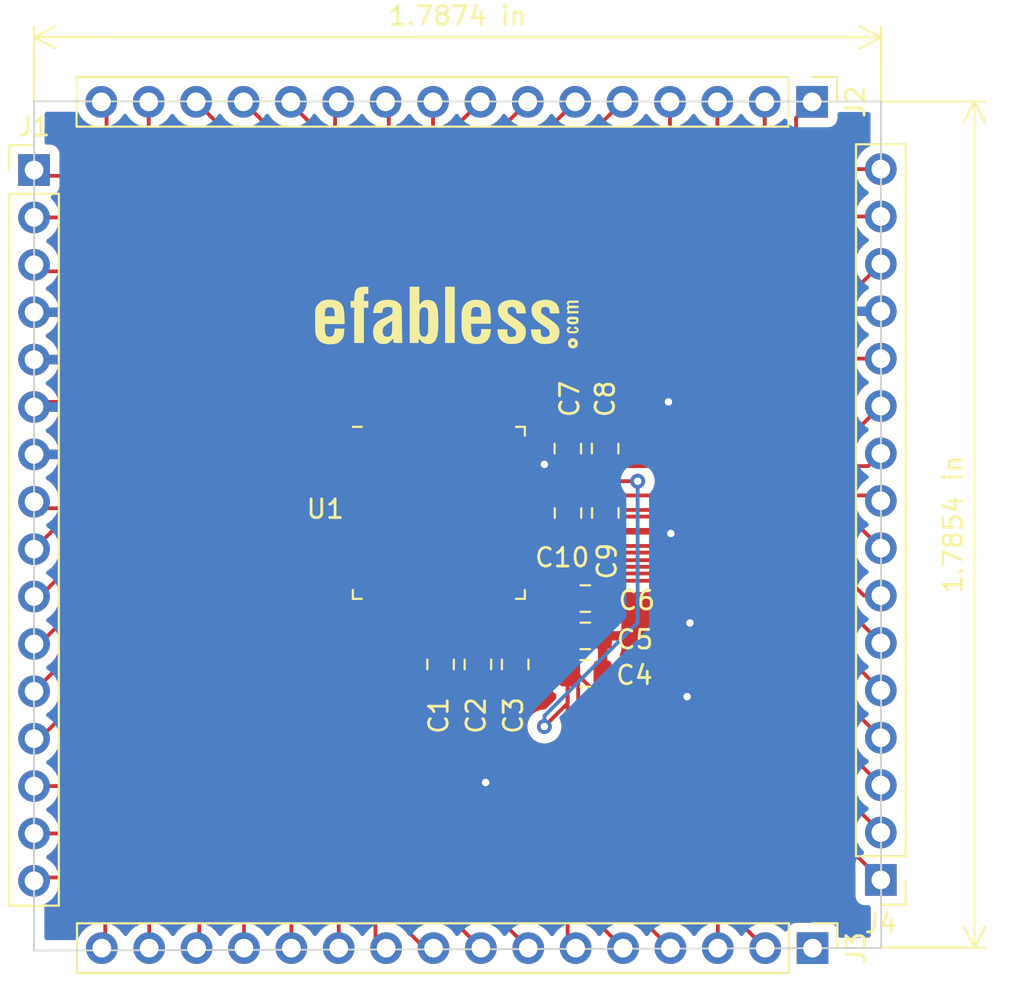
<source format=kicad_pcb>
(kicad_pcb (version 20171130) (host pcbnew "(5.1.4)-1")

  (general
    (thickness 1.6)
    (drawings 8)
    (tracks 352)
    (zones 0)
    (modules 16)
    (nets 52)
  )

  (page A4)
  (layers
    (0 F.Cu signal)
    (31 B.Cu signal)
    (32 B.Adhes user)
    (33 F.Adhes user)
    (34 B.Paste user)
    (35 F.Paste user)
    (36 B.SilkS user hide)
    (37 F.SilkS user)
    (38 B.Mask user)
    (39 F.Mask user)
    (40 Dwgs.User user)
    (41 Cmts.User user)
    (42 Eco1.User user)
    (43 Eco2.User user)
    (44 Edge.Cuts user)
    (45 Margin user)
    (46 B.CrtYd user)
    (47 F.CrtYd user)
    (48 B.Fab user)
    (49 F.Fab user hide)
  )

  (setup
    (last_trace_width 0.25)
    (user_trace_width 0.1524)
    (user_trace_width 0.2032)
    (trace_clearance 0.1524)
    (zone_clearance 0.508)
    (zone_45_only no)
    (trace_min 0.1524)
    (via_size 0.8)
    (via_drill 0.4)
    (via_min_size 0.4)
    (via_min_drill 0.3)
    (uvia_size 0.3)
    (uvia_drill 0.1)
    (uvias_allowed no)
    (uvia_min_size 0.2)
    (uvia_min_drill 0.1)
    (edge_width 0.05)
    (segment_width 0.2)
    (pcb_text_width 0.3)
    (pcb_text_size 1.5 1.5)
    (mod_edge_width 0.12)
    (mod_text_size 1 1)
    (mod_text_width 0.15)
    (pad_size 1.524 1.524)
    (pad_drill 0.762)
    (pad_to_mask_clearance 0.051)
    (solder_mask_min_width 0.25)
    (aux_axis_origin 0 0)
    (visible_elements 7FFFFFFF)
    (pcbplotparams
      (layerselection 0x010fc_ffffffff)
      (usegerberextensions false)
      (usegerberattributes false)
      (usegerberadvancedattributes false)
      (creategerberjobfile false)
      (excludeedgelayer true)
      (linewidth 0.100000)
      (plotframeref false)
      (viasonmask false)
      (mode 1)
      (useauxorigin false)
      (hpglpennumber 1)
      (hpglpenspeed 20)
      (hpglpendiameter 15.000000)
      (psnegative false)
      (psa4output false)
      (plotreference true)
      (plotvalue true)
      (plotinvisibletext false)
      (padsonsilk false)
      (subtractmaskfromsilk false)
      (outputformat 1)
      (mirror false)
      (drillshape 1)
      (scaleselection 1)
      (outputdirectory ""))
  )

  (net 0 "")
  (net 1 GND)
  (net 2 +3V3)
  (net 3 addr0[7])
  (net 4 addr0[6])
  (net 5 addr0[5])
  (net 6 addr0[4])
  (net 7 addr0[3])
  (net 8 addr0[2])
  (net 9 addr0[1])
  (net 10 web0)
  (net 11 csb0)
  (net 12 clk0)
  (net 13 addr0[0])
  (net 14 wmask0[3])
  (net 15 clk1)
  (net 16 addr1[0])
  (net 17 dout1_0)
  (net 18 dout1_15)
  (net 19 dout1_16)
  (net 20 dout1_23)
  (net 21 dout1_24)
  (net 22 dout1_31)
  (net 23 dout1_7)
  (net 24 dout1_8)
  (net 25 dout0_24)
  (net 26 din0_31)
  (net 27 dout0_31)
  (net 28 addr1[7])
  (net 29 addr1[6])
  (net 30 addr1[5])
  (net 31 addr1[4])
  (net 32 addr1[3])
  (net 33 addr1[2])
  (net 34 addr1[1])
  (net 35 csb1)
  (net 36 wmask0[2])
  (net 37 wmask0[1])
  (net 38 wmask0[0])
  (net 39 din0_0)
  (net 40 dout0_0)
  (net 41 dout0_7)
  (net 42 din0_7)
  (net 43 dout0_8)
  (net 44 din0_8)
  (net 45 din0_15)
  (net 46 dout0_15)
  (net 47 din0_16)
  (net 48 dout0_16)
  (net 49 din0_23)
  (net 50 dout0_23)
  (net 51 din0_24)

  (net_class Default "This is the default net class."
    (clearance 0.1524)
    (trace_width 0.25)
    (via_dia 0.8)
    (via_drill 0.4)
    (uvia_dia 0.3)
    (uvia_drill 0.1)
    (add_net +3V3)
    (add_net GND)
    (add_net addr0[0])
    (add_net addr0[1])
    (add_net addr0[2])
    (add_net addr0[3])
    (add_net addr0[4])
    (add_net addr0[5])
    (add_net addr0[6])
    (add_net addr0[7])
    (add_net addr1[0])
    (add_net addr1[1])
    (add_net addr1[2])
    (add_net addr1[3])
    (add_net addr1[4])
    (add_net addr1[5])
    (add_net addr1[6])
    (add_net addr1[7])
    (add_net clk0)
    (add_net clk1)
    (add_net csb0)
    (add_net csb1)
    (add_net din0_0)
    (add_net din0_15)
    (add_net din0_16)
    (add_net din0_23)
    (add_net din0_24)
    (add_net din0_31)
    (add_net din0_7)
    (add_net din0_8)
    (add_net dout0_0)
    (add_net dout0_15)
    (add_net dout0_16)
    (add_net dout0_23)
    (add_net dout0_24)
    (add_net dout0_31)
    (add_net dout0_7)
    (add_net dout0_8)
    (add_net dout1_0)
    (add_net dout1_15)
    (add_net dout1_16)
    (add_net dout1_23)
    (add_net dout1_24)
    (add_net dout1_31)
    (add_net dout1_7)
    (add_net dout1_8)
    (add_net web0)
    (add_net wmask0[0])
    (add_net wmask0[1])
    (add_net wmask0[2])
    (add_net wmask0[3])
  )

  (module Connector_PinHeader_2.54mm:PinHeader_1x16_P2.54mm_Vertical (layer F.Cu) (tedit 59FED5CC) (tstamp 602EF9BB)
    (at 186.3344 96.6216 180)
    (descr "Through hole straight pin header, 1x16, 2.54mm pitch, single row")
    (tags "Through hole pin header THT 1x16 2.54mm single row")
    (path /6055600F)
    (fp_text reference J4 (at 0 -2.33) (layer F.SilkS)
      (effects (font (size 1 1) (thickness 0.15)))
    )
    (fp_text value Conn_01x16_Male (at 0 40.43) (layer F.Fab)
      (effects (font (size 1 1) (thickness 0.15)))
    )
    (fp_text user %R (at 0 19.05 90) (layer F.Fab)
      (effects (font (size 1 1) (thickness 0.15)))
    )
    (fp_line (start 1.8 -1.8) (end -1.8 -1.8) (layer F.CrtYd) (width 0.05))
    (fp_line (start 1.8 39.9) (end 1.8 -1.8) (layer F.CrtYd) (width 0.05))
    (fp_line (start -1.8 39.9) (end 1.8 39.9) (layer F.CrtYd) (width 0.05))
    (fp_line (start -1.8 -1.8) (end -1.8 39.9) (layer F.CrtYd) (width 0.05))
    (fp_line (start -1.33 -1.33) (end 0 -1.33) (layer F.SilkS) (width 0.12))
    (fp_line (start -1.33 0) (end -1.33 -1.33) (layer F.SilkS) (width 0.12))
    (fp_line (start -1.33 1.27) (end 1.33 1.27) (layer F.SilkS) (width 0.12))
    (fp_line (start 1.33 1.27) (end 1.33 39.43) (layer F.SilkS) (width 0.12))
    (fp_line (start -1.33 1.27) (end -1.33 39.43) (layer F.SilkS) (width 0.12))
    (fp_line (start -1.33 39.43) (end 1.33 39.43) (layer F.SilkS) (width 0.12))
    (fp_line (start -1.27 -0.635) (end -0.635 -1.27) (layer F.Fab) (width 0.1))
    (fp_line (start -1.27 39.37) (end -1.27 -0.635) (layer F.Fab) (width 0.1))
    (fp_line (start 1.27 39.37) (end -1.27 39.37) (layer F.Fab) (width 0.1))
    (fp_line (start 1.27 -1.27) (end 1.27 39.37) (layer F.Fab) (width 0.1))
    (fp_line (start -0.635 -1.27) (end 1.27 -1.27) (layer F.Fab) (width 0.1))
    (pad 16 thru_hole oval (at 0 38.1 180) (size 1.7 1.7) (drill 1) (layers *.Cu *.Mask)
      (net 25 dout0_24))
    (pad 15 thru_hole oval (at 0 35.56 180) (size 1.7 1.7) (drill 1) (layers *.Cu *.Mask)
      (net 26 din0_31))
    (pad 14 thru_hole oval (at 0 33.02 180) (size 1.7 1.7) (drill 1) (layers *.Cu *.Mask)
      (net 27 dout0_31))
    (pad 13 thru_hole oval (at 0 30.48 180) (size 1.7 1.7) (drill 1) (layers *.Cu *.Mask)
      (net 1 GND))
    (pad 12 thru_hole oval (at 0 27.94 180) (size 1.7 1.7) (drill 1) (layers *.Cu *.Mask)
      (net 2 +3V3))
    (pad 11 thru_hole oval (at 0 25.4 180) (size 1.7 1.7) (drill 1) (layers *.Cu *.Mask)
      (net 2 +3V3))
    (pad 10 thru_hole oval (at 0 22.86 180) (size 1.7 1.7) (drill 1) (layers *.Cu *.Mask)
      (net 2 +3V3))
    (pad 9 thru_hole oval (at 0 20.32 180) (size 1.7 1.7) (drill 1) (layers *.Cu *.Mask)
      (net 2 +3V3))
    (pad 8 thru_hole oval (at 0 17.78 180) (size 1.7 1.7) (drill 1) (layers *.Cu *.Mask)
      (net 28 addr1[7]))
    (pad 7 thru_hole oval (at 0 15.24 180) (size 1.7 1.7) (drill 1) (layers *.Cu *.Mask)
      (net 29 addr1[6]))
    (pad 6 thru_hole oval (at 0 12.7 180) (size 1.7 1.7) (drill 1) (layers *.Cu *.Mask)
      (net 30 addr1[5]))
    (pad 5 thru_hole oval (at 0 10.16 180) (size 1.7 1.7) (drill 1) (layers *.Cu *.Mask)
      (net 31 addr1[4]))
    (pad 4 thru_hole oval (at 0 7.62 180) (size 1.7 1.7) (drill 1) (layers *.Cu *.Mask)
      (net 32 addr1[3]))
    (pad 3 thru_hole oval (at 0 5.08 180) (size 1.7 1.7) (drill 1) (layers *.Cu *.Mask)
      (net 33 addr1[2]))
    (pad 2 thru_hole oval (at 0 2.54 180) (size 1.7 1.7) (drill 1) (layers *.Cu *.Mask)
      (net 34 addr1[1]))
    (pad 1 thru_hole rect (at 0 0 180) (size 1.7 1.7) (drill 1) (layers *.Cu *.Mask)
      (net 35 csb1))
    (model ${KISYS3DMOD}/Connector_PinHeader_2.54mm.3dshapes/PinHeader_1x16_P2.54mm_Vertical.wrl
      (at (xyz 0 0 0))
      (scale (xyz 1 1 1))
      (rotate (xyz 0 0 0))
    )
  )

  (module Connector_PinHeader_2.54mm:PinHeader_1x16_P2.54mm_Vertical (layer F.Cu) (tedit 59FED5CC) (tstamp 602EF997)
    (at 182.6768 100.2792 270)
    (descr "Through hole straight pin header, 1x16, 2.54mm pitch, single row")
    (tags "Through hole pin header THT 1x16 2.54mm single row")
    (path /604805B9)
    (fp_text reference J3 (at 0 -2.33 90) (layer F.SilkS)
      (effects (font (size 1 1) (thickness 0.15)))
    )
    (fp_text value Conn_01x16_Male (at 0 40.43 90) (layer F.Fab)
      (effects (font (size 1 1) (thickness 0.15)))
    )
    (fp_text user %R (at 0 19.05) (layer F.Fab)
      (effects (font (size 1 1) (thickness 0.15)))
    )
    (fp_line (start 1.8 -1.8) (end -1.8 -1.8) (layer F.CrtYd) (width 0.05))
    (fp_line (start 1.8 39.9) (end 1.8 -1.8) (layer F.CrtYd) (width 0.05))
    (fp_line (start -1.8 39.9) (end 1.8 39.9) (layer F.CrtYd) (width 0.05))
    (fp_line (start -1.8 -1.8) (end -1.8 39.9) (layer F.CrtYd) (width 0.05))
    (fp_line (start -1.33 -1.33) (end 0 -1.33) (layer F.SilkS) (width 0.12))
    (fp_line (start -1.33 0) (end -1.33 -1.33) (layer F.SilkS) (width 0.12))
    (fp_line (start -1.33 1.27) (end 1.33 1.27) (layer F.SilkS) (width 0.12))
    (fp_line (start 1.33 1.27) (end 1.33 39.43) (layer F.SilkS) (width 0.12))
    (fp_line (start -1.33 1.27) (end -1.33 39.43) (layer F.SilkS) (width 0.12))
    (fp_line (start -1.33 39.43) (end 1.33 39.43) (layer F.SilkS) (width 0.12))
    (fp_line (start -1.27 -0.635) (end -0.635 -1.27) (layer F.Fab) (width 0.1))
    (fp_line (start -1.27 39.37) (end -1.27 -0.635) (layer F.Fab) (width 0.1))
    (fp_line (start 1.27 39.37) (end -1.27 39.37) (layer F.Fab) (width 0.1))
    (fp_line (start 1.27 -1.27) (end 1.27 39.37) (layer F.Fab) (width 0.1))
    (fp_line (start -0.635 -1.27) (end 1.27 -1.27) (layer F.Fab) (width 0.1))
    (pad 16 thru_hole oval (at 0 38.1 270) (size 1.7 1.7) (drill 1) (layers *.Cu *.Mask)
      (net 24 dout1_8))
    (pad 15 thru_hole oval (at 0 35.56 270) (size 1.7 1.7) (drill 1) (layers *.Cu *.Mask)
      (net 23 dout1_7))
    (pad 14 thru_hole oval (at 0 33.02 270) (size 1.7 1.7) (drill 1) (layers *.Cu *.Mask)
      (net 22 dout1_31))
    (pad 13 thru_hole oval (at 0 30.48 270) (size 1.7 1.7) (drill 1) (layers *.Cu *.Mask)
      (net 21 dout1_24))
    (pad 12 thru_hole oval (at 0 27.94 270) (size 1.7 1.7) (drill 1) (layers *.Cu *.Mask)
      (net 20 dout1_23))
    (pad 11 thru_hole oval (at 0 25.4 270) (size 1.7 1.7) (drill 1) (layers *.Cu *.Mask)
      (net 19 dout1_16))
    (pad 10 thru_hole oval (at 0 22.86 270) (size 1.7 1.7) (drill 1) (layers *.Cu *.Mask)
      (net 18 dout1_15))
    (pad 9 thru_hole oval (at 0 20.32 270) (size 1.7 1.7) (drill 1) (layers *.Cu *.Mask)
      (net 17 dout1_0))
    (pad 8 thru_hole oval (at 0 17.78 270) (size 1.7 1.7) (drill 1) (layers *.Cu *.Mask)
      (net 16 addr1[0]))
    (pad 7 thru_hole oval (at 0 15.24 270) (size 1.7 1.7) (drill 1) (layers *.Cu *.Mask)
      (net 15 clk1))
    (pad 6 thru_hole oval (at 0 12.7 270) (size 1.7 1.7) (drill 1) (layers *.Cu *.Mask)
      (net 2 +3V3))
    (pad 5 thru_hole oval (at 0 10.16 270) (size 1.7 1.7) (drill 1) (layers *.Cu *.Mask)
      (net 2 +3V3))
    (pad 4 thru_hole oval (at 0 7.62 270) (size 1.7 1.7) (drill 1) (layers *.Cu *.Mask)
      (net 2 +3V3))
    (pad 3 thru_hole oval (at 0 5.08 270) (size 1.7 1.7) (drill 1) (layers *.Cu *.Mask)
      (net 2 +3V3))
    (pad 2 thru_hole oval (at 0 2.54 270) (size 1.7 1.7) (drill 1) (layers *.Cu *.Mask)
      (net 2 +3V3))
    (pad 1 thru_hole rect (at 0 0 270) (size 1.7 1.7) (drill 1) (layers *.Cu *.Mask)
      (net 2 +3V3))
    (model ${KISYS3DMOD}/Connector_PinHeader_2.54mm.3dshapes/PinHeader_1x16_P2.54mm_Vertical.wrl
      (at (xyz 0 0 0))
      (scale (xyz 1 1 1))
      (rotate (xyz 0 0 0))
    )
  )

  (module Connector_PinHeader_2.54mm:PinHeader_1x16_P2.54mm_Vertical (layer F.Cu) (tedit 59FED5CC) (tstamp 602EFBE6)
    (at 182.6514 54.9148 270)
    (descr "Through hole straight pin header, 1x16, 2.54mm pitch, single row")
    (tags "Through hole pin header THT 1x16 2.54mm single row")
    (path /605D5C06)
    (fp_text reference J2 (at 0 -2.33 90) (layer F.SilkS)
      (effects (font (size 1 1) (thickness 0.15)))
    )
    (fp_text value Conn_01x16_Male (at 0 40.43 90) (layer F.Fab)
      (effects (font (size 1 1) (thickness 0.15)))
    )
    (fp_text user %R (at 0 19.05) (layer F.Fab)
      (effects (font (size 1 1) (thickness 0.15)))
    )
    (fp_line (start 1.8 -1.8) (end -1.8 -1.8) (layer F.CrtYd) (width 0.05))
    (fp_line (start 1.8 39.9) (end 1.8 -1.8) (layer F.CrtYd) (width 0.05))
    (fp_line (start -1.8 39.9) (end 1.8 39.9) (layer F.CrtYd) (width 0.05))
    (fp_line (start -1.8 -1.8) (end -1.8 39.9) (layer F.CrtYd) (width 0.05))
    (fp_line (start -1.33 -1.33) (end 0 -1.33) (layer F.SilkS) (width 0.12))
    (fp_line (start -1.33 0) (end -1.33 -1.33) (layer F.SilkS) (width 0.12))
    (fp_line (start -1.33 1.27) (end 1.33 1.27) (layer F.SilkS) (width 0.12))
    (fp_line (start 1.33 1.27) (end 1.33 39.43) (layer F.SilkS) (width 0.12))
    (fp_line (start -1.33 1.27) (end -1.33 39.43) (layer F.SilkS) (width 0.12))
    (fp_line (start -1.33 39.43) (end 1.33 39.43) (layer F.SilkS) (width 0.12))
    (fp_line (start -1.27 -0.635) (end -0.635 -1.27) (layer F.Fab) (width 0.1))
    (fp_line (start -1.27 39.37) (end -1.27 -0.635) (layer F.Fab) (width 0.1))
    (fp_line (start 1.27 39.37) (end -1.27 39.37) (layer F.Fab) (width 0.1))
    (fp_line (start 1.27 -1.27) (end 1.27 39.37) (layer F.Fab) (width 0.1))
    (fp_line (start -0.635 -1.27) (end 1.27 -1.27) (layer F.Fab) (width 0.1))
    (pad 16 thru_hole oval (at 0 38.1 270) (size 1.7 1.7) (drill 1) (layers *.Cu *.Mask)
      (net 36 wmask0[2]))
    (pad 15 thru_hole oval (at 0 35.56 270) (size 1.7 1.7) (drill 1) (layers *.Cu *.Mask)
      (net 37 wmask0[1]))
    (pad 14 thru_hole oval (at 0 33.02 270) (size 1.7 1.7) (drill 1) (layers *.Cu *.Mask)
      (net 38 wmask0[0]))
    (pad 13 thru_hole oval (at 0 30.48 270) (size 1.7 1.7) (drill 1) (layers *.Cu *.Mask)
      (net 39 din0_0))
    (pad 12 thru_hole oval (at 0 27.94 270) (size 1.7 1.7) (drill 1) (layers *.Cu *.Mask)
      (net 40 dout0_0))
    (pad 11 thru_hole oval (at 0 25.4 270) (size 1.7 1.7) (drill 1) (layers *.Cu *.Mask)
      (net 41 dout0_7))
    (pad 10 thru_hole oval (at 0 22.86 270) (size 1.7 1.7) (drill 1) (layers *.Cu *.Mask)
      (net 42 din0_7))
    (pad 9 thru_hole oval (at 0 20.32 270) (size 1.7 1.7) (drill 1) (layers *.Cu *.Mask)
      (net 43 dout0_8))
    (pad 8 thru_hole oval (at 0 17.78 270) (size 1.7 1.7) (drill 1) (layers *.Cu *.Mask)
      (net 44 din0_8))
    (pad 7 thru_hole oval (at 0 15.24 270) (size 1.7 1.7) (drill 1) (layers *.Cu *.Mask)
      (net 45 din0_15))
    (pad 6 thru_hole oval (at 0 12.7 270) (size 1.7 1.7) (drill 1) (layers *.Cu *.Mask)
      (net 46 dout0_15))
    (pad 5 thru_hole oval (at 0 10.16 270) (size 1.7 1.7) (drill 1) (layers *.Cu *.Mask)
      (net 47 din0_16))
    (pad 4 thru_hole oval (at 0 7.62 270) (size 1.7 1.7) (drill 1) (layers *.Cu *.Mask)
      (net 48 dout0_16))
    (pad 3 thru_hole oval (at 0 5.08 270) (size 1.7 1.7) (drill 1) (layers *.Cu *.Mask)
      (net 49 din0_23))
    (pad 2 thru_hole oval (at 0 2.54 270) (size 1.7 1.7) (drill 1) (layers *.Cu *.Mask)
      (net 50 dout0_23))
    (pad 1 thru_hole rect (at 0 0 270) (size 1.7 1.7) (drill 1) (layers *.Cu *.Mask)
      (net 51 din0_24))
    (model ${KISYS3DMOD}/Connector_PinHeader_2.54mm.3dshapes/PinHeader_1x16_P2.54mm_Vertical.wrl
      (at (xyz 0 0 0))
      (scale (xyz 1 1 1))
      (rotate (xyz 0 0 0))
    )
  )

  (module Connector_PinHeader_2.54mm:PinHeader_1x16_P2.54mm_Vertical (layer F.Cu) (tedit 59FED5CC) (tstamp 602EF94F)
    (at 140.9446 58.5724)
    (descr "Through hole straight pin header, 1x16, 2.54mm pitch, single row")
    (tags "Through hole pin header THT 1x16 2.54mm single row")
    (path /602FA9F3)
    (fp_text reference J1 (at 0 -2.33) (layer F.SilkS)
      (effects (font (size 1 1) (thickness 0.15)))
    )
    (fp_text value Conn_01x16_Male (at 0 40.43) (layer F.Fab)
      (effects (font (size 1 1) (thickness 0.15)))
    )
    (fp_text user %R (at 0 19.05 90) (layer F.Fab)
      (effects (font (size 1 1) (thickness 0.15)))
    )
    (fp_line (start 1.8 -1.8) (end -1.8 -1.8) (layer F.CrtYd) (width 0.05))
    (fp_line (start 1.8 39.9) (end 1.8 -1.8) (layer F.CrtYd) (width 0.05))
    (fp_line (start -1.8 39.9) (end 1.8 39.9) (layer F.CrtYd) (width 0.05))
    (fp_line (start -1.8 -1.8) (end -1.8 39.9) (layer F.CrtYd) (width 0.05))
    (fp_line (start -1.33 -1.33) (end 0 -1.33) (layer F.SilkS) (width 0.12))
    (fp_line (start -1.33 0) (end -1.33 -1.33) (layer F.SilkS) (width 0.12))
    (fp_line (start -1.33 1.27) (end 1.33 1.27) (layer F.SilkS) (width 0.12))
    (fp_line (start 1.33 1.27) (end 1.33 39.43) (layer F.SilkS) (width 0.12))
    (fp_line (start -1.33 1.27) (end -1.33 39.43) (layer F.SilkS) (width 0.12))
    (fp_line (start -1.33 39.43) (end 1.33 39.43) (layer F.SilkS) (width 0.12))
    (fp_line (start -1.27 -0.635) (end -0.635 -1.27) (layer F.Fab) (width 0.1))
    (fp_line (start -1.27 39.37) (end -1.27 -0.635) (layer F.Fab) (width 0.1))
    (fp_line (start 1.27 39.37) (end -1.27 39.37) (layer F.Fab) (width 0.1))
    (fp_line (start 1.27 -1.27) (end 1.27 39.37) (layer F.Fab) (width 0.1))
    (fp_line (start -0.635 -1.27) (end 1.27 -1.27) (layer F.Fab) (width 0.1))
    (pad 16 thru_hole oval (at 0 38.1) (size 1.7 1.7) (drill 1) (layers *.Cu *.Mask)
      (net 3 addr0[7]))
    (pad 15 thru_hole oval (at 0 35.56) (size 1.7 1.7) (drill 1) (layers *.Cu *.Mask)
      (net 4 addr0[6]))
    (pad 14 thru_hole oval (at 0 33.02) (size 1.7 1.7) (drill 1) (layers *.Cu *.Mask)
      (net 5 addr0[5]))
    (pad 13 thru_hole oval (at 0 30.48) (size 1.7 1.7) (drill 1) (layers *.Cu *.Mask)
      (net 6 addr0[4]))
    (pad 12 thru_hole oval (at 0 27.94) (size 1.7 1.7) (drill 1) (layers *.Cu *.Mask)
      (net 7 addr0[3]))
    (pad 11 thru_hole oval (at 0 25.4) (size 1.7 1.7) (drill 1) (layers *.Cu *.Mask)
      (net 8 addr0[2]))
    (pad 10 thru_hole oval (at 0 22.86) (size 1.7 1.7) (drill 1) (layers *.Cu *.Mask)
      (net 9 addr0[1]))
    (pad 9 thru_hole oval (at 0 20.32) (size 1.7 1.7) (drill 1) (layers *.Cu *.Mask)
      (net 10 web0))
    (pad 8 thru_hole oval (at 0 17.78) (size 1.7 1.7) (drill 1) (layers *.Cu *.Mask)
      (net 11 csb0))
    (pad 7 thru_hole oval (at 0 15.24) (size 1.7 1.7) (drill 1) (layers *.Cu *.Mask)
      (net 1 GND))
    (pad 6 thru_hole oval (at 0 12.7) (size 1.7 1.7) (drill 1) (layers *.Cu *.Mask)
      (net 1 GND))
    (pad 5 thru_hole oval (at 0 10.16) (size 1.7 1.7) (drill 1) (layers *.Cu *.Mask)
      (net 1 GND))
    (pad 4 thru_hole oval (at 0 7.62) (size 1.7 1.7) (drill 1) (layers *.Cu *.Mask)
      (net 1 GND))
    (pad 3 thru_hole oval (at 0 5.08) (size 1.7 1.7) (drill 1) (layers *.Cu *.Mask)
      (net 12 clk0))
    (pad 2 thru_hole oval (at 0 2.54) (size 1.7 1.7) (drill 1) (layers *.Cu *.Mask)
      (net 13 addr0[0]))
    (pad 1 thru_hole rect (at 0 0) (size 1.7 1.7) (drill 1) (layers *.Cu *.Mask)
      (net 14 wmask0[3]))
    (model ${KISYS3DMOD}/Connector_PinHeader_2.54mm.3dshapes/PinHeader_1x16_P2.54mm_Vertical.wrl
      (at (xyz 0 0 0))
      (scale (xyz 1 1 1))
      (rotate (xyz 0 0 0))
    )
  )

  (module openram_footprints:logo_footprint (layer F.Cu) (tedit 0) (tstamp 602E36CE)
    (at 162.941 66.4718)
    (path /60333921)
    (fp_text reference U2 (at 0 0) (layer F.SilkS) hide
      (effects (font (size 1.524 1.524) (thickness 0.3)))
    )
    (fp_text value logo (at 0.75 0) (layer F.SilkS) hide
      (effects (font (size 1.524 1.524) (thickness 0.3)))
    )
    (fp_poly (pts (xy 7.186567 -0.845038) (xy 7.180385 -0.791308) (xy 6.660325 -0.780388) (xy 6.672385 -0.635)
      (xy 7.180385 -0.615462) (xy 7.186512 -0.562307) (xy 7.192638 -0.509152) (xy 6.932512 -0.503691)
      (xy 6.672385 -0.498231) (xy 6.666051 -0.431895) (xy 6.668909 -0.37782) (xy 6.685589 -0.349156)
      (xy 6.714295 -0.342805) (xy 6.773516 -0.337548) (xy 6.854692 -0.33392) (xy 6.949265 -0.332458)
      (xy 6.952106 -0.332453) (xy 7.19275 -0.332154) (xy 7.186567 -0.278423) (xy 7.180385 -0.224692)
      (xy 6.882423 -0.219299) (xy 6.584462 -0.213905) (xy 6.584462 -0.27303) (xy 6.590076 -0.314405)
      (xy 6.60362 -0.332143) (xy 6.604 -0.332154) (xy 6.62181 -0.345576) (xy 6.618864 -0.375822)
      (xy 6.597042 -0.407862) (xy 6.594231 -0.410308) (xy 6.57217 -0.447105) (xy 6.564923 -0.488462)
      (xy 6.574989 -0.537335) (xy 6.594231 -0.566615) (xy 6.619251 -0.603869) (xy 6.623539 -0.625231)
      (xy 6.609446 -0.666202) (xy 6.594231 -0.683846) (xy 6.569667 -0.726764) (xy 6.568073 -0.784305)
      (xy 6.588542 -0.840158) (xy 6.604 -0.859692) (xy 6.622948 -0.875309) (xy 6.647804 -0.886136)
      (xy 6.685477 -0.893034) (xy 6.742877 -0.896864) (xy 6.826914 -0.898485) (xy 6.917913 -0.898769)
      (xy 7.19275 -0.898769) (xy 7.186567 -0.845038)) (layer F.SilkS) (width 0.01))
    (fp_poly (pts (xy 7.049223 -0.028282) (xy 7.118536 -0.005107) (xy 7.16234 0.033749) (xy 7.184781 0.090401)
      (xy 7.190154 0.154143) (xy 7.179963 0.242184) (xy 7.146191 0.301661) (xy 7.084041 0.338276)
      (xy 7.02281 0.353076) (xy 6.93365 0.364773) (xy 6.857209 0.366061) (xy 6.771426 0.356887)
      (xy 6.742468 0.352395) (xy 6.659695 0.322757) (xy 6.600273 0.269453) (xy 6.567445 0.200598)
      (xy 6.565278 0.145247) (xy 6.685182 0.145247) (xy 6.693622 0.186047) (xy 6.713071 0.208747)
      (xy 6.751954 0.222341) (xy 6.816325 0.231032) (xy 6.892836 0.234269) (xy 6.968141 0.231498)
      (xy 7.028894 0.222168) (xy 7.030013 0.221872) (xy 7.063484 0.202847) (xy 7.069617 0.163724)
      (xy 7.06909 0.158639) (xy 7.063154 0.107462) (xy 6.877806 0.107462) (xy 6.791046 0.108178)
      (xy 6.735836 0.111309) (xy 6.704663 0.118329) (xy 6.690013 0.130712) (xy 6.685182 0.145247)
      (xy 6.565278 0.145247) (xy 6.564457 0.124304) (xy 6.59455 0.048686) (xy 6.611879 0.025743)
      (xy 6.63886 -0.001791) (xy 6.668637 -0.018829) (xy 6.711798 -0.028551) (xy 6.778929 -0.03414)
      (xy 6.817486 -0.036051) (xy 6.950255 -0.037891) (xy 7.049223 -0.028282)) (layer F.SilkS) (width 0.01))
    (fp_poly (pts (xy 6.766883 0.506192) (xy 6.779399 0.543227) (xy 6.779846 0.556701) (xy 6.770478 0.592771)
      (xy 6.735347 0.608022) (xy 6.726116 0.609279) (xy 6.687464 0.620229) (xy 6.67355 0.649446)
      (xy 6.672385 0.674077) (xy 6.672385 0.732692) (xy 6.869721 0.738228) (xy 6.963506 0.739773)
      (xy 7.025976 0.737528) (xy 7.064788 0.730602) (xy 7.087597 0.718101) (xy 7.09328 0.712167)
      (xy 7.107901 0.672141) (xy 7.08888 0.636908) (xy 7.041579 0.613614) (xy 7.016052 0.609252)
      (xy 6.973079 0.600795) (xy 6.958412 0.580031) (xy 6.959407 0.550636) (xy 6.967926 0.515715)
      (xy 6.990709 0.503047) (xy 7.033846 0.50409) (xy 7.105818 0.527391) (xy 7.158379 0.576988)
      (xy 7.186956 0.643028) (xy 7.186975 0.715656) (xy 7.16027 0.776432) (xy 7.112842 0.814276)
      (xy 7.036628 0.841305) (xy 6.940737 0.856261) (xy 6.834272 0.857885) (xy 6.726339 0.84492)
      (xy 6.702163 0.839719) (xy 6.628189 0.805744) (xy 6.58048 0.748485) (xy 6.564923 0.680397)
      (xy 6.579049 0.600821) (xy 6.623737 0.54418) (xy 6.674817 0.515494) (xy 6.733615 0.497573)
      (xy 6.766883 0.506192)) (layer F.SilkS) (width 0.01))
    (fp_poly (pts (xy 0.547077 1.367692) (xy 0.039077 1.367692) (xy 0.039077 -1.641231) (xy 0.547077 -1.641231)
      (xy 0.547077 1.367692)) (layer F.SilkS) (width 0.01))
    (fp_poly (pts (xy -4.083538 -1.259949) (xy -4.171929 -1.266979) (xy -4.234602 -1.268542) (xy -4.276386 -1.257327)
      (xy -4.301424 -1.227256) (xy -4.31386 -1.17225) (xy -4.317837 -1.086229) (xy -4.318 -1.052685)
      (xy -4.318 -0.879231) (xy -4.083538 -0.879231) (xy -4.083538 -0.527538) (xy -4.318 -0.527538)
      (xy -4.318 1.367692) (xy -4.826 1.367692) (xy -4.826 -0.527538) (xy -5.021384 -0.527538)
      (xy -5.021384 -0.879231) (xy -4.83145 -0.879231) (xy -4.821719 -1.099743) (xy -4.807229 -1.262188)
      (xy -4.777412 -1.390734) (xy -4.728851 -1.488697) (xy -4.658133 -1.559394) (xy -4.56184 -1.606143)
      (xy -4.436557 -1.632261) (xy -4.278868 -1.641066) (xy -4.264269 -1.641122) (xy -4.083538 -1.641231)
      (xy -4.083538 -1.259949)) (layer F.SilkS) (width 0.01))
    (fp_poly (pts (xy 5.66141 -0.919838) (xy 5.807379 -0.871498) (xy 5.93017 -0.795059) (xy 5.961464 -0.76779)
      (xy 6.056318 -0.652921) (xy 6.119017 -0.515899) (xy 6.149496 -0.356872) (xy 6.150286 -0.346808)
      (xy 6.159866 -0.214923) (xy 5.671188 -0.214923) (xy 5.657824 -0.315671) (xy 5.644473 -0.385919)
      (xy 5.625943 -0.448603) (xy 5.616823 -0.46986) (xy 5.570035 -0.521148) (xy 5.499391 -0.553565)
      (xy 5.41566 -0.566354) (xy 5.329612 -0.558758) (xy 5.252016 -0.530018) (xy 5.210032 -0.498472)
      (xy 5.188521 -0.455142) (xy 5.178336 -0.389467) (xy 5.179623 -0.316547) (xy 5.192526 -0.25148)
      (xy 5.207347 -0.220357) (xy 5.2325 -0.196292) (xy 5.284559 -0.154909) (xy 5.357833 -0.100439)
      (xy 5.44663 -0.037115) (xy 5.544385 0.030242) (xy 5.71171 0.146579) (xy 5.847361 0.248463)
      (xy 5.954313 0.339508) (xy 6.035543 0.423327) (xy 6.094025 0.503534) (xy 6.132735 0.583744)
      (xy 6.154648 0.66757) (xy 6.16274 0.758625) (xy 6.162958 0.781538) (xy 6.146828 0.947735)
      (xy 6.099918 1.090828) (xy 6.022823 1.209876) (xy 5.916138 1.303939) (xy 5.791999 1.367745)
      (xy 5.686243 1.397104) (xy 5.557402 1.4157) (xy 5.41872 1.423117) (xy 5.283442 1.418942)
      (xy 5.164814 1.402757) (xy 5.112824 1.389038) (xy 4.961229 1.321892) (xy 4.840059 1.230331)
      (xy 4.74909 1.114061) (xy 4.688097 0.972786) (xy 4.656855 0.806212) (xy 4.655474 0.789692)
      (xy 4.644514 0.644769) (xy 5.158154 0.644769) (xy 5.158154 0.762628) (xy 5.16759 0.875921)
      (xy 5.194808 0.963013) (xy 5.238171 1.019757) (xy 5.265942 1.035663) (xy 5.346512 1.053146)
      (xy 5.434403 1.05163) (xy 5.518125 1.033524) (xy 5.586188 1.001235) (xy 5.625504 0.960323)
      (xy 5.642239 0.900852) (xy 5.645527 0.823009) (xy 5.636062 0.744849) (xy 5.614894 0.685021)
      (xy 5.586474 0.653175) (xy 5.532895 0.606699) (xy 5.461959 0.551954) (xy 5.385317 0.49789)
      (xy 5.220329 0.384583) (xy 5.085633 0.286863) (xy 4.977507 0.201076) (xy 4.892231 0.123573)
      (xy 4.826083 0.0507) (xy 4.775342 -0.021195) (xy 4.736285 -0.095762) (xy 4.708801 -0.165984)
      (xy 4.672254 -0.320515) (xy 4.6718 -0.46246) (xy 4.705917 -0.589816) (xy 4.77308 -0.700582)
      (xy 4.871766 -0.792754) (xy 5.000452 -0.864328) (xy 5.157615 -0.913303) (xy 5.29291 -0.933965)
      (xy 5.490506 -0.940515) (xy 5.66141 -0.919838)) (layer F.SilkS) (width 0.01))
    (fp_poly (pts (xy 3.863871 -0.919838) (xy 4.00984 -0.871498) (xy 4.132632 -0.795059) (xy 4.163925 -0.76779)
      (xy 4.25878 -0.652921) (xy 4.321479 -0.515899) (xy 4.351957 -0.356872) (xy 4.352747 -0.346808)
      (xy 4.362328 -0.214923) (xy 3.87365 -0.214923) (xy 3.860285 -0.315671) (xy 3.846934 -0.385919)
      (xy 3.828404 -0.448603) (xy 3.819285 -0.46986) (xy 3.772496 -0.521148) (xy 3.701852 -0.553565)
      (xy 3.618121 -0.566354) (xy 3.532073 -0.558758) (xy 3.454478 -0.530018) (xy 3.412494 -0.498472)
      (xy 3.390983 -0.455142) (xy 3.380798 -0.389467) (xy 3.382084 -0.316547) (xy 3.394988 -0.25148)
      (xy 3.409808 -0.220357) (xy 3.434962 -0.196292) (xy 3.487021 -0.154909) (xy 3.560294 -0.100439)
      (xy 3.649091 -0.037115) (xy 3.746847 0.030242) (xy 3.914172 0.146579) (xy 4.049822 0.248463)
      (xy 4.156775 0.339508) (xy 4.238004 0.423327) (xy 4.296486 0.503534) (xy 4.335196 0.583744)
      (xy 4.35711 0.66757) (xy 4.365202 0.758625) (xy 4.365419 0.781538) (xy 4.34929 0.947735)
      (xy 4.30238 1.090828) (xy 4.225285 1.209876) (xy 4.1186 1.303939) (xy 3.994461 1.367745)
      (xy 3.888705 1.397104) (xy 3.759863 1.4157) (xy 3.621181 1.423117) (xy 3.485903 1.418942)
      (xy 3.367275 1.402757) (xy 3.315286 1.389038) (xy 3.16369 1.321892) (xy 3.04252 1.230331)
      (xy 2.951551 1.114061) (xy 2.890558 0.972786) (xy 2.859317 0.806212) (xy 2.857936 0.789692)
      (xy 2.846975 0.644769) (xy 3.360616 0.644769) (xy 3.360616 0.762628) (xy 3.370052 0.875921)
      (xy 3.39727 0.963013) (xy 3.440632 1.019757) (xy 3.468404 1.035663) (xy 3.548974 1.053146)
      (xy 3.636865 1.05163) (xy 3.720587 1.033524) (xy 3.78865 1.001235) (xy 3.827966 0.960323)
      (xy 3.844701 0.900852) (xy 3.847988 0.823009) (xy 3.838523 0.744849) (xy 3.817356 0.685021)
      (xy 3.788936 0.653175) (xy 3.735357 0.606699) (xy 3.664421 0.551954) (xy 3.587779 0.49789)
      (xy 3.422791 0.384583) (xy 3.288094 0.286863) (xy 3.179969 0.201076) (xy 3.094693 0.123573)
      (xy 3.028545 0.0507) (xy 2.977803 -0.021195) (xy 2.938747 -0.095762) (xy 2.911263 -0.165984)
      (xy 2.874716 -0.320515) (xy 2.874262 -0.46246) (xy 2.908378 -0.589816) (xy 2.975541 -0.700582)
      (xy 3.074227 -0.792754) (xy 3.202914 -0.864328) (xy 3.360076 -0.913303) (xy 3.495371 -0.933965)
      (xy 3.692967 -0.940515) (xy 3.863871 -0.919838)) (layer F.SilkS) (width 0.01))
    (fp_poly (pts (xy 1.803667 -0.937454) (xy 1.829977 -0.935293) (xy 1.974015 -0.915017) (xy 2.090055 -0.880792)
      (xy 2.187873 -0.828669) (xy 2.277248 -0.754698) (xy 2.277435 -0.754516) (xy 2.335135 -0.692345)
      (xy 2.380361 -0.627714) (xy 2.414723 -0.554727) (xy 2.439831 -0.467489) (xy 2.457292 -0.360102)
      (xy 2.468717 -0.226673) (xy 2.475714 -0.061305) (xy 2.47671 -0.024423) (xy 2.485669 0.332154)
      (xy 1.421299 0.332154) (xy 1.430169 0.600808) (xy 1.4355 0.722656) (xy 1.442809 0.812186)
      (xy 1.452961 0.876142) (xy 1.466825 0.921265) (xy 1.473048 0.934501) (xy 1.528211 0.999636)
      (xy 1.6095 1.039639) (xy 1.711243 1.052087) (xy 1.743888 1.050185) (xy 1.836683 1.026546)
      (xy 1.904791 0.97498) (xy 1.949159 0.894114) (xy 1.970736 0.782573) (xy 1.973276 0.718038)
      (xy 1.973385 0.625231) (xy 2.487052 0.625231) (xy 2.475443 0.757115) (xy 2.444793 0.938931)
      (xy 2.387581 1.093427) (xy 2.304364 1.219812) (xy 2.1957 1.317292) (xy 2.062147 1.385075)
      (xy 2.025256 1.397193) (xy 1.939022 1.41387) (xy 1.827983 1.422752) (xy 1.705613 1.423884)
      (xy 1.585389 1.417316) (xy 1.480787 1.403095) (xy 1.445846 1.395144) (xy 1.298397 1.33938)
      (xy 1.176785 1.256758) (xy 1.080067 1.146018) (xy 1.007297 1.005905) (xy 0.957533 0.835162)
      (xy 0.938624 0.719897) (xy 0.930776 0.632896) (xy 0.924935 0.518686) (xy 0.921098 0.385658)
      (xy 0.919261 0.242203) (xy 0.919422 0.09671) (xy 0.921525 -0.039077) (xy 1.420983 -0.039077)
      (xy 1.973385 -0.039077) (xy 1.973385 -0.225663) (xy 1.969918 -0.342472) (xy 1.957855 -0.426749)
      (xy 1.934697 -0.484556) (xy 1.897949 -0.52196) (xy 1.845112 -0.545024) (xy 1.841469 -0.546058)
      (xy 1.727189 -0.56579) (xy 1.624928 -0.560367) (xy 1.541206 -0.531273) (xy 1.482544 -0.479988)
      (xy 1.471588 -0.462027) (xy 1.453011 -0.404997) (xy 1.438622 -0.317792) (xy 1.430442 -0.219914)
      (xy 1.420983 -0.039077) (xy 0.921525 -0.039077) (xy 0.921577 -0.042428) (xy 0.925723 -0.166821)
      (xy 0.931856 -0.268078) (xy 0.939019 -0.332154) (xy 0.982859 -0.501768) (xy 1.054965 -0.644823)
      (xy 1.154315 -0.760626) (xy 1.279884 -0.848484) (xy 1.430649 -0.907703) (xy 1.605584 -0.937591)
      (xy 1.803667 -0.937454)) (layer F.SilkS) (width 0.01))
    (fp_poly (pts (xy -1.351034 -1.162534) (xy -1.352647 -0.995755) (xy -1.352219 -0.863471) (xy -1.349779 -0.766794)
      (xy -1.345357 -0.706836) (xy -1.338982 -0.684707) (xy -1.338384 -0.684604) (xy -1.316754 -0.699609)
      (xy -1.282134 -0.737332) (xy -1.25644 -0.770259) (xy -1.17858 -0.853789) (xy -1.087128 -0.907001)
      (xy -0.975629 -0.932602) (xy -0.863961 -0.934854) (xy -0.729877 -0.917251) (xy -0.619151 -0.876512)
      (xy -0.529729 -0.810135) (xy -0.459555 -0.715617) (xy -0.406574 -0.590457) (xy -0.368731 -0.432152)
      (xy -0.351328 -0.310736) (xy -0.343771 -0.218837) (xy -0.338207 -0.097795) (xy -0.334626 0.043644)
      (xy -0.333019 0.196737) (xy -0.333377 0.352738) (xy -0.335692 0.502902) (xy -0.339954 0.638486)
      (xy -0.346156 0.750744) (xy -0.35247 0.817589) (xy -0.387826 0.999949) (xy -0.444018 1.151442)
      (xy -0.520522 1.271134) (xy -0.616812 1.358091) (xy -0.674077 1.389855) (xy -0.76087 1.414737)
      (xy -0.8666 1.423911) (xy -0.974299 1.417094) (xy -1.060859 1.396335) (xy -1.174736 1.336063)
      (xy -1.268654 1.244507) (xy -1.287058 1.219947) (xy -1.329999 1.168456) (xy -1.3603 1.153605)
      (xy -1.378918 1.175778) (xy -1.386811 1.23536) (xy -1.387231 1.260231) (xy -1.387231 1.367692)
      (xy -1.856154 1.367692) (xy -1.856154 0.227277) (xy -1.348154 0.227277) (xy -1.347407 0.409449)
      (xy -1.344774 0.557079) (xy -1.339671 0.674679) (xy -1.331511 0.766765) (xy -1.319708 0.837847)
      (xy -1.303675 0.89244) (xy -1.282827 0.935057) (xy -1.256578 0.970212) (xy -1.250865 0.976491)
      (xy -1.20999 1.013475) (xy -1.167233 1.030884) (xy -1.104975 1.035516) (xy -1.097821 1.035538)
      (xy -1.034358 1.03212) (xy -0.993081 1.017425) (xy -0.957372 0.984789) (xy -0.950103 0.976316)
      (xy -0.910433 0.915861) (xy -0.88144 0.849059) (xy -0.88009 0.844432) (xy -0.873985 0.801997)
      (xy -0.868987 0.726966) (xy -0.865097 0.625805) (xy -0.862314 0.50498) (xy -0.860636 0.370955)
      (xy -0.860062 0.230198) (xy -0.860591 0.089172) (xy -0.862223 -0.045656) (xy -0.864955 -0.16782)
      (xy -0.868788 -0.270856) (xy -0.87372 -0.348297) (xy -0.879749 -0.393679) (xy -0.880293 -0.395781)
      (xy -0.914313 -0.475609) (xy -0.966549 -0.52386) (xy -1.043202 -0.545106) (xy -1.085434 -0.547077)
      (xy -1.178419 -0.535845) (xy -1.245899 -0.49908) (xy -1.293815 -0.432178) (xy -1.318408 -0.366611)
      (xy -1.328303 -0.324281) (xy -1.335889 -0.268956) (xy -1.341416 -0.195675) (xy -1.345131 -0.099475)
      (xy -1.347283 0.024604) (xy -1.348121 0.181524) (xy -1.348154 0.227277) (xy -1.856154 0.227277)
      (xy -1.856154 -1.641231) (xy -1.344146 -1.641231) (xy -1.351034 -1.162534)) (layer F.SilkS) (width 0.01))
    (fp_poly (pts (xy -2.770458 -0.920955) (xy -2.615949 -0.876288) (xy -2.489075 -0.807914) (xy -2.391563 -0.716463)
      (xy -2.342122 -0.639881) (xy -2.329282 -0.613215) (xy -2.318499 -0.585474) (xy -2.309563 -0.553089)
      (xy -2.302265 -0.512492) (xy -2.296398 -0.460115) (xy -2.291752 -0.392388) (xy -2.288119 -0.305744)
      (xy -2.285291 -0.196614) (xy -2.283059 -0.06143) (xy -2.281214 0.103377) (xy -2.279548 0.301375)
      (xy -2.278464 0.449385) (xy -2.276859 0.627279) (xy -2.274701 0.794179) (xy -2.272093 0.945784)
      (xy -2.269139 1.077794) (xy -2.265942 1.185907) (xy -2.262604 1.265825) (xy -2.25923 1.313245)
      (xy -2.257463 1.323731) (xy -2.242365 1.367692) (xy -2.477015 1.367692) (xy -2.581579 1.367242)
      (xy -2.653269 1.363677) (xy -2.698289 1.353676) (xy -2.722843 1.333916) (xy -2.733132 1.301075)
      (xy -2.735361 1.251831) (xy -2.735384 1.229325) (xy -2.740408 1.179495) (xy -2.753252 1.153983)
      (xy -2.757344 1.152769) (xy -2.781063 1.166454) (xy -2.820288 1.201968) (xy -2.857511 1.241617)
      (xy -2.961613 1.337616) (xy -3.075138 1.397274) (xy -3.203643 1.423133) (xy -3.257389 1.424628)
      (xy -3.333342 1.421578) (xy -3.399925 1.415291) (xy -3.438896 1.408052) (xy -3.568075 1.350406)
      (xy -3.670597 1.264279) (xy -3.746335 1.149875) (xy -3.795166 1.007401) (xy -3.816965 0.837062)
      (xy -3.818214 0.781538) (xy -3.813636 0.709835) (xy -3.312839 0.709835) (xy -3.308451 0.809756)
      (xy -3.288424 0.900296) (xy -3.253709 0.970653) (xy -3.229399 0.996288) (xy -3.171559 1.022749)
      (xy -3.093225 1.035479) (xy -3.010645 1.034023) (xy -2.940064 1.017929) (xy -2.915466 1.005045)
      (xy -2.878458 0.974728) (xy -2.85043 0.938696) (xy -2.83 0.891154) (xy -2.815784 0.826309)
      (xy -2.806401 0.738368) (xy -2.800467 0.621536) (xy -2.797427 0.510509) (xy -2.795168 0.385992)
      (xy -2.794804 0.295897) (xy -2.796607 0.235604) (xy -2.800847 0.200493) (xy -2.807796 0.185943)
      (xy -2.816445 0.186523) (xy -2.891403 0.232981) (xy -2.974791 0.288921) (xy -3.059569 0.349099)
      (xy -3.138701 0.408273) (xy -3.205147 0.461199) (xy -3.251869 0.502634) (xy -3.270893 0.52505)
      (xy -3.300637 0.611332) (xy -3.312839 0.709835) (xy -3.813636 0.709835) (xy -3.808789 0.633926)
      (xy -3.778199 0.505499) (xy -3.723527 0.392769) (xy -3.641859 0.292248) (xy -3.530281 0.200445)
      (xy -3.385878 0.113874) (xy -3.205735 0.029044) (xy -3.180724 0.018458) (xy -3.047418 -0.039781)
      (xy -2.946885 -0.089596) (xy -2.874443 -0.1337) (xy -2.82541 -0.174806) (xy -2.805447 -0.198918)
      (xy -2.786536 -0.248149) (xy -2.776234 -0.319289) (xy -2.775212 -0.395986) (xy -2.784143 -0.461885)
      (xy -2.793587 -0.487691) (xy -2.835391 -0.527811) (xy -2.90348 -0.553648) (xy -2.987809 -0.56532)
      (xy -3.078337 -0.562942) (xy -3.16502 -0.54663) (xy -3.237814 -0.516499) (xy -3.279667 -0.482084)
      (xy -3.297203 -0.444879) (xy -3.312656 -0.385259) (xy -3.318743 -0.347172) (xy -3.331308 -0.244231)
      (xy -3.573502 -0.238722) (xy -3.815697 -0.233213) (xy -3.803601 -0.34894) (xy -3.771584 -0.513038)
      (xy -3.712333 -0.649718) (xy -3.625233 -0.759534) (xy -3.509674 -0.843043) (xy -3.36504 -0.9008)
      (xy -3.19072 -0.933361) (xy -3.155461 -0.936644) (xy -2.950872 -0.941284) (xy -2.770458 -0.920955)) (layer F.SilkS) (width 0.01))
    (fp_poly (pts (xy -6.056594 -0.94994) (xy -5.877365 -0.924425) (xy -5.730062 -0.879329) (xy -5.611761 -0.812748)
      (xy -5.519536 -0.722779) (xy -5.450464 -0.607516) (xy -5.422847 -0.537308) (xy -5.404213 -0.462333)
      (xy -5.387357 -0.356645) (xy -5.373091 -0.228594) (xy -5.362229 -0.086531) (xy -5.355584 0.061193)
      (xy -5.353856 0.170962) (xy -5.353538 0.351692) (xy -6.408615 0.351692) (xy -6.408615 0.585758)
      (xy -6.40433 0.733466) (xy -6.389923 0.846779) (xy -6.363072 0.929594) (xy -6.321453 0.985808)
      (xy -6.262743 1.019317) (xy -6.184617 1.034018) (xy -6.140395 1.035538) (xy -6.050389 1.024402)
      (xy -5.98277 0.988732) (xy -5.934701 0.925137) (xy -5.90334 0.830227) (xy -5.88895 0.735215)
      (xy -5.87568 0.605692) (xy -5.367657 0.605692) (xy -5.378471 0.776654) (xy -5.392731 0.915155)
      (xy -5.41848 1.025463) (xy -5.459771 1.117746) (xy -5.520658 1.202175) (xy -5.568598 1.253609)
      (xy -5.643608 1.322141) (xy -5.710677 1.366589) (xy -5.783065 1.395698) (xy -5.784969 1.396278)
      (xy -5.880162 1.417052) (xy -5.997954 1.431145) (xy -6.122566 1.437644) (xy -6.238218 1.435638)
      (xy -6.315546 1.42696) (xy -6.483495 1.383347) (xy -6.620421 1.318515) (xy -6.729262 1.230574)
      (xy -6.812957 1.117634) (xy -6.822101 1.101098) (xy -6.849649 1.046625) (xy -6.871914 0.993621)
      (xy -6.88945 0.937228) (xy -6.90281 0.872586) (xy -6.912547 0.794838) (xy -6.919215 0.699126)
      (xy -6.923366 0.580591) (xy -6.925555 0.434375) (xy -6.926335 0.25562) (xy -6.926378 0.185615)
      (xy -6.926281 0.015323) (xy -6.925791 -0.120732) (xy -6.924773 -0.212008) (xy -6.408615 -0.212008)
      (xy -6.408615 -0.058615) (xy -5.876416 -0.058615) (xy -5.884644 -0.246738) (xy -5.889057 -0.334301)
      (xy -5.894919 -0.392356) (xy -5.905006 -0.430451) (xy -5.922095 -0.458132) (xy -5.948962 -0.484947)
      (xy -5.955667 -0.490969) (xy -5.997726 -0.523553) (xy -6.040211 -0.540479) (xy -6.09868 -0.546577)
      (xy -6.136355 -0.547077) (xy -6.237059 -0.540303) (xy -6.310699 -0.516962) (xy -6.360954 -0.472528)
      (xy -6.391502 -0.402476) (xy -6.40602 -0.302279) (xy -6.408615 -0.212008) (xy -6.924773 -0.212008)
      (xy -6.924601 -0.227387) (xy -6.922405 -0.309483) (xy -6.918896 -0.371858) (xy -6.91377 -0.419352)
      (xy -6.906719 -0.456803) (xy -6.897438 -0.48905) (xy -6.885619 -0.520932) (xy -6.880928 -0.532649)
      (xy -6.819936 -0.643622) (xy -6.73354 -0.74774) (xy -6.632884 -0.833059) (xy -6.562309 -0.87409)
      (xy -6.432408 -0.919199) (xy -6.280698 -0.94631) (xy -6.121062 -0.953341) (xy -6.056594 -0.94994)) (layer F.SilkS) (width 0.01))
    (fp_poly (pts (xy 6.968178 1.129589) (xy 7.047149 1.171018) (xy 7.107226 1.228584) (xy 7.114234 1.239129)
      (xy 7.142956 1.313971) (xy 7.151764 1.401153) (xy 7.140855 1.485259) (xy 7.110424 1.550873)
      (xy 7.110275 1.551063) (xy 7.035823 1.617287) (xy 6.945711 1.653658) (xy 6.849827 1.658232)
      (xy 6.758064 1.629067) (xy 6.746603 1.622483) (xy 6.677919 1.56034) (xy 6.636676 1.480467)
      (xy 6.622516 1.391743) (xy 6.622726 1.390259) (xy 6.779846 1.390259) (xy 6.794773 1.433141)
      (xy 6.830159 1.475266) (xy 6.871917 1.501662) (xy 6.887308 1.504462) (xy 6.921978 1.491527)
      (xy 6.955692 1.465385) (xy 6.987764 1.413401) (xy 6.988367 1.362697) (xy 6.964643 1.320586)
      (xy 6.923731 1.294382) (xy 6.872773 1.291397) (xy 6.818908 1.318944) (xy 6.815577 1.321874)
      (xy 6.787475 1.361157) (xy 6.779846 1.390259) (xy 6.622726 1.390259) (xy 6.635078 1.30305)
      (xy 6.674005 1.223268) (xy 6.738938 1.161278) (xy 6.765839 1.146321) (xy 6.825815 1.124392)
      (xy 6.881684 1.113856) (xy 6.887308 1.113692) (xy 6.968178 1.129589)) (layer F.SilkS) (width 0.01))
  )

  (module Package_DFN_QFN:QFN-64-1EP_9x9mm_P0.5mm_EP7.65x7.65mm (layer F.Cu) (tedit 5B316F24) (tstamp 602EFFED)
    (at 162.644 76.9474)
    (descr "QFN, 64 Pin (http://ww1.microchip.com/downloads/en/DeviceDoc/Atmel-2549-8-bit-AVR-Microcontroller-ATmega640-1280-1281-2560-2561_datasheet.pdf (page 415)), generated with kicad-footprint-generator ipc_dfn_qfn_generator.py")
    (tags "QFN DFN_QFN")
    (path /602D7FCD)
    (attr smd)
    (fp_text reference U1 (at -6.088 -0.206) (layer F.SilkS)
      (effects (font (size 1 1) (thickness 0.15)))
    )
    (fp_text value openram_pkg_symbol (at 0 5.82) (layer F.Fab)
      (effects (font (size 1 1) (thickness 0.15)))
    )
    (fp_text user %R (at 0 0) (layer F.Fab)
      (effects (font (size 1 1) (thickness 0.15)))
    )
    (fp_line (start 5.12 -5.12) (end -5.12 -5.12) (layer F.CrtYd) (width 0.05))
    (fp_line (start 5.12 5.12) (end 5.12 -5.12) (layer F.CrtYd) (width 0.05))
    (fp_line (start -5.12 5.12) (end 5.12 5.12) (layer F.CrtYd) (width 0.05))
    (fp_line (start -5.12 -5.12) (end -5.12 5.12) (layer F.CrtYd) (width 0.05))
    (fp_line (start -4.5 -3.5) (end -3.5 -4.5) (layer F.Fab) (width 0.1))
    (fp_line (start -4.5 4.5) (end -4.5 -3.5) (layer F.Fab) (width 0.1))
    (fp_line (start 4.5 4.5) (end -4.5 4.5) (layer F.Fab) (width 0.1))
    (fp_line (start 4.5 -4.5) (end 4.5 4.5) (layer F.Fab) (width 0.1))
    (fp_line (start -3.5 -4.5) (end 4.5 -4.5) (layer F.Fab) (width 0.1))
    (fp_line (start -4.135 -4.61) (end -4.61 -4.61) (layer F.SilkS) (width 0.12))
    (fp_line (start 4.61 4.61) (end 4.61 4.135) (layer F.SilkS) (width 0.12))
    (fp_line (start 4.135 4.61) (end 4.61 4.61) (layer F.SilkS) (width 0.12))
    (fp_line (start -4.61 4.61) (end -4.61 4.135) (layer F.SilkS) (width 0.12))
    (fp_line (start -4.135 4.61) (end -4.61 4.61) (layer F.SilkS) (width 0.12))
    (fp_line (start 4.61 -4.61) (end 4.61 -4.135) (layer F.SilkS) (width 0.12))
    (fp_line (start 4.135 -4.61) (end 4.61 -4.61) (layer F.SilkS) (width 0.12))
    (pad 64 smd roundrect (at -3.75 -4.45) (size 0.25 0.85) (layers F.Cu F.Paste F.Mask) (roundrect_rratio 0.25)
      (net 36 wmask0[2]))
    (pad 63 smd roundrect (at -3.25 -4.45) (size 0.25 0.85) (layers F.Cu F.Paste F.Mask) (roundrect_rratio 0.25)
      (net 37 wmask0[1]))
    (pad 62 smd roundrect (at -2.75 -4.45) (size 0.25 0.85) (layers F.Cu F.Paste F.Mask) (roundrect_rratio 0.25)
      (net 38 wmask0[0]))
    (pad 61 smd roundrect (at -2.25 -4.45) (size 0.25 0.85) (layers F.Cu F.Paste F.Mask) (roundrect_rratio 0.25)
      (net 39 din0_0))
    (pad 60 smd roundrect (at -1.75 -4.45) (size 0.25 0.85) (layers F.Cu F.Paste F.Mask) (roundrect_rratio 0.25)
      (net 40 dout0_0))
    (pad 59 smd roundrect (at -1.25 -4.45) (size 0.25 0.85) (layers F.Cu F.Paste F.Mask) (roundrect_rratio 0.25)
      (net 41 dout0_7))
    (pad 58 smd roundrect (at -0.75 -4.45) (size 0.25 0.85) (layers F.Cu F.Paste F.Mask) (roundrect_rratio 0.25)
      (net 42 din0_7))
    (pad 57 smd roundrect (at -0.25 -4.45) (size 0.25 0.85) (layers F.Cu F.Paste F.Mask) (roundrect_rratio 0.25)
      (net 43 dout0_8))
    (pad 56 smd roundrect (at 0.25 -4.45) (size 0.25 0.85) (layers F.Cu F.Paste F.Mask) (roundrect_rratio 0.25)
      (net 44 din0_8))
    (pad 55 smd roundrect (at 0.75 -4.45) (size 0.25 0.85) (layers F.Cu F.Paste F.Mask) (roundrect_rratio 0.25)
      (net 45 din0_15))
    (pad 54 smd roundrect (at 1.25 -4.45) (size 0.25 0.85) (layers F.Cu F.Paste F.Mask) (roundrect_rratio 0.25)
      (net 46 dout0_15))
    (pad 53 smd roundrect (at 1.75 -4.45) (size 0.25 0.85) (layers F.Cu F.Paste F.Mask) (roundrect_rratio 0.25)
      (net 47 din0_16))
    (pad 52 smd roundrect (at 2.25 -4.45) (size 0.25 0.85) (layers F.Cu F.Paste F.Mask) (roundrect_rratio 0.25)
      (net 48 dout0_16))
    (pad 51 smd roundrect (at 2.75 -4.45) (size 0.25 0.85) (layers F.Cu F.Paste F.Mask) (roundrect_rratio 0.25)
      (net 49 din0_23))
    (pad 50 smd roundrect (at 3.25 -4.45) (size 0.25 0.85) (layers F.Cu F.Paste F.Mask) (roundrect_rratio 0.25)
      (net 50 dout0_23))
    (pad 49 smd roundrect (at 3.75 -4.45) (size 0.25 0.85) (layers F.Cu F.Paste F.Mask) (roundrect_rratio 0.25)
      (net 51 din0_24))
    (pad 48 smd roundrect (at 4.45 -3.75) (size 0.85 0.25) (layers F.Cu F.Paste F.Mask) (roundrect_rratio 0.25)
      (net 25 dout0_24))
    (pad 47 smd roundrect (at 4.45 -3.25) (size 0.85 0.25) (layers F.Cu F.Paste F.Mask) (roundrect_rratio 0.25)
      (net 26 din0_31))
    (pad 46 smd roundrect (at 4.45 -2.75) (size 0.85 0.25) (layers F.Cu F.Paste F.Mask) (roundrect_rratio 0.25)
      (net 27 dout0_31))
    (pad 45 smd roundrect (at 4.45 -2.25) (size 0.85 0.25) (layers F.Cu F.Paste F.Mask) (roundrect_rratio 0.25)
      (net 1 GND))
    (pad 44 smd roundrect (at 4.45 -1.75) (size 0.85 0.25) (layers F.Cu F.Paste F.Mask) (roundrect_rratio 0.25)
      (net 2 +3V3))
    (pad 43 smd roundrect (at 4.45 -1.25) (size 0.85 0.25) (layers F.Cu F.Paste F.Mask) (roundrect_rratio 0.25)
      (net 2 +3V3))
    (pad 42 smd roundrect (at 4.45 -0.75) (size 0.85 0.25) (layers F.Cu F.Paste F.Mask) (roundrect_rratio 0.25)
      (net 2 +3V3))
    (pad 41 smd roundrect (at 4.45 -0.25) (size 0.85 0.25) (layers F.Cu F.Paste F.Mask) (roundrect_rratio 0.25)
      (net 2 +3V3))
    (pad 40 smd roundrect (at 4.45 0.25) (size 0.85 0.25) (layers F.Cu F.Paste F.Mask) (roundrect_rratio 0.25)
      (net 28 addr1[7]))
    (pad 39 smd roundrect (at 4.45 0.75) (size 0.85 0.25) (layers F.Cu F.Paste F.Mask) (roundrect_rratio 0.25)
      (net 29 addr1[6]))
    (pad 38 smd roundrect (at 4.45 1.25) (size 0.85 0.25) (layers F.Cu F.Paste F.Mask) (roundrect_rratio 0.25)
      (net 30 addr1[5]))
    (pad 37 smd roundrect (at 4.45 1.75) (size 0.85 0.25) (layers F.Cu F.Paste F.Mask) (roundrect_rratio 0.25)
      (net 31 addr1[4]))
    (pad 36 smd roundrect (at 4.45 2.25) (size 0.85 0.25) (layers F.Cu F.Paste F.Mask) (roundrect_rratio 0.25)
      (net 32 addr1[3]))
    (pad 35 smd roundrect (at 4.45 2.75) (size 0.85 0.25) (layers F.Cu F.Paste F.Mask) (roundrect_rratio 0.25)
      (net 33 addr1[2]))
    (pad 34 smd roundrect (at 4.45 3.25) (size 0.85 0.25) (layers F.Cu F.Paste F.Mask) (roundrect_rratio 0.25)
      (net 34 addr1[1]))
    (pad 33 smd roundrect (at 4.45 3.75) (size 0.85 0.25) (layers F.Cu F.Paste F.Mask) (roundrect_rratio 0.25)
      (net 35 csb1))
    (pad 32 smd roundrect (at 3.75 4.45) (size 0.25 0.85) (layers F.Cu F.Paste F.Mask) (roundrect_rratio 0.25)
      (net 2 +3V3))
    (pad 31 smd roundrect (at 3.25 4.45) (size 0.25 0.85) (layers F.Cu F.Paste F.Mask) (roundrect_rratio 0.25)
      (net 2 +3V3))
    (pad 30 smd roundrect (at 2.75 4.45) (size 0.25 0.85) (layers F.Cu F.Paste F.Mask) (roundrect_rratio 0.25)
      (net 2 +3V3))
    (pad 29 smd roundrect (at 2.25 4.45) (size 0.25 0.85) (layers F.Cu F.Paste F.Mask) (roundrect_rratio 0.25)
      (net 2 +3V3))
    (pad 28 smd roundrect (at 1.75 4.45) (size 0.25 0.85) (layers F.Cu F.Paste F.Mask) (roundrect_rratio 0.25)
      (net 2 +3V3))
    (pad 27 smd roundrect (at 1.25 4.45) (size 0.25 0.85) (layers F.Cu F.Paste F.Mask) (roundrect_rratio 0.25)
      (net 2 +3V3))
    (pad 26 smd roundrect (at 0.75 4.45) (size 0.25 0.85) (layers F.Cu F.Paste F.Mask) (roundrect_rratio 0.25)
      (net 15 clk1))
    (pad 25 smd roundrect (at 0.25 4.45) (size 0.25 0.85) (layers F.Cu F.Paste F.Mask) (roundrect_rratio 0.25)
      (net 16 addr1[0]))
    (pad 24 smd roundrect (at -0.25 4.45) (size 0.25 0.85) (layers F.Cu F.Paste F.Mask) (roundrect_rratio 0.25)
      (net 17 dout1_0))
    (pad 23 smd roundrect (at -0.75 4.45) (size 0.25 0.85) (layers F.Cu F.Paste F.Mask) (roundrect_rratio 0.25)
      (net 18 dout1_15))
    (pad 22 smd roundrect (at -1.25 4.45) (size 0.25 0.85) (layers F.Cu F.Paste F.Mask) (roundrect_rratio 0.25)
      (net 19 dout1_16))
    (pad 21 smd roundrect (at -1.75 4.45) (size 0.25 0.85) (layers F.Cu F.Paste F.Mask) (roundrect_rratio 0.25)
      (net 20 dout1_23))
    (pad 20 smd roundrect (at -2.25 4.45) (size 0.25 0.85) (layers F.Cu F.Paste F.Mask) (roundrect_rratio 0.25)
      (net 21 dout1_24))
    (pad 19 smd roundrect (at -2.75 4.45) (size 0.25 0.85) (layers F.Cu F.Paste F.Mask) (roundrect_rratio 0.25)
      (net 22 dout1_31))
    (pad 18 smd roundrect (at -3.25 4.45) (size 0.25 0.85) (layers F.Cu F.Paste F.Mask) (roundrect_rratio 0.25)
      (net 23 dout1_7))
    (pad 17 smd roundrect (at -3.75 4.45) (size 0.25 0.85) (layers F.Cu F.Paste F.Mask) (roundrect_rratio 0.25)
      (net 24 dout1_8))
    (pad 16 smd roundrect (at -4.45 3.75) (size 0.85 0.25) (layers F.Cu F.Paste F.Mask) (roundrect_rratio 0.25)
      (net 3 addr0[7]))
    (pad 15 smd roundrect (at -4.45 3.25) (size 0.85 0.25) (layers F.Cu F.Paste F.Mask) (roundrect_rratio 0.25)
      (net 4 addr0[6]))
    (pad 14 smd roundrect (at -4.45 2.75) (size 0.85 0.25) (layers F.Cu F.Paste F.Mask) (roundrect_rratio 0.25)
      (net 5 addr0[5]))
    (pad 13 smd roundrect (at -4.45 2.25) (size 0.85 0.25) (layers F.Cu F.Paste F.Mask) (roundrect_rratio 0.25)
      (net 6 addr0[4]))
    (pad 12 smd roundrect (at -4.45 1.75) (size 0.85 0.25) (layers F.Cu F.Paste F.Mask) (roundrect_rratio 0.25)
      (net 7 addr0[3]))
    (pad 11 smd roundrect (at -4.45 1.25) (size 0.85 0.25) (layers F.Cu F.Paste F.Mask) (roundrect_rratio 0.25)
      (net 8 addr0[2]))
    (pad 10 smd roundrect (at -4.45 0.75) (size 0.85 0.25) (layers F.Cu F.Paste F.Mask) (roundrect_rratio 0.25)
      (net 9 addr0[1]))
    (pad 9 smd roundrect (at -4.45 0.25) (size 0.85 0.25) (layers F.Cu F.Paste F.Mask) (roundrect_rratio 0.25)
      (net 10 web0))
    (pad 8 smd roundrect (at -4.45 -0.25) (size 0.85 0.25) (layers F.Cu F.Paste F.Mask) (roundrect_rratio 0.25)
      (net 11 csb0))
    (pad 7 smd roundrect (at -4.45 -0.75) (size 0.85 0.25) (layers F.Cu F.Paste F.Mask) (roundrect_rratio 0.25)
      (net 1 GND))
    (pad 6 smd roundrect (at -4.45 -1.25) (size 0.85 0.25) (layers F.Cu F.Paste F.Mask) (roundrect_rratio 0.25)
      (net 1 GND))
    (pad 5 smd roundrect (at -4.45 -1.75) (size 0.85 0.25) (layers F.Cu F.Paste F.Mask) (roundrect_rratio 0.25)
      (net 1 GND))
    (pad 4 smd roundrect (at -4.45 -2.25) (size 0.85 0.25) (layers F.Cu F.Paste F.Mask) (roundrect_rratio 0.25)
      (net 1 GND))
    (pad 3 smd roundrect (at -4.45 -2.75) (size 0.85 0.25) (layers F.Cu F.Paste F.Mask) (roundrect_rratio 0.25)
      (net 12 clk0))
    (pad 2 smd roundrect (at -4.45 -3.25) (size 0.85 0.25) (layers F.Cu F.Paste F.Mask) (roundrect_rratio 0.25)
      (net 13 addr0[0]))
    (pad 1 smd roundrect (at -4.45 -3.75) (size 0.85 0.25) (layers F.Cu F.Paste F.Mask) (roundrect_rratio 0.25)
      (net 14 wmask0[3]))
    (pad "" smd roundrect (at 3.2 3.2) (size 1.03 1.03) (layers F.Paste) (roundrect_rratio 0.242718))
    (pad "" smd roundrect (at 3.2 1.92) (size 1.03 1.03) (layers F.Paste) (roundrect_rratio 0.242718))
    (pad "" smd roundrect (at 3.2 0.64) (size 1.03 1.03) (layers F.Paste) (roundrect_rratio 0.242718))
    (pad "" smd roundrect (at 3.2 -0.64) (size 1.03 1.03) (layers F.Paste) (roundrect_rratio 0.242718))
    (pad "" smd roundrect (at 3.2 -1.92) (size 1.03 1.03) (layers F.Paste) (roundrect_rratio 0.242718))
    (pad "" smd roundrect (at 3.2 -3.2) (size 1.03 1.03) (layers F.Paste) (roundrect_rratio 0.242718))
    (pad "" smd roundrect (at 1.92 3.2) (size 1.03 1.03) (layers F.Paste) (roundrect_rratio 0.242718))
    (pad "" smd roundrect (at 1.92 1.92) (size 1.03 1.03) (layers F.Paste) (roundrect_rratio 0.242718))
    (pad "" smd roundrect (at 1.92 0.64) (size 1.03 1.03) (layers F.Paste) (roundrect_rratio 0.242718))
    (pad "" smd roundrect (at 1.92 -0.64) (size 1.03 1.03) (layers F.Paste) (roundrect_rratio 0.242718))
    (pad "" smd roundrect (at 1.92 -1.92) (size 1.03 1.03) (layers F.Paste) (roundrect_rratio 0.242718))
    (pad "" smd roundrect (at 1.92 -3.2) (size 1.03 1.03) (layers F.Paste) (roundrect_rratio 0.242718))
    (pad "" smd roundrect (at 0.64 3.2) (size 1.03 1.03) (layers F.Paste) (roundrect_rratio 0.242718))
    (pad "" smd roundrect (at 0.64 1.92) (size 1.03 1.03) (layers F.Paste) (roundrect_rratio 0.242718))
    (pad "" smd roundrect (at 0.64 0.64) (size 1.03 1.03) (layers F.Paste) (roundrect_rratio 0.242718))
    (pad "" smd roundrect (at 0.64 -0.64) (size 1.03 1.03) (layers F.Paste) (roundrect_rratio 0.242718))
    (pad "" smd roundrect (at 0.64 -1.92) (size 1.03 1.03) (layers F.Paste) (roundrect_rratio 0.242718))
    (pad "" smd roundrect (at 0.64 -3.2) (size 1.03 1.03) (layers F.Paste) (roundrect_rratio 0.242718))
    (pad "" smd roundrect (at -0.64 3.2) (size 1.03 1.03) (layers F.Paste) (roundrect_rratio 0.242718))
    (pad "" smd roundrect (at -0.64 1.92) (size 1.03 1.03) (layers F.Paste) (roundrect_rratio 0.242718))
    (pad "" smd roundrect (at -0.64 0.64) (size 1.03 1.03) (layers F.Paste) (roundrect_rratio 0.242718))
    (pad "" smd roundrect (at -0.64 -0.64) (size 1.03 1.03) (layers F.Paste) (roundrect_rratio 0.242718))
    (pad "" smd roundrect (at -0.64 -1.92) (size 1.03 1.03) (layers F.Paste) (roundrect_rratio 0.242718))
    (pad "" smd roundrect (at -0.64 -3.2) (size 1.03 1.03) (layers F.Paste) (roundrect_rratio 0.242718))
    (pad "" smd roundrect (at -1.92 3.2) (size 1.03 1.03) (layers F.Paste) (roundrect_rratio 0.242718))
    (pad "" smd roundrect (at -1.92 1.92) (size 1.03 1.03) (layers F.Paste) (roundrect_rratio 0.242718))
    (pad "" smd roundrect (at -1.92 0.64) (size 1.03 1.03) (layers F.Paste) (roundrect_rratio 0.242718))
    (pad "" smd roundrect (at -1.92 -0.64) (size 1.03 1.03) (layers F.Paste) (roundrect_rratio 0.242718))
    (pad "" smd roundrect (at -1.92 -1.92) (size 1.03 1.03) (layers F.Paste) (roundrect_rratio 0.242718))
    (pad "" smd roundrect (at -1.92 -3.2) (size 1.03 1.03) (layers F.Paste) (roundrect_rratio 0.242718))
    (pad "" smd roundrect (at -3.2 3.2) (size 1.03 1.03) (layers F.Paste) (roundrect_rratio 0.242718))
    (pad "" smd roundrect (at -3.2 1.92) (size 1.03 1.03) (layers F.Paste) (roundrect_rratio 0.242718))
    (pad "" smd roundrect (at -3.2 0.64) (size 1.03 1.03) (layers F.Paste) (roundrect_rratio 0.242718))
    (pad "" smd roundrect (at -3.2 -0.64) (size 1.03 1.03) (layers F.Paste) (roundrect_rratio 0.242718))
    (pad "" smd roundrect (at -3.2 -1.92) (size 1.03 1.03) (layers F.Paste) (roundrect_rratio 0.242718))
    (pad "" smd roundrect (at -3.2 -3.2) (size 1.03 1.03) (layers F.Paste) (roundrect_rratio 0.242718))
    (pad 65 smd roundrect (at 0 0) (size 7.65 7.65) (layers F.Cu F.Mask) (roundrect_rratio 0.03268)
      (net 1 GND))
    (model ${KISYS3DMOD}/Package_DFN_QFN.3dshapes/QFN-64-1EP_9x9mm_P0.5mm_EP7.65x7.65mm.wrl
      (at (xyz 0 0 0))
      (scale (xyz 1 1 1))
      (rotate (xyz 0 0 0))
    )
  )

  (module Capacitor_SMD:C_0805_2012Metric (layer F.Cu) (tedit 5B36C52B) (tstamp 602F014F)
    (at 169.566 76.9589 270)
    (descr "Capacitor SMD 0805 (2012 Metric), square (rectangular) end terminal, IPC_7351 nominal, (Body size source: https://docs.google.com/spreadsheets/d/1BsfQQcO9C6DZCsRaXUlFlo91Tg2WpOkGARC1WS5S8t0/edit?usp=sharing), generated with kicad-footprint-generator")
    (tags capacitor)
    (path /60334538)
    (attr smd)
    (fp_text reference C10 (at 2.3825 0.31 180) (layer F.SilkS)
      (effects (font (size 1 1) (thickness 0.15)))
    )
    (fp_text value C (at 0 1.65 90) (layer F.Fab)
      (effects (font (size 1 1) (thickness 0.15)))
    )
    (fp_text user %R (at 0 0 90) (layer F.Fab)
      (effects (font (size 0.5 0.5) (thickness 0.08)))
    )
    (fp_line (start 1.68 0.95) (end -1.68 0.95) (layer F.CrtYd) (width 0.05))
    (fp_line (start 1.68 -0.95) (end 1.68 0.95) (layer F.CrtYd) (width 0.05))
    (fp_line (start -1.68 -0.95) (end 1.68 -0.95) (layer F.CrtYd) (width 0.05))
    (fp_line (start -1.68 0.95) (end -1.68 -0.95) (layer F.CrtYd) (width 0.05))
    (fp_line (start -0.258578 0.71) (end 0.258578 0.71) (layer F.SilkS) (width 0.12))
    (fp_line (start -0.258578 -0.71) (end 0.258578 -0.71) (layer F.SilkS) (width 0.12))
    (fp_line (start 1 0.6) (end -1 0.6) (layer F.Fab) (width 0.1))
    (fp_line (start 1 -0.6) (end 1 0.6) (layer F.Fab) (width 0.1))
    (fp_line (start -1 -0.6) (end 1 -0.6) (layer F.Fab) (width 0.1))
    (fp_line (start -1 0.6) (end -1 -0.6) (layer F.Fab) (width 0.1))
    (pad 2 smd roundrect (at 0.9375 0 270) (size 0.975 1.4) (layers F.Cu F.Paste F.Mask) (roundrect_rratio 0.25)
      (net 1 GND))
    (pad 1 smd roundrect (at -0.9375 0 270) (size 0.975 1.4) (layers F.Cu F.Paste F.Mask) (roundrect_rratio 0.25)
      (net 2 +3V3))
    (model ${KISYS3DMOD}/Capacitor_SMD.3dshapes/C_0805_2012Metric.wrl
      (at (xyz 0 0 0))
      (scale (xyz 1 1 1))
      (rotate (xyz 0 0 0))
    )
  )

  (module Capacitor_SMD:C_0805_2012Metric (layer F.Cu) (tedit 5B36C52B) (tstamp 602F00EF)
    (at 171.566 76.9514 270)
    (descr "Capacitor SMD 0805 (2012 Metric), square (rectangular) end terminal, IPC_7351 nominal, (Body size source: https://docs.google.com/spreadsheets/d/1BsfQQcO9C6DZCsRaXUlFlo91Tg2WpOkGARC1WS5S8t0/edit?usp=sharing), generated with kicad-footprint-generator")
    (tags capacitor)
    (path /6033453E)
    (attr smd)
    (fp_text reference C9 (at 2.59 -0.09 270) (layer F.SilkS)
      (effects (font (size 1 1) (thickness 0.15)))
    )
    (fp_text value C (at 0 1.65 90) (layer F.Fab)
      (effects (font (size 1 1) (thickness 0.15)))
    )
    (fp_text user %R (at 0 0 90) (layer F.Fab)
      (effects (font (size 0.5 0.5) (thickness 0.08)))
    )
    (fp_line (start 1.68 0.95) (end -1.68 0.95) (layer F.CrtYd) (width 0.05))
    (fp_line (start 1.68 -0.95) (end 1.68 0.95) (layer F.CrtYd) (width 0.05))
    (fp_line (start -1.68 -0.95) (end 1.68 -0.95) (layer F.CrtYd) (width 0.05))
    (fp_line (start -1.68 0.95) (end -1.68 -0.95) (layer F.CrtYd) (width 0.05))
    (fp_line (start -0.258578 0.71) (end 0.258578 0.71) (layer F.SilkS) (width 0.12))
    (fp_line (start -0.258578 -0.71) (end 0.258578 -0.71) (layer F.SilkS) (width 0.12))
    (fp_line (start 1 0.6) (end -1 0.6) (layer F.Fab) (width 0.1))
    (fp_line (start 1 -0.6) (end 1 0.6) (layer F.Fab) (width 0.1))
    (fp_line (start -1 -0.6) (end 1 -0.6) (layer F.Fab) (width 0.1))
    (fp_line (start -1 0.6) (end -1 -0.6) (layer F.Fab) (width 0.1))
    (pad 2 smd roundrect (at 0.9375 0 270) (size 0.975 1.4) (layers F.Cu F.Paste F.Mask) (roundrect_rratio 0.25)
      (net 1 GND))
    (pad 1 smd roundrect (at -0.9375 0 270) (size 0.975 1.4) (layers F.Cu F.Paste F.Mask) (roundrect_rratio 0.25)
      (net 2 +3V3))
    (model ${KISYS3DMOD}/Capacitor_SMD.3dshapes/C_0805_2012Metric.wrl
      (at (xyz 0 0 0))
      (scale (xyz 1 1 1))
      (rotate (xyz 0 0 0))
    )
  )

  (module Capacitor_SMD:C_0805_2012Metric (layer F.Cu) (tedit 5B36C52B) (tstamp 602EFF54)
    (at 171.556 73.5039 90)
    (descr "Capacitor SMD 0805 (2012 Metric), square (rectangular) end terminal, IPC_7351 nominal, (Body size source: https://docs.google.com/spreadsheets/d/1BsfQQcO9C6DZCsRaXUlFlo91Tg2WpOkGARC1WS5S8t0/edit?usp=sharing), generated with kicad-footprint-generator")
    (tags capacitor)
    (path /60334544)
    (attr smd)
    (fp_text reference C8 (at 2.6625 0 90) (layer F.SilkS)
      (effects (font (size 1 1) (thickness 0.15)))
    )
    (fp_text value C (at 0 1.65 90) (layer F.Fab)
      (effects (font (size 1 1) (thickness 0.15)))
    )
    (fp_text user %R (at 0 0 90) (layer F.Fab)
      (effects (font (size 0.5 0.5) (thickness 0.08)))
    )
    (fp_line (start 1.68 0.95) (end -1.68 0.95) (layer F.CrtYd) (width 0.05))
    (fp_line (start 1.68 -0.95) (end 1.68 0.95) (layer F.CrtYd) (width 0.05))
    (fp_line (start -1.68 -0.95) (end 1.68 -0.95) (layer F.CrtYd) (width 0.05))
    (fp_line (start -1.68 0.95) (end -1.68 -0.95) (layer F.CrtYd) (width 0.05))
    (fp_line (start -0.258578 0.71) (end 0.258578 0.71) (layer F.SilkS) (width 0.12))
    (fp_line (start -0.258578 -0.71) (end 0.258578 -0.71) (layer F.SilkS) (width 0.12))
    (fp_line (start 1 0.6) (end -1 0.6) (layer F.Fab) (width 0.1))
    (fp_line (start 1 -0.6) (end 1 0.6) (layer F.Fab) (width 0.1))
    (fp_line (start -1 -0.6) (end 1 -0.6) (layer F.Fab) (width 0.1))
    (fp_line (start -1 0.6) (end -1 -0.6) (layer F.Fab) (width 0.1))
    (pad 2 smd roundrect (at 0.9375 0 90) (size 0.975 1.4) (layers F.Cu F.Paste F.Mask) (roundrect_rratio 0.25)
      (net 1 GND))
    (pad 1 smd roundrect (at -0.9375 0 90) (size 0.975 1.4) (layers F.Cu F.Paste F.Mask) (roundrect_rratio 0.25)
      (net 2 +3V3))
    (model ${KISYS3DMOD}/Capacitor_SMD.3dshapes/C_0805_2012Metric.wrl
      (at (xyz 0 0 0))
      (scale (xyz 1 1 1))
      (rotate (xyz 0 0 0))
    )
  )

  (module Capacitor_SMD:C_0805_2012Metric (layer F.Cu) (tedit 5B36C52B) (tstamp 602F011F)
    (at 169.556 73.5039 90)
    (descr "Capacitor SMD 0805 (2012 Metric), square (rectangular) end terminal, IPC_7351 nominal, (Body size source: https://docs.google.com/spreadsheets/d/1BsfQQcO9C6DZCsRaXUlFlo91Tg2WpOkGARC1WS5S8t0/edit?usp=sharing), generated with kicad-footprint-generator")
    (tags capacitor)
    (path /6033454A)
    (attr smd)
    (fp_text reference C7 (at 2.6625 0.1 90) (layer F.SilkS)
      (effects (font (size 1 1) (thickness 0.15)))
    )
    (fp_text value C (at 0 1.65 90) (layer F.Fab)
      (effects (font (size 1 1) (thickness 0.15)))
    )
    (fp_text user %R (at 0 0 90) (layer F.Fab)
      (effects (font (size 0.5 0.5) (thickness 0.08)))
    )
    (fp_line (start 1.68 0.95) (end -1.68 0.95) (layer F.CrtYd) (width 0.05))
    (fp_line (start 1.68 -0.95) (end 1.68 0.95) (layer F.CrtYd) (width 0.05))
    (fp_line (start -1.68 -0.95) (end 1.68 -0.95) (layer F.CrtYd) (width 0.05))
    (fp_line (start -1.68 0.95) (end -1.68 -0.95) (layer F.CrtYd) (width 0.05))
    (fp_line (start -0.258578 0.71) (end 0.258578 0.71) (layer F.SilkS) (width 0.12))
    (fp_line (start -0.258578 -0.71) (end 0.258578 -0.71) (layer F.SilkS) (width 0.12))
    (fp_line (start 1 0.6) (end -1 0.6) (layer F.Fab) (width 0.1))
    (fp_line (start 1 -0.6) (end 1 0.6) (layer F.Fab) (width 0.1))
    (fp_line (start -1 -0.6) (end 1 -0.6) (layer F.Fab) (width 0.1))
    (fp_line (start -1 0.6) (end -1 -0.6) (layer F.Fab) (width 0.1))
    (pad 2 smd roundrect (at 0.9375 0 90) (size 0.975 1.4) (layers F.Cu F.Paste F.Mask) (roundrect_rratio 0.25)
      (net 1 GND))
    (pad 1 smd roundrect (at -0.9375 0 90) (size 0.975 1.4) (layers F.Cu F.Paste F.Mask) (roundrect_rratio 0.25)
      (net 2 +3V3))
    (model ${KISYS3DMOD}/Capacitor_SMD.3dshapes/C_0805_2012Metric.wrl
      (at (xyz 0 0 0))
      (scale (xyz 1 1 1))
      (rotate (xyz 0 0 0))
    )
  )

  (module Capacitor_SMD:C_0805_2012Metric (layer F.Cu) (tedit 5B36C52B) (tstamp 602F017F)
    (at 170.4935 81.5414)
    (descr "Capacitor SMD 0805 (2012 Metric), square (rectangular) end terminal, IPC_7351 nominal, (Body size source: https://docs.google.com/spreadsheets/d/1BsfQQcO9C6DZCsRaXUlFlo91Tg2WpOkGARC1WS5S8t0/edit?usp=sharing), generated with kicad-footprint-generator")
    (tags capacitor)
    (path /60308016)
    (attr smd)
    (fp_text reference C6 (at 2.7625 0.1) (layer F.SilkS)
      (effects (font (size 1 1) (thickness 0.15)))
    )
    (fp_text value C (at 0 1.65) (layer F.Fab)
      (effects (font (size 1 1) (thickness 0.15)))
    )
    (fp_text user %R (at 0 0) (layer F.Fab)
      (effects (font (size 0.5 0.5) (thickness 0.08)))
    )
    (fp_line (start 1.68 0.95) (end -1.68 0.95) (layer F.CrtYd) (width 0.05))
    (fp_line (start 1.68 -0.95) (end 1.68 0.95) (layer F.CrtYd) (width 0.05))
    (fp_line (start -1.68 -0.95) (end 1.68 -0.95) (layer F.CrtYd) (width 0.05))
    (fp_line (start -1.68 0.95) (end -1.68 -0.95) (layer F.CrtYd) (width 0.05))
    (fp_line (start -0.258578 0.71) (end 0.258578 0.71) (layer F.SilkS) (width 0.12))
    (fp_line (start -0.258578 -0.71) (end 0.258578 -0.71) (layer F.SilkS) (width 0.12))
    (fp_line (start 1 0.6) (end -1 0.6) (layer F.Fab) (width 0.1))
    (fp_line (start 1 -0.6) (end 1 0.6) (layer F.Fab) (width 0.1))
    (fp_line (start -1 -0.6) (end 1 -0.6) (layer F.Fab) (width 0.1))
    (fp_line (start -1 0.6) (end -1 -0.6) (layer F.Fab) (width 0.1))
    (pad 2 smd roundrect (at 0.9375 0) (size 0.975 1.4) (layers F.Cu F.Paste F.Mask) (roundrect_rratio 0.25)
      (net 1 GND))
    (pad 1 smd roundrect (at -0.9375 0) (size 0.975 1.4) (layers F.Cu F.Paste F.Mask) (roundrect_rratio 0.25)
      (net 2 +3V3))
    (model ${KISYS3DMOD}/Capacitor_SMD.3dshapes/C_0805_2012Metric.wrl
      (at (xyz 0 0 0))
      (scale (xyz 1 1 1))
      (rotate (xyz 0 0 0))
    )
  )

  (module Capacitor_SMD:C_0805_2012Metric (layer F.Cu) (tedit 5B36C52B) (tstamp 602EFF24)
    (at 170.4935 83.5414)
    (descr "Capacitor SMD 0805 (2012 Metric), square (rectangular) end terminal, IPC_7351 nominal, (Body size source: https://docs.google.com/spreadsheets/d/1BsfQQcO9C6DZCsRaXUlFlo91Tg2WpOkGARC1WS5S8t0/edit?usp=sharing), generated with kicad-footprint-generator")
    (tags capacitor)
    (path /60306942)
    (attr smd)
    (fp_text reference C5 (at 2.6625 0.2) (layer F.SilkS)
      (effects (font (size 1 1) (thickness 0.15)))
    )
    (fp_text value C (at 0 1.65) (layer F.Fab)
      (effects (font (size 1 1) (thickness 0.15)))
    )
    (fp_text user %R (at 0 0) (layer F.Fab)
      (effects (font (size 0.5 0.5) (thickness 0.08)))
    )
    (fp_line (start 1.68 0.95) (end -1.68 0.95) (layer F.CrtYd) (width 0.05))
    (fp_line (start 1.68 -0.95) (end 1.68 0.95) (layer F.CrtYd) (width 0.05))
    (fp_line (start -1.68 -0.95) (end 1.68 -0.95) (layer F.CrtYd) (width 0.05))
    (fp_line (start -1.68 0.95) (end -1.68 -0.95) (layer F.CrtYd) (width 0.05))
    (fp_line (start -0.258578 0.71) (end 0.258578 0.71) (layer F.SilkS) (width 0.12))
    (fp_line (start -0.258578 -0.71) (end 0.258578 -0.71) (layer F.SilkS) (width 0.12))
    (fp_line (start 1 0.6) (end -1 0.6) (layer F.Fab) (width 0.1))
    (fp_line (start 1 -0.6) (end 1 0.6) (layer F.Fab) (width 0.1))
    (fp_line (start -1 -0.6) (end 1 -0.6) (layer F.Fab) (width 0.1))
    (fp_line (start -1 0.6) (end -1 -0.6) (layer F.Fab) (width 0.1))
    (pad 2 smd roundrect (at 0.9375 0) (size 0.975 1.4) (layers F.Cu F.Paste F.Mask) (roundrect_rratio 0.25)
      (net 1 GND))
    (pad 1 smd roundrect (at -0.9375 0) (size 0.975 1.4) (layers F.Cu F.Paste F.Mask) (roundrect_rratio 0.25)
      (net 2 +3V3))
    (model ${KISYS3DMOD}/Capacitor_SMD.3dshapes/C_0805_2012Metric.wrl
      (at (xyz 0 0 0))
      (scale (xyz 1 1 1))
      (rotate (xyz 0 0 0))
    )
  )

  (module Capacitor_SMD:C_0805_2012Metric (layer F.Cu) (tedit 5B36C52B) (tstamp 602F023F)
    (at 170.486 85.5514)
    (descr "Capacitor SMD 0805 (2012 Metric), square (rectangular) end terminal, IPC_7351 nominal, (Body size source: https://docs.google.com/spreadsheets/d/1BsfQQcO9C6DZCsRaXUlFlo91Tg2WpOkGARC1WS5S8t0/edit?usp=sharing), generated with kicad-footprint-generator")
    (tags capacitor)
    (path /6030435D)
    (attr smd)
    (fp_text reference C4 (at 2.6375 0.1) (layer F.SilkS)
      (effects (font (size 1 1) (thickness 0.15)))
    )
    (fp_text value C (at 0 1.65) (layer F.Fab)
      (effects (font (size 1 1) (thickness 0.15)))
    )
    (fp_text user %R (at 0 0) (layer F.Fab)
      (effects (font (size 0.5 0.5) (thickness 0.08)))
    )
    (fp_line (start 1.68 0.95) (end -1.68 0.95) (layer F.CrtYd) (width 0.05))
    (fp_line (start 1.68 -0.95) (end 1.68 0.95) (layer F.CrtYd) (width 0.05))
    (fp_line (start -1.68 -0.95) (end 1.68 -0.95) (layer F.CrtYd) (width 0.05))
    (fp_line (start -1.68 0.95) (end -1.68 -0.95) (layer F.CrtYd) (width 0.05))
    (fp_line (start -0.258578 0.71) (end 0.258578 0.71) (layer F.SilkS) (width 0.12))
    (fp_line (start -0.258578 -0.71) (end 0.258578 -0.71) (layer F.SilkS) (width 0.12))
    (fp_line (start 1 0.6) (end -1 0.6) (layer F.Fab) (width 0.1))
    (fp_line (start 1 -0.6) (end 1 0.6) (layer F.Fab) (width 0.1))
    (fp_line (start -1 -0.6) (end 1 -0.6) (layer F.Fab) (width 0.1))
    (fp_line (start -1 0.6) (end -1 -0.6) (layer F.Fab) (width 0.1))
    (pad 2 smd roundrect (at 0.9375 0) (size 0.975 1.4) (layers F.Cu F.Paste F.Mask) (roundrect_rratio 0.25)
      (net 1 GND))
    (pad 1 smd roundrect (at -0.9375 0) (size 0.975 1.4) (layers F.Cu F.Paste F.Mask) (roundrect_rratio 0.25)
      (net 2 +3V3))
    (model ${KISYS3DMOD}/Capacitor_SMD.3dshapes/C_0805_2012Metric.wrl
      (at (xyz 0 0 0))
      (scale (xyz 1 1 1))
      (rotate (xyz 0 0 0))
    )
  )

  (module Capacitor_SMD:C_0805_2012Metric (layer F.Cu) (tedit 5B36C52B) (tstamp 602F01AF)
    (at 166.736 85.0739 270)
    (descr "Capacitor SMD 0805 (2012 Metric), square (rectangular) end terminal, IPC_7351 nominal, (Body size source: https://docs.google.com/spreadsheets/d/1BsfQQcO9C6DZCsRaXUlFlo91Tg2WpOkGARC1WS5S8t0/edit?usp=sharing), generated with kicad-footprint-generator")
    (tags capacitor)
    (path /60303E35)
    (attr smd)
    (fp_text reference C3 (at 2.7375 0.1 90) (layer F.SilkS)
      (effects (font (size 1 1) (thickness 0.15)))
    )
    (fp_text value C (at 0 1.65 90) (layer F.Fab)
      (effects (font (size 1 1) (thickness 0.15)))
    )
    (fp_text user %R (at 0 0 90) (layer F.Fab)
      (effects (font (size 0.5 0.5) (thickness 0.08)))
    )
    (fp_line (start 1.68 0.95) (end -1.68 0.95) (layer F.CrtYd) (width 0.05))
    (fp_line (start 1.68 -0.95) (end 1.68 0.95) (layer F.CrtYd) (width 0.05))
    (fp_line (start -1.68 -0.95) (end 1.68 -0.95) (layer F.CrtYd) (width 0.05))
    (fp_line (start -1.68 0.95) (end -1.68 -0.95) (layer F.CrtYd) (width 0.05))
    (fp_line (start -0.258578 0.71) (end 0.258578 0.71) (layer F.SilkS) (width 0.12))
    (fp_line (start -0.258578 -0.71) (end 0.258578 -0.71) (layer F.SilkS) (width 0.12))
    (fp_line (start 1 0.6) (end -1 0.6) (layer F.Fab) (width 0.1))
    (fp_line (start 1 -0.6) (end 1 0.6) (layer F.Fab) (width 0.1))
    (fp_line (start -1 -0.6) (end 1 -0.6) (layer F.Fab) (width 0.1))
    (fp_line (start -1 0.6) (end -1 -0.6) (layer F.Fab) (width 0.1))
    (pad 2 smd roundrect (at 0.9375 0 270) (size 0.975 1.4) (layers F.Cu F.Paste F.Mask) (roundrect_rratio 0.25)
      (net 1 GND))
    (pad 1 smd roundrect (at -0.9375 0 270) (size 0.975 1.4) (layers F.Cu F.Paste F.Mask) (roundrect_rratio 0.25)
      (net 2 +3V3))
    (model ${KISYS3DMOD}/Capacitor_SMD.3dshapes/C_0805_2012Metric.wrl
      (at (xyz 0 0 0))
      (scale (xyz 1 1 1))
      (rotate (xyz 0 0 0))
    )
  )

  (module Capacitor_SMD:C_0805_2012Metric (layer F.Cu) (tedit 5B36C52B) (tstamp 602F020F)
    (at 164.736 85.0739 270)
    (descr "Capacitor SMD 0805 (2012 Metric), square (rectangular) end terminal, IPC_7351 nominal, (Body size source: https://docs.google.com/spreadsheets/d/1BsfQQcO9C6DZCsRaXUlFlo91Tg2WpOkGARC1WS5S8t0/edit?usp=sharing), generated with kicad-footprint-generator")
    (tags capacitor)
    (path /60303B85)
    (attr smd)
    (fp_text reference C2 (at 2.7375 0.1 90) (layer F.SilkS)
      (effects (font (size 1 1) (thickness 0.15)))
    )
    (fp_text value C (at 0 1.65 90) (layer F.Fab)
      (effects (font (size 1 1) (thickness 0.15)))
    )
    (fp_text user %R (at 0 0 90) (layer F.Fab)
      (effects (font (size 0.5 0.5) (thickness 0.08)))
    )
    (fp_line (start 1.68 0.95) (end -1.68 0.95) (layer F.CrtYd) (width 0.05))
    (fp_line (start 1.68 -0.95) (end 1.68 0.95) (layer F.CrtYd) (width 0.05))
    (fp_line (start -1.68 -0.95) (end 1.68 -0.95) (layer F.CrtYd) (width 0.05))
    (fp_line (start -1.68 0.95) (end -1.68 -0.95) (layer F.CrtYd) (width 0.05))
    (fp_line (start -0.258578 0.71) (end 0.258578 0.71) (layer F.SilkS) (width 0.12))
    (fp_line (start -0.258578 -0.71) (end 0.258578 -0.71) (layer F.SilkS) (width 0.12))
    (fp_line (start 1 0.6) (end -1 0.6) (layer F.Fab) (width 0.1))
    (fp_line (start 1 -0.6) (end 1 0.6) (layer F.Fab) (width 0.1))
    (fp_line (start -1 -0.6) (end 1 -0.6) (layer F.Fab) (width 0.1))
    (fp_line (start -1 0.6) (end -1 -0.6) (layer F.Fab) (width 0.1))
    (pad 2 smd roundrect (at 0.9375 0 270) (size 0.975 1.4) (layers F.Cu F.Paste F.Mask) (roundrect_rratio 0.25)
      (net 1 GND))
    (pad 1 smd roundrect (at -0.9375 0 270) (size 0.975 1.4) (layers F.Cu F.Paste F.Mask) (roundrect_rratio 0.25)
      (net 2 +3V3))
    (model ${KISYS3DMOD}/Capacitor_SMD.3dshapes/C_0805_2012Metric.wrl
      (at (xyz 0 0 0))
      (scale (xyz 1 1 1))
      (rotate (xyz 0 0 0))
    )
  )

  (module Capacitor_SMD:C_0805_2012Metric (layer F.Cu) (tedit 5B36C52B) (tstamp 602F01DF)
    (at 162.736 85.0739 270)
    (descr "Capacitor SMD 0805 (2012 Metric), square (rectangular) end terminal, IPC_7351 nominal, (Body size source: https://docs.google.com/spreadsheets/d/1BsfQQcO9C6DZCsRaXUlFlo91Tg2WpOkGARC1WS5S8t0/edit?usp=sharing), generated with kicad-footprint-generator")
    (tags capacitor)
    (path /60302066)
    (attr smd)
    (fp_text reference C1 (at 2.7375 0.1 90) (layer F.SilkS)
      (effects (font (size 1 1) (thickness 0.15)))
    )
    (fp_text value C (at 0 1.65 90) (layer F.Fab)
      (effects (font (size 1 1) (thickness 0.15)))
    )
    (fp_text user %R (at 0 0 90) (layer F.Fab)
      (effects (font (size 0.5 0.5) (thickness 0.08)))
    )
    (fp_line (start 1.68 0.95) (end -1.68 0.95) (layer F.CrtYd) (width 0.05))
    (fp_line (start 1.68 -0.95) (end 1.68 0.95) (layer F.CrtYd) (width 0.05))
    (fp_line (start -1.68 -0.95) (end 1.68 -0.95) (layer F.CrtYd) (width 0.05))
    (fp_line (start -1.68 0.95) (end -1.68 -0.95) (layer F.CrtYd) (width 0.05))
    (fp_line (start -0.258578 0.71) (end 0.258578 0.71) (layer F.SilkS) (width 0.12))
    (fp_line (start -0.258578 -0.71) (end 0.258578 -0.71) (layer F.SilkS) (width 0.12))
    (fp_line (start 1 0.6) (end -1 0.6) (layer F.Fab) (width 0.1))
    (fp_line (start 1 -0.6) (end 1 0.6) (layer F.Fab) (width 0.1))
    (fp_line (start -1 -0.6) (end 1 -0.6) (layer F.Fab) (width 0.1))
    (fp_line (start -1 0.6) (end -1 -0.6) (layer F.Fab) (width 0.1))
    (pad 2 smd roundrect (at 0.9375 0 270) (size 0.975 1.4) (layers F.Cu F.Paste F.Mask) (roundrect_rratio 0.25)
      (net 1 GND))
    (pad 1 smd roundrect (at -0.9375 0 270) (size 0.975 1.4) (layers F.Cu F.Paste F.Mask) (roundrect_rratio 0.25)
      (net 2 +3V3))
    (model ${KISYS3DMOD}/Capacitor_SMD.3dshapes/C_0805_2012Metric.wrl
      (at (xyz 0 0 0))
      (scale (xyz 1 1 1))
      (rotate (xyz 0 0 0))
    )
  )

  (dimension 45.400001 (width 0.12) (layer F.SilkS)
    (gr_text "45.400 mm" (at 163.651038 50.184912 -0.01262021555) (layer F.SilkS)
      (effects (font (size 1 1) (thickness 0.15)))
    )
    (feature1 (pts (xy 140.95 54.89) (xy 140.950887 50.863491)))
    (feature2 (pts (xy 186.35 54.9) (xy 186.350887 50.873491)))
    (crossbar (pts (xy 186.350758 51.459912) (xy 140.950758 51.449912)))
    (arrow1a (pts (xy 140.950758 51.449912) (xy 142.077391 50.863739)))
    (arrow1b (pts (xy 140.950758 51.449912) (xy 142.077133 52.036581)))
    (arrow2a (pts (xy 186.350758 51.459912) (xy 185.224383 50.873243)))
    (arrow2b (pts (xy 186.350758 51.459912) (xy 185.224125 52.046085)))
  )
  (dimension 45.35 (width 0.12) (layer F.SilkS)
    (gr_text "45.350 mm" (at 192.62 77.575 90) (layer F.SilkS)
      (effects (font (size 1 1) (thickness 0.15)))
    )
    (feature1 (pts (xy 186.35 54.9) (xy 191.936421 54.9)))
    (feature2 (pts (xy 186.35 100.25) (xy 191.936421 100.25)))
    (crossbar (pts (xy 191.35 100.25) (xy 191.35 54.9)))
    (arrow1a (pts (xy 191.35 54.9) (xy 191.936421 56.026504)))
    (arrow1b (pts (xy 191.35 54.9) (xy 190.763579 56.026504)))
    (arrow2a (pts (xy 191.35 100.25) (xy 191.936421 99.123496)))
    (arrow2b (pts (xy 191.35 100.25) (xy 190.763579 99.123496)))
  )
  (gr_line (start 186.35 100.27) (end 186.34 54.9) (layer Edge.Cuts) (width 0.1))
  (gr_line (start 140.94 100.41) (end 186.35 100.27) (layer Edge.Cuts) (width 0.1))
  (gr_line (start 140.95 54.89) (end 140.94 100.41) (layer Edge.Cuts) (width 0.1))
  (gr_line (start 186.34 54.9) (end 140.95 54.89) (layer Edge.Cuts) (width 0.1))
  (gr_line (start 175 65) (end 179 65) (layer F.Fab) (width 0.15))
  (gr_line (start 180 65) (end 175 65) (layer F.Fab) (width 0.15))

  (segment (start 158.194 74.6974) (end 156.4974 74.6974) (width 0.2032) (layer F.Cu) (net 1))
  (segment (start 147.9924 66.1924) (end 141.251526 66.1924) (width 0.2032) (layer F.Cu) (net 1))
  (segment (start 156.4974 74.6974) (end 147.9924 66.1924) (width 0.2032) (layer F.Cu) (net 1))
  (segment (start 157.99829 75.39311) (end 155.09311 75.39311) (width 0.2032) (layer F.Cu) (net 1))
  (segment (start 158.194 75.1974) (end 157.99829 75.39311) (width 0.2032) (layer F.Cu) (net 1))
  (segment (start 148.4324 68.7324) (end 141.250968 68.7324) (width 0.2032) (layer F.Cu) (net 1))
  (segment (start 155.09311 75.39311) (end 148.4324 68.7324) (width 0.2032) (layer F.Cu) (net 1))
  (segment (start 157.99829 75.89311) (end 154.09311 75.89311) (width 0.2032) (layer F.Cu) (net 1))
  (segment (start 158.194 75.6974) (end 157.99829 75.89311) (width 0.2032) (layer F.Cu) (net 1))
  (segment (start 154.09311 75.89311) (end 149.2 71) (width 0.2032) (layer F.Cu) (net 1))
  (segment (start 149.2 71) (end 141.25047 71) (width 0.2032) (layer F.Cu) (net 1))
  (segment (start 158.194 76.1974) (end 158.194 74.6974) (width 0.2032) (layer F.Cu) (net 1))
  (segment (start 157.669 76.1974) (end 157.5664 76.3) (width 0.2032) (layer F.Cu) (net 1))
  (segment (start 158.194 76.1974) (end 157.669 76.1974) (width 0.2032) (layer F.Cu) (net 1))
  (segment (start 157.5664 76.3) (end 151.5 76.3) (width 0.2032) (layer F.Cu) (net 1))
  (segment (start 149.0124 73.8124) (end 141.249852 73.8124) (width 0.2032) (layer F.Cu) (net 1))
  (segment (start 151.5 76.3) (end 149.0124 73.8124) (width 0.2032) (layer F.Cu) (net 1))
  (segment (start 169.556 72.5664) (end 171.556 72.5664) (width 0.2032) (layer F.Cu) (net 1))
  (segment (start 164.319 76.9474) (end 162.644 76.9474) (width 0.2032) (layer F.Cu) (net 1))
  (segment (start 166.569 74.6974) (end 164.319 76.9474) (width 0.2032) (layer F.Cu) (net 1))
  (segment (start 167.094 74.6974) (end 166.569 74.6974) (width 0.2032) (layer F.Cu) (net 1))
  (segment (start 159.469 76.9474) (end 162.644 76.9474) (width 0.2032) (layer F.Cu) (net 1))
  (segment (start 158.719 76.1974) (end 159.469 76.9474) (width 0.2032) (layer F.Cu) (net 1))
  (segment (start 158.194 76.1974) (end 158.719 76.1974) (width 0.2032) (layer F.Cu) (net 1))
  (segment (start 161.58971 75.89311) (end 162.644 76.9474) (width 0.2032) (layer F.Cu) (net 1))
  (segment (start 158.38971 75.89311) (end 161.58971 75.89311) (width 0.2032) (layer F.Cu) (net 1))
  (segment (start 158.194 75.6974) (end 158.38971 75.89311) (width 0.2032) (layer F.Cu) (net 1))
  (segment (start 161.08971 75.39311) (end 162.644 76.9474) (width 0.2032) (layer F.Cu) (net 1))
  (segment (start 158.38971 75.39311) (end 161.08971 75.39311) (width 0.2032) (layer F.Cu) (net 1))
  (segment (start 158.194 75.1974) (end 158.38971 75.39311) (width 0.2032) (layer F.Cu) (net 1))
  (segment (start 160.58971 74.89311) (end 162.644 76.9474) (width 0.2032) (layer F.Cu) (net 1))
  (segment (start 158.38971 74.89311) (end 160.58971 74.89311) (width 0.2032) (layer F.Cu) (net 1))
  (segment (start 158.194 74.6974) (end 158.38971 74.89311) (width 0.2032) (layer F.Cu) (net 1))
  (segment (start 162.736 86.0114) (end 164.736 86.0114) (width 0.2032) (layer F.Cu) (net 1))
  (segment (start 164.736 86.0114) (end 166.736 86.0114) (width 0.2032) (layer F.Cu) (net 1))
  (via (at 174.95 71) (size 0.8) (drill 0.4) (layers F.Cu B.Cu) (net 1))
  (segment (start 171.556 72.5664) (end 173.3836 72.5664) (width 0.2032) (layer F.Cu) (net 1))
  (segment (start 173.3836 72.5664) (end 174.95 71) (width 0.2032) (layer F.Cu) (net 1))
  (via (at 175.95 86.8) (size 0.8) (drill 0.4) (layers F.Cu B.Cu) (net 1))
  (via (at 165.15 91.4) (size 0.8) (drill 0.4) (layers F.Cu B.Cu) (net 1))
  (segment (start 167.9526 74.6974) (end 168.3 74.35) (width 0.2032) (layer F.Cu) (net 1))
  (segment (start 167.094 74.6974) (end 167.9526 74.6974) (width 0.2032) (layer F.Cu) (net 1))
  (via (at 168.3 74.35) (size 0.8) (drill 0.4) (layers F.Cu B.Cu) (net 1))
  (segment (start 171.556 72.5664) (end 175.8836 72.5664) (width 0.2032) (layer F.Cu) (net 1))
  (segment (start 175.8836 72.5664) (end 181.85 66.6) (width 0.2032) (layer F.Cu) (net 1))
  (segment (start 182.3084 66.1416) (end 186.038469 66.1416) (width 0.2032) (layer B.Cu) (net 1))
  (segment (start 181.85 66.6) (end 182.3084 66.1416) (width 0.2032) (layer B.Cu) (net 1))
  (segment (start 174.7914 81.5414) (end 176.1 82.85) (width 0.2032) (layer F.Cu) (net 1))
  (via (at 176.1 82.85) (size 0.8) (drill 0.4) (layers F.Cu B.Cu) (net 1))
  (segment (start 171.431 81.5414) (end 174.7914 81.5414) (width 0.2032) (layer F.Cu) (net 1))
  (segment (start 176.1 86.65) (end 175.95 86.8) (width 0.2032) (layer B.Cu) (net 1))
  (segment (start 176.1 82.85) (end 176.1 86.65) (width 0.2032) (layer B.Cu) (net 1))
  (segment (start 174.95 77.92343) (end 175.079897 78.053327) (width 0.2032) (layer B.Cu) (net 1))
  (segment (start 174.91547 77.8889) (end 175.079897 78.053327) (width 0.2032) (layer F.Cu) (net 1))
  (segment (start 171.566 77.8889) (end 174.91547 77.8889) (width 0.2032) (layer F.Cu) (net 1))
  (via (at 175.079897 78.053327) (size 0.8) (drill 0.4) (layers F.Cu B.Cu) (net 1))
  (segment (start 174.95 71) (end 174.95 77.92343) (width 0.2032) (layer B.Cu) (net 1))
  (segment (start 163.894 81.9224) (end 163.894 81.3974) (width 0.2032) (layer F.Cu) (net 2))
  (segment (start 163.894 82.3909) (end 163.894 81.9224) (width 0.2032) (layer F.Cu) (net 2))
  (segment (start 162.736 83.5489) (end 163.894 82.3909) (width 0.2032) (layer F.Cu) (net 2))
  (segment (start 162.736 84.1364) (end 162.736 83.5489) (width 0.2032) (layer F.Cu) (net 2))
  (segment (start 163.894 81.3974) (end 166.394 81.3974) (width 0.2032) (layer F.Cu) (net 2))
  (segment (start 164.394 82.794) (end 164.394 81.3974) (width 0.2032) (layer F.Cu) (net 2))
  (segment (start 164.636 83.036) (end 164.394 82.794) (width 0.2032) (layer F.Cu) (net 2))
  (segment (start 164.736 84.1364) (end 164.736 83.036) (width 0.2032) (layer F.Cu) (net 2))
  (segment (start 164.736 83.036) (end 164.636 83.036) (width 0.2032) (layer F.Cu) (net 2))
  (segment (start 166.736 83.5489) (end 165.8871 82.7) (width 0.2032) (layer F.Cu) (net 2))
  (segment (start 166.736 84.1364) (end 166.736 83.5489) (width 0.2032) (layer F.Cu) (net 2))
  (segment (start 165.8871 82.7) (end 165.2 82.7) (width 0.2032) (layer F.Cu) (net 2))
  (segment (start 165.2 82.7) (end 164.8 82.3) (width 0.2032) (layer F.Cu) (net 2))
  (segment (start 164.894 82.206) (end 164.894 81.3974) (width 0.2032) (layer F.Cu) (net 2))
  (segment (start 164.8 82.3) (end 164.894 82.206) (width 0.2032) (layer F.Cu) (net 2))
  (segment (start 162.736 84.1364) (end 164.736 84.1364) (width 0.2032) (layer F.Cu) (net 2))
  (segment (start 164.736 84.1364) (end 166.736 84.1364) (width 0.2032) (layer F.Cu) (net 2))
  (segment (start 169.5485 83.5489) (end 169.556 83.5414) (width 0.2032) (layer F.Cu) (net 2))
  (segment (start 169.5485 85.5514) (end 169.5485 83.5489) (width 0.2032) (layer F.Cu) (net 2))
  (segment (start 169.556 83.5414) (end 169.556 81.5414) (width 0.2032) (layer F.Cu) (net 2))
  (segment (start 168.8245 81.3974) (end 166.394 81.3974) (width 0.2032) (layer F.Cu) (net 2))
  (segment (start 169.556 81.5414) (end 168.9685 81.5414) (width 0.2032) (layer F.Cu) (net 2))
  (segment (start 168.9685 81.5414) (end 168.8245 81.3974) (width 0.2032) (layer F.Cu) (net 2))
  (segment (start 168.999763 82.985163) (end 167.685163 82.985163) (width 0.2032) (layer F.Cu) (net 2))
  (segment (start 169.556 83.5414) (end 168.999763 82.985163) (width 0.2032) (layer F.Cu) (net 2))
  (segment (start 167.685163 82.985163) (end 166.8 82.1) (width 0.2032) (layer F.Cu) (net 2))
  (segment (start 166.5966 82.1) (end 166.4966 82.2) (width 0.2032) (layer F.Cu) (net 2))
  (segment (start 166.8 82.1) (end 166.5966 82.1) (width 0.2032) (layer F.Cu) (net 2))
  (segment (start 166.4966 82.2) (end 166 82.2) (width 0.2032) (layer F.Cu) (net 2))
  (segment (start 165.894 82.094) (end 165.894 81.3974) (width 0.2032) (layer F.Cu) (net 2))
  (segment (start 166 82.2) (end 165.894 82.094) (width 0.2032) (layer F.Cu) (net 2))
  (segment (start 168.961 85.5514) (end 168.3 84.8904) (width 0.2032) (layer F.Cu) (net 2))
  (segment (start 169.5485 85.5514) (end 168.961 85.5514) (width 0.2032) (layer F.Cu) (net 2))
  (segment (start 168.3 84.8904) (end 168.3 84.3) (width 0.2032) (layer F.Cu) (net 2))
  (segment (start 168.3 84.3) (end 166.5 82.5) (width 0.2032) (layer F.Cu) (net 2))
  (segment (start 166.5 82.5) (end 165.5 82.5) (width 0.2032) (layer F.Cu) (net 2))
  (segment (start 165.394 82.394) (end 165.394 81.3974) (width 0.2032) (layer F.Cu) (net 2))
  (segment (start 165.5 82.5) (end 165.394 82.394) (width 0.2032) (layer F.Cu) (net 2))
  (segment (start 167.094 76.6974) (end 167.094 75.1974) (width 0.2032) (layer F.Cu) (net 2))
  (segment (start 170.999763 74.997637) (end 169.102363 74.997637) (width 0.2032) (layer F.Cu) (net 2))
  (segment (start 171.556 74.4414) (end 170.999763 74.997637) (width 0.2032) (layer F.Cu) (net 2))
  (segment (start 169.102363 74.997637) (end 168.7 75.4) (width 0.2032) (layer F.Cu) (net 2))
  (segment (start 168.7 75.4) (end 168.2 75.4) (width 0.2032) (layer F.Cu) (net 2))
  (segment (start 168.2 75.4) (end 167.9 75.7) (width 0.2032) (layer F.Cu) (net 2))
  (segment (start 167.8974 75.6974) (end 167.094 75.6974) (width 0.2032) (layer F.Cu) (net 2))
  (segment (start 167.9 75.7) (end 167.8974 75.6974) (width 0.2032) (layer F.Cu) (net 2))
  (segment (start 167.2775 76.0139) (end 167.094 76.1974) (width 0.2032) (layer F.Cu) (net 2))
  (segment (start 171.566 76.0139) (end 167.2775 76.0139) (width 0.2032) (layer F.Cu) (net 2))
  (segment (start 171.566 74.4514) (end 171.556 74.4414) (width 0.2032) (layer F.Cu) (net 2))
  (segment (start 171.566 76.0139) (end 171.566 74.4514) (width 0.2032) (layer F.Cu) (net 2))
  (segment (start 171.556 74.4414) (end 169.556 74.4414) (width 0.2032) (layer F.Cu) (net 2))
  (segment (start 169.566 74.4514) (end 169.556 74.4414) (width 0.2032) (layer F.Cu) (net 2))
  (segment (start 169.566 76.0214) (end 169.566 74.4514) (width 0.2032) (layer F.Cu) (net 2))
  (segment (start 171.566 76.0139) (end 186.040644 76.0139) (width 0.2032) (layer F.Cu) (net 2))
  (segment (start 185.6546 74.4414) (end 186.040213 74.055787) (width 0.2032) (layer F.Cu) (net 2))
  (segment (start 171.556 74.4414) (end 181.4414 74.4414) (width 0.2032) (layer F.Cu) (net 2))
  (segment (start 181.4414 74.4414) (end 185.6546 74.4414) (width 0.2032) (layer F.Cu) (net 2))
  (segment (start 181.4414 74.4414) (end 183.1146 74.4414) (width 0.2032) (layer F.Cu) (net 2))
  (segment (start 183.1146 74.4414) (end 186.039653 71.516347) (width 0.2032) (layer F.Cu) (net 2))
  (segment (start 172.112237 73.885163) (end 179.314837 73.885163) (width 0.2032) (layer F.Cu) (net 2))
  (segment (start 171.556 74.4414) (end 172.112237 73.885163) (width 0.2032) (layer F.Cu) (net 2))
  (segment (start 184.5184 68.6816) (end 186.039028 68.6816) (width 0.2032) (layer F.Cu) (net 2))
  (segment (start 179.314837 73.885163) (end 184.5184 68.6816) (width 0.2032) (layer F.Cu) (net 2))
  (segment (start 169.5485 99.8509) (end 169.714875 100.017275) (width 0.2032) (layer F.Cu) (net 2))
  (segment (start 169.5485 85.5514) (end 169.5485 99.8509) (width 0.2032) (layer F.Cu) (net 2))
  (segment (start 169.5485 97.3109) (end 172.247068 100.009468) (width 0.2032) (layer F.Cu) (net 2))
  (segment (start 169.5485 85.5514) (end 169.5485 97.3109) (width 0.2032) (layer F.Cu) (net 2))
  (segment (start 170.112237 95.334637) (end 174.779262 100.001662) (width 0.2032) (layer F.Cu) (net 2))
  (segment (start 169.556 83.5414) (end 170.112237 84.097637) (width 0.2032) (layer F.Cu) (net 2))
  (segment (start 170.112237 84.097637) (end 170.112237 95.334637) (width 0.2032) (layer F.Cu) (net 2))
  (segment (start 177.5968 93.12864) (end 177.5968 99.992975) (width 0.2032) (layer F.Cu) (net 2))
  (segment (start 169.556 83.5414) (end 169.556 85.08784) (width 0.2032) (layer F.Cu) (net 2))
  (segment (start 177.5968 97.7392) (end 179.843648 99.986048) (width 0.2032) (layer F.Cu) (net 2))
  (segment (start 177.5968 93.12864) (end 177.5968 97.7392) (width 0.2032) (layer F.Cu) (net 2))
  (segment (start 177.48408 93.01592) (end 178.71592 93.01592) (width 0.2032) (layer F.Cu) (net 2))
  (segment (start 169.556 85.08784) (end 177.48408 93.01592) (width 0.2032) (layer F.Cu) (net 2))
  (segment (start 177.48408 93.01592) (end 177.5968 93.12864) (width 0.2032) (layer F.Cu) (net 2))
  (segment (start 168.8 75.1974) (end 168.999763 74.997637) (width 0.2032) (layer F.Cu) (net 2))
  (segment (start 168.999763 74.997637) (end 169.556 74.4414) (width 0.2032) (layer F.Cu) (net 2))
  (segment (start 167.094 75.1974) (end 168.8 75.1974) (width 0.2032) (layer F.Cu) (net 2))
  (via (at 168.3 88.4) (size 0.8) (drill 0.4) (layers F.Cu B.Cu) (net 2))
  (segment (start 169.5485 85.5514) (end 169.5485 87.1515) (width 0.2032) (layer F.Cu) (net 2))
  (segment (start 169.5485 87.1515) (end 168.3 88.4) (width 0.2032) (layer F.Cu) (net 2))
  (segment (start 168.3 87.834315) (end 173.3 82.834315) (width 0.2032) (layer B.Cu) (net 2))
  (segment (start 168.3 88.4) (end 168.3 87.834315) (width 0.2032) (layer B.Cu) (net 2))
  (via (at 173.3 75.25) (size 0.8) (drill 0.4) (layers F.Cu B.Cu) (net 2))
  (segment (start 173.3 82.834315) (end 173.3 75.25) (width 0.2032) (layer B.Cu) (net 2))
  (segment (start 172.3646 75.25) (end 171.556 74.4414) (width 0.2032) (layer F.Cu) (net 2))
  (segment (start 173.3 75.25) (end 172.3646 75.25) (width 0.2032) (layer F.Cu) (net 2))
  (segment (start 169.566 76.0214) (end 167.77 76.0214) (width 0.2032) (layer F.Cu) (net 2))
  (segment (start 167.77 76.0214) (end 167.28971 76.50169) (width 0.2032) (layer F.Cu) (net 2))
  (segment (start 167.28971 76.50169) (end 167.094 76.6974) (width 0.2032) (layer F.Cu) (net 2))
  (segment (start 158.194 80.6974) (end 142.4 96.4914) (width 0.2032) (layer F.Cu) (net 3))
  (segment (start 142.4 96.4914) (end 141.244871 96.4914) (width 0.2032) (layer F.Cu) (net 3))
  (segment (start 143.734 94.1324) (end 141.245389 94.1324) (width 0.2032) (layer F.Cu) (net 4))
  (segment (start 158.194 80.1974) (end 157.669 80.1974) (width 0.2032) (layer F.Cu) (net 4))
  (segment (start 157.669 80.1974) (end 143.734 94.1324) (width 0.2032) (layer F.Cu) (net 4))
  (segment (start 158.194 79.6974) (end 154.3026 79.6974) (width 0.2032) (layer F.Cu) (net 5))
  (segment (start 142.4076 91.5924) (end 141.245947 91.5924) (width 0.2032) (layer F.Cu) (net 5))
  (segment (start 154.3026 79.6974) (end 142.4076 91.5924) (width 0.2032) (layer F.Cu) (net 5))
  (segment (start 158.194 79.1974) (end 151.101505 79.1974) (width 0.2032) (layer F.Cu) (net 6))
  (segment (start 151.101505 79.1974) (end 141.246505 89.0524) (width 0.2032) (layer F.Cu) (net 6))
  (segment (start 148.63861 78.81839) (end 141.247129 86.209871) (width 0.2032) (layer F.Cu) (net 7))
  (segment (start 158.194 78.6974) (end 158.07301 78.81839) (width 0.2032) (layer F.Cu) (net 7))
  (segment (start 158.07301 78.81839) (end 148.63861 78.81839) (width 0.2032) (layer F.Cu) (net 7))
  (segment (start 158.194 78.1974) (end 147.022621 78.1974) (width 0.2032) (layer F.Cu) (net 8))
  (segment (start 147.022621 78.1974) (end 141.247621 83.9724) (width 0.2032) (layer F.Cu) (net 8))
  (segment (start 144.983179 77.6974) (end 141.248179 81.4324) (width 0.2032) (layer F.Cu) (net 9))
  (segment (start 158.194 77.6974) (end 144.983179 77.6974) (width 0.2032) (layer F.Cu) (net 9))
  (segment (start 142.6396 77.1974) (end 141.248803 78.588197) (width 0.2032) (layer F.Cu) (net 10))
  (segment (start 158.194 77.1974) (end 142.6396 77.1974) (width 0.2032) (layer F.Cu) (net 10))
  (segment (start 157.669 76.6974) (end 157.6664 76.7) (width 0.2032) (layer F.Cu) (net 11))
  (segment (start 158.194 76.6974) (end 157.669 76.6974) (width 0.2032) (layer F.Cu) (net 11))
  (segment (start 141.2922 76.7) (end 141.249228 76.657028) (width 0.2032) (layer F.Cu) (net 11))
  (segment (start 157.6664 76.7) (end 141.2922 76.7) (width 0.2032) (layer F.Cu) (net 11))
  (segment (start 157.669 74.1974) (end 147.471605 64.000005) (width 0.2032) (layer F.Cu) (net 12))
  (segment (start 158.194 74.1974) (end 157.669 74.1974) (width 0.2032) (layer F.Cu) (net 12))
  (segment (start 141.292205 64.000005) (end 141.252017 63.959817) (width 0.2032) (layer F.Cu) (net 12))
  (segment (start 147.471605 64.000005) (end 141.292205 64.000005) (width 0.2032) (layer F.Cu) (net 12))
  (segment (start 145.084 61.1124) (end 141.252642 61.1124) (width 0.2032) (layer F.Cu) (net 13))
  (segment (start 147.618904 63.644396) (end 147.615996 63.644396) (width 0.2032) (layer F.Cu) (net 13))
  (segment (start 147.615996 63.644396) (end 145.084 61.1124) (width 0.2032) (layer F.Cu) (net 13))
  (segment (start 157.671909 73.6974) (end 147.618904 63.644396) (width 0.2032) (layer F.Cu) (net 13))
  (segment (start 158.194 73.6974) (end 157.671909 73.6974) (width 0.2032) (layer F.Cu) (net 13))
  (segment (start 150.410378 65.188778) (end 150.185377 65.188778) (width 0.2032) (layer F.Cu) (net 14))
  (segment (start 143.877532 58.880932) (end 141.253132 58.880932) (width 0.2032) (layer F.Cu) (net 14))
  (segment (start 150.185377 65.188778) (end 143.877532 58.880932) (width 0.2032) (layer F.Cu) (net 14))
  (segment (start 158.194 72.9724) (end 150.410378 65.188778) (width 0.2032) (layer F.Cu) (net 14))
  (segment (start 158.194 73.1974) (end 158.194 72.9724) (width 0.2032) (layer F.Cu) (net 14))
  (segment (start 163.394 81.3974) (end 163.394 81.9224) (width 0.2032) (layer F.Cu) (net 15))
  (segment (start 163.394 81.9224) (end 160.3 85.0164) (width 0.2032) (layer F.Cu) (net 15))
  (segment (start 160.3 93.1424) (end 167.182682 100.025082) (width 0.2032) (layer F.Cu) (net 15))
  (segment (start 160.3 85.0164) (end 160.3 93.1424) (width 0.2032) (layer F.Cu) (net 15))
  (segment (start 162.894 81.3974) (end 162.894 81.919491) (width 0.2032) (layer F.Cu) (net 16))
  (segment (start 162.894 81.919491) (end 159.9 84.913491) (width 0.2032) (layer F.Cu) (net 16))
  (segment (start 159.9 95.2824) (end 164.650489 100.032889) (width 0.2032) (layer F.Cu) (net 16))
  (segment (start 159.9 84.913491) (end 159.9 95.2824) (width 0.2032) (layer F.Cu) (net 16))
  (segment (start 162.394 81.3974) (end 162.394 81.916582) (width 0.2032) (layer F.Cu) (net 17))
  (segment (start 159.6 98) (end 161.642163 100.042163) (width 0.2032) (layer F.Cu) (net 17))
  (segment (start 159.544389 95.429698) (end 159.6 95.485309) (width 0.2032) (layer F.Cu) (net 17))
  (segment (start 159.6 95.485309) (end 159.6 98) (width 0.2032) (layer F.Cu) (net 17))
  (segment (start 159.544389 84.766193) (end 159.544389 95.429698) (width 0.2032) (layer F.Cu) (net 17))
  (segment (start 162.394 81.916582) (end 159.544389 84.766193) (width 0.2032) (layer F.Cu) (net 17))
  (segment (start 159.188778 95.576996) (end 159.244389 95.632607) (width 0.2032) (layer F.Cu) (net 18))
  (segment (start 161.894 81.913673) (end 159.188778 84.618895) (width 0.2032) (layer F.Cu) (net 18))
  (segment (start 159.244389 95.632607) (end 159.244389 99.706789) (width 0.2032) (layer F.Cu) (net 18))
  (segment (start 159.244389 99.706789) (end 159.586102 100.048502) (width 0.2032) (layer F.Cu) (net 18))
  (segment (start 161.894 81.3974) (end 161.894 81.913673) (width 0.2032) (layer F.Cu) (net 18))
  (segment (start 159.188778 84.618895) (end 159.188778 95.576996) (width 0.2032) (layer F.Cu) (net 18))
  (segment (start 161.394 81.910764) (end 158.877556 84.427208) (width 0.2032) (layer F.Cu) (net 19))
  (segment (start 158.877556 84.427208) (end 158.877556 84.433026) (width 0.2032) (layer F.Cu) (net 19))
  (segment (start 157.2768 86.033783) (end 157.2768 100.055622) (width 0.2032) (layer F.Cu) (net 19))
  (segment (start 158.877556 84.433026) (end 157.2768 86.033783) (width 0.2032) (layer F.Cu) (net 19))
  (segment (start 161.394 81.3974) (end 161.394 81.910764) (width 0.2032) (layer F.Cu) (net 19))
  (segment (start 158.521945 84.285729) (end 154.7368 88.070874) (width 0.2032) (layer F.Cu) (net 20))
  (segment (start 154.7368 88.070874) (end 154.7368 100.063453) (width 0.2032) (layer F.Cu) (net 20))
  (segment (start 158.521945 84.27991) (end 158.521945 84.285729) (width 0.2032) (layer F.Cu) (net 20))
  (segment (start 160.894 81.3974) (end 160.894 81.907855) (width 0.2032) (layer F.Cu) (net 20))
  (segment (start 160.894 81.907855) (end 158.521945 84.27991) (width 0.2032) (layer F.Cu) (net 20))
  (segment (start 160.394 81.3974) (end 160.394 81.904946) (width 0.2032) (layer F.Cu) (net 21))
  (segment (start 160.394 81.904946) (end 158.166334 84.132612) (width 0.2032) (layer F.Cu) (net 21))
  (segment (start 158.166334 84.138431) (end 152.1968 90.107965) (width 0.2032) (layer F.Cu) (net 21))
  (segment (start 158.166334 84.132612) (end 158.166334 84.138431) (width 0.2032) (layer F.Cu) (net 21))
  (segment (start 152.1968 90.107965) (end 152.1968 100.071284) (width 0.2032) (layer F.Cu) (net 21))
  (segment (start 159.894 81.3974) (end 159.894 81.902037) (width 0.2032) (layer F.Cu) (net 22))
  (segment (start 157.810723 83.985314) (end 157.810723 83.991133) (width 0.2032) (layer F.Cu) (net 22))
  (segment (start 149.80002 92.001836) (end 149.80002 100.078673) (width 0.2032) (layer F.Cu) (net 22))
  (segment (start 157.810723 83.991133) (end 149.80002 92.001836) (width 0.2032) (layer F.Cu) (net 22))
  (segment (start 159.894 81.902037) (end 157.810723 83.985314) (width 0.2032) (layer F.Cu) (net 22))
  (segment (start 147.1168 94.1996) (end 147.1168 100.086945) (width 0.2032) (layer F.Cu) (net 23))
  (segment (start 149.444409 91.871991) (end 147.1168 94.1996) (width 0.2032) (layer F.Cu) (net 23))
  (segment (start 149.444409 91.854538) (end 149.444409 91.871991) (width 0.2032) (layer F.Cu) (net 23))
  (segment (start 157.455112 83.838016) (end 157.455112 83.843835) (width 0.2032) (layer F.Cu) (net 23))
  (segment (start 159.394 81.899128) (end 157.455112 83.838016) (width 0.2032) (layer F.Cu) (net 23))
  (segment (start 159.394 81.3974) (end 159.394 81.899128) (width 0.2032) (layer F.Cu) (net 23))
  (segment (start 157.455112 83.843835) (end 149.444409 91.854538) (width 0.2032) (layer F.Cu) (net 23))
  (segment (start 144.761794 95.529606) (end 144.761794 100.094206) (width 0.2032) (layer F.Cu) (net 24))
  (segment (start 158.894 81.3974) (end 144.761794 95.529606) (width 0.2032) (layer F.Cu) (net 24))
  (segment (start 167.094 73.1974) (end 167.094 72.806) (width 0.2032) (layer F.Cu) (net 25))
  (segment (start 181.3784 58.5216) (end 186.036789 58.5216) (width 0.2032) (layer F.Cu) (net 25))
  (segment (start 167.094 72.806) (end 181.3784 58.5216) (width 0.2032) (layer F.Cu) (net 25))
  (segment (start 168.60199 72.11647) (end 179.65686 61.0616) (width 0.2032) (layer F.Cu) (net 26))
  (segment (start 179.65686 61.0616) (end 186.037349 61.0616) (width 0.2032) (layer F.Cu) (net 26))
  (segment (start 167.094 73.6974) (end 167.481767 73.6974) (width 0.2032) (layer F.Cu) (net 26))
  (segment (start 168.60199 72.577177) (end 168.60199 72.11647) (width 0.2032) (layer F.Cu) (net 26))
  (segment (start 167.481767 73.6974) (end 168.60199 72.577177) (width 0.2032) (layer F.Cu) (net 26))
  (segment (start 167.094 74.1974) (end 167.484676 74.1974) (width 0.2032) (layer F.Cu) (net 27))
  (segment (start 167.484676 74.1974) (end 168.374166 73.30791) (width 0.2032) (layer F.Cu) (net 27))
  (segment (start 176.62809 73.30791) (end 186.037974 63.898026) (width 0.2032) (layer F.Cu) (net 27))
  (segment (start 168.374166 73.30791) (end 176.62809 73.30791) (width 0.2032) (layer F.Cu) (net 27))
  (segment (start 168.763773 76.791779) (end 181.344688 76.791779) (width 0.2032) (layer F.Cu) (net 28))
  (segment (start 184.64019 77.14739) (end 186.041203 78.548403) (width 0.2032) (layer F.Cu) (net 28))
  (segment (start 168.358152 77.1974) (end 168.763773 76.791779) (width 0.2032) (layer F.Cu) (net 28))
  (segment (start 181.344688 76.791779) (end 181.700298 77.14739) (width 0.2032) (layer F.Cu) (net 28))
  (segment (start 181.700298 77.14739) (end 184.64019 77.14739) (width 0.2032) (layer F.Cu) (net 28))
  (segment (start 167.094 77.1974) (end 168.358152 77.1974) (width 0.2032) (layer F.Cu) (net 28))
  (segment (start 185.4316 81.3816) (end 186.041827 81.3816) (width 0.2032) (layer F.Cu) (net 29))
  (segment (start 168.36106 77.6974) (end 168.908461 77.149999) (width 0.2032) (layer F.Cu) (net 29))
  (segment (start 167.094 77.6974) (end 168.36106 77.6974) (width 0.2032) (layer F.Cu) (net 29))
  (segment (start 168.908461 77.149999) (end 170.900961 77.149999) (width 0.2032) (layer F.Cu) (net 29))
  (segment (start 170.900961 77.149999) (end 170.90357 77.14739) (width 0.2032) (layer F.Cu) (net 29))
  (segment (start 170.90357 77.14739) (end 181.19739 77.14739) (width 0.2032) (layer F.Cu) (net 29))
  (segment (start 181.19739 77.14739) (end 185.4316 81.3816) (width 0.2032) (layer F.Cu) (net 29))
  (segment (start 167.094 78.1974) (end 168.461943 78.1974) (width 0.2032) (layer F.Cu) (net 30))
  (segment (start 168.461943 78.1974) (end 168.986488 78.721945) (width 0.2032) (layer F.Cu) (net 30))
  (segment (start 168.986488 78.721945) (end 181.134745 78.721945) (width 0.2032) (layer F.Cu) (net 30))
  (segment (start 181.134745 78.721945) (end 186.042323 83.629523) (width 0.2032) (layer F.Cu) (net 30))
  (segment (start 168.459034 78.6974) (end 168.83919 79.077556) (width 0.2032) (layer F.Cu) (net 31))
  (segment (start 168.83919 79.077556) (end 178.950356 79.077556) (width 0.2032) (layer F.Cu) (net 31))
  (segment (start 167.094 78.6974) (end 168.459034 78.6974) (width 0.2032) (layer F.Cu) (net 31))
  (segment (start 178.950356 79.077556) (end 186.042882 86.170082) (width 0.2032) (layer F.Cu) (net 31))
  (segment (start 168.456125 79.1974) (end 168.741892 79.483167) (width 0.2032) (layer F.Cu) (net 32))
  (segment (start 167.094 79.1974) (end 168.456125 79.1974) (width 0.2032) (layer F.Cu) (net 32))
  (segment (start 179.516831 82.184025) (end 186.043442 88.710642) (width 0.2032) (layer F.Cu) (net 32))
  (segment (start 177.141893 79.483167) (end 179.516831 81.858105) (width 0.2032) (layer F.Cu) (net 32))
  (segment (start 168.741892 79.483167) (end 177.141893 79.483167) (width 0.2032) (layer F.Cu) (net 32))
  (segment (start 179.516831 81.858105) (end 179.516831 82.184025) (width 0.2032) (layer F.Cu) (net 32))
  (segment (start 183.611222 88.818422) (end 186.044002 91.251202) (width 0.2032) (layer F.Cu) (net 33))
  (segment (start 183.611222 87.205404) (end 183.611222 88.818422) (width 0.2032) (layer F.Cu) (net 33))
  (segment (start 167.760378 79.838778) (end 176.244595 79.838778) (width 0.2032) (layer F.Cu) (net 33))
  (segment (start 167.619 79.6974) (end 167.760378 79.838778) (width 0.2032) (layer F.Cu) (net 33))
  (segment (start 176.244595 79.838778) (end 183.611222 87.205404) (width 0.2032) (layer F.Cu) (net 33))
  (segment (start 167.094 79.6974) (end 167.619 79.6974) (width 0.2032) (layer F.Cu) (net 33))
  (segment (start 183.255611 91.002811) (end 186.044562 93.791762) (width 0.2032) (layer F.Cu) (net 34))
  (segment (start 167.094 80.1974) (end 176.100308 80.1974) (width 0.2032) (layer F.Cu) (net 34))
  (segment (start 176.100308 80.1974) (end 183.255611 87.352702) (width 0.2032) (layer F.Cu) (net 34))
  (segment (start 183.255611 87.352702) (end 183.255611 91.002811) (width 0.2032) (layer F.Cu) (net 34))
  (segment (start 167.094 80.6974) (end 167.28971 80.89311) (width 0.2032) (layer F.Cu) (net 35))
  (segment (start 169.10607 80.58739) (end 175.98739 80.58739) (width 0.2032) (layer F.Cu) (net 35))
  (segment (start 168.80035 80.89311) (end 169.10607 80.58739) (width 0.2032) (layer F.Cu) (net 35))
  (segment (start 167.28971 80.89311) (end 168.80035 80.89311) (width 0.2032) (layer F.Cu) (net 35))
  (segment (start 175.98739 80.58739) (end 182.9 87.5) (width 0.2032) (layer F.Cu) (net 35))
  (segment (start 182.9 93.1872) (end 186.045122 96.332322) (width 0.2032) (layer F.Cu) (net 35))
  (segment (start 182.9 87.5) (end 182.9 93.1872) (width 0.2032) (layer F.Cu) (net 35))
  (segment (start 144.831465 58.434865) (end 144.831465 55.194865) (width 0.2032) (layer F.Cu) (net 36))
  (segment (start 158.894 72.4974) (end 144.831465 58.434865) (width 0.2032) (layer F.Cu) (net 36))
  (segment (start 153.873167 66.463203) (end 153.873167 66.451567) (width 0.2032) (layer F.Cu) (net 37))
  (segment (start 159.394 72.4974) (end 159.394 71.986945) (width 0.2032) (layer F.Cu) (net 37))
  (segment (start 159.394 71.986945) (end 158.181949 70.774893) (width 0.2032) (layer F.Cu) (net 37))
  (segment (start 158.181949 70.774893) (end 158.181949 70.771986) (width 0.2032) (layer F.Cu) (net 37))
  (segment (start 158.181949 70.771986) (end 153.873167 66.463203) (width 0.2032) (layer F.Cu) (net 37))
  (segment (start 153.873167 66.451567) (end 147.0914 59.6698) (width 0.2032) (layer F.Cu) (net 37))
  (segment (start 147.0914 59.6698) (end 147.0914 55.195363) (width 0.2032) (layer F.Cu) (net 37))
  (segment (start 158.53756 70.624688) (end 156.013167 68.100294) (width 0.2032) (layer F.Cu) (net 38))
  (segment (start 159.894 71.984036) (end 158.53756 70.627595) (width 0.2032) (layer F.Cu) (net 38))
  (segment (start 159.894 72.4974) (end 159.894 71.984036) (width 0.2032) (layer F.Cu) (net 38))
  (segment (start 158.53756 70.627595) (end 158.53756 70.624688) (width 0.2032) (layer F.Cu) (net 38))
  (segment (start 156.013167 68.100294) (end 156.013167 61.296567) (width 0.2032) (layer F.Cu) (net 38))
  (segment (start 156.013167 61.296567) (end 149.912585 55.195985) (width 0.2032) (layer F.Cu) (net 38))
  (segment (start 156.368778 67.952996) (end 156.368778 59.112178) (width 0.2032) (layer F.Cu) (net 39))
  (segment (start 156.368778 59.112178) (end 152.453144 55.196544) (width 0.2032) (layer F.Cu) (net 39))
  (segment (start 160.394 71.981127) (end 158.893171 70.480297) (width 0.2032) (layer F.Cu) (net 39))
  (segment (start 158.893171 70.47739) (end 156.368778 67.952996) (width 0.2032) (layer F.Cu) (net 39))
  (segment (start 158.893171 70.480297) (end 158.893171 70.47739) (width 0.2032) (layer F.Cu) (net 39))
  (segment (start 160.394 72.4974) (end 160.394 71.981127) (width 0.2032) (layer F.Cu) (net 39))
  (segment (start 160.894 71.978218) (end 159.248782 70.332999) (width 0.2032) (layer F.Cu) (net 40))
  (segment (start 159.248782 70.332999) (end 159.248782 70.330092) (width 0.2032) (layer F.Cu) (net 40))
  (segment (start 156.724389 57.02146) (end 154.900012 55.197083) (width 0.2032) (layer F.Cu) (net 40))
  (segment (start 156.724389 67.805698) (end 156.724389 57.02146) (width 0.2032) (layer F.Cu) (net 40))
  (segment (start 159.248782 70.330092) (end 156.724389 67.805698) (width 0.2032) (layer F.Cu) (net 40))
  (segment (start 160.894 72.4974) (end 160.894 71.978218) (width 0.2032) (layer F.Cu) (net 40))
  (segment (start 159.604393 70.185701) (end 159.604393 70.182793) (width 0.2032) (layer F.Cu) (net 41))
  (segment (start 161.394 72.4974) (end 161.394 71.975309) (width 0.2032) (layer F.Cu) (net 41))
  (segment (start 161.394 71.975309) (end 159.604393 70.185701) (width 0.2032) (layer F.Cu) (net 41))
  (segment (start 159.604393 70.182793) (end 157.08 67.6584) (width 0.2032) (layer F.Cu) (net 41))
  (segment (start 157.08 67.6584) (end 157.08 55.197563) (width 0.2032) (layer F.Cu) (net 41))
  (segment (start 161.894 72.4974) (end 161.894 71.9724) (width 0.2032) (layer F.Cu) (net 42))
  (segment (start 161.894 71.9724) (end 159.960002 70.038402) (width 0.2032) (layer F.Cu) (net 42))
  (segment (start 159.960002 70.038402) (end 159.960002 55.198198) (width 0.2032) (layer F.Cu) (net 42))
  (segment (start 162.3314 71.9098) (end 162.3314 55.19872) (width 0.2032) (layer F.Cu) (net 43))
  (segment (start 162.394 72.4974) (end 162.394 71.9724) (width 0.2032) (layer F.Cu) (net 43))
  (segment (start 162.394 71.9724) (end 162.3314 71.9098) (width 0.2032) (layer F.Cu) (net 43))
  (segment (start 162.894 56.8922) (end 164.586983 55.199217) (width 0.2032) (layer F.Cu) (net 44))
  (segment (start 162.894 72.4974) (end 162.894 56.8922) (width 0.2032) (layer F.Cu) (net 44))
  (segment (start 163.394 72.4974) (end 163.394 58.9322) (width 0.2032) (layer F.Cu) (net 45))
  (segment (start 163.6 58.7262) (end 167.126424 55.199776) (width 0.2032) (layer F.Cu) (net 45))
  (segment (start 163.394 58.9322) (end 163.6 58.7262) (width 0.2032) (layer F.Cu) (net 45))
  (segment (start 163.894 71.9724) (end 163.8 71.8784) (width 0.2032) (layer F.Cu) (net 46))
  (segment (start 163.894 72.4974) (end 163.894 71.9724) (width 0.2032) (layer F.Cu) (net 46))
  (segment (start 163.8 61.0662) (end 169.665864 55.200336) (width 0.2032) (layer F.Cu) (net 46))
  (segment (start 163.8 71.8784) (end 163.8 61.0662) (width 0.2032) (layer F.Cu) (net 46))
  (segment (start 164.394 63.0122) (end 172.205305 55.200895) (width 0.2032) (layer F.Cu) (net 47))
  (segment (start 164.394 72.4974) (end 164.394 63.0122) (width 0.2032) (layer F.Cu) (net 47))
  (segment (start 164.894 72.4974) (end 164.894 71.9724) (width 0.2032) (layer F.Cu) (net 48))
  (segment (start 164.894 71.9724) (end 175.0314 61.835) (width 0.2032) (layer F.Cu) (net 48))
  (segment (start 175.0314 61.835) (end 175.0314 55.201518) (width 0.2032) (layer F.Cu) (net 48))
  (segment (start 177.5714 59.925692) (end 177.5714 55.202077) (width 0.2032) (layer F.Cu) (net 49))
  (segment (start 165.394 72.103092) (end 177.5714 59.925692) (width 0.2032) (layer F.Cu) (net 49))
  (segment (start 165.394 72.4974) (end 165.394 72.103092) (width 0.2032) (layer F.Cu) (net 49))
  (segment (start 165.894 72.4974) (end 165.894 72.106) (width 0.2032) (layer F.Cu) (net 50))
  (segment (start 180.1114 57.8886) (end 180.1114 55.202637) (width 0.2032) (layer F.Cu) (net 50))
  (segment (start 165.894 72.106) (end 180.1114 57.8886) (width 0.2032) (layer F.Cu) (net 50))
  (segment (start 166.394 72.4974) (end 181.7914 57.1) (width 0.2032) (layer F.Cu) (net 51))
  (segment (start 181.7914 55.7748) (end 182.363067 55.203133) (width 0.2032) (layer F.Cu) (net 51))
  (segment (start 181.7914 57.1) (end 181.7914 55.7748) (width 0.2032) (layer F.Cu) (net 51))

  (zone (net 1) (net_name GND) (layer F.Cu) (tstamp 0) (hatch edge 0.508)
    (connect_pads (clearance 0.508))
    (min_thickness 0.254)
    (fill yes (arc_segments 32) (thermal_gap 0.508) (thermal_bridge_width 0.508))
    (polygon
      (pts
        (xy 140.95 54.9) (xy 186.35 54.9) (xy 186.35 100.25) (xy 140.95 100.4)
      )
    )
    (filled_polygon
      (pts
        (xy 182.1634 87.80511) (xy 182.163401 93.151007) (xy 182.159836 93.1872) (xy 182.174059 93.331598) (xy 182.216178 93.470447)
        (xy 182.284576 93.598412) (xy 182.348436 93.676225) (xy 182.376626 93.710575) (xy 182.404732 93.733641) (xy 184.846328 96.175238)
        (xy 184.846328 97.4716) (xy 184.858588 97.596082) (xy 184.894898 97.71578) (xy 184.953863 97.826094) (xy 185.033215 97.922785)
        (xy 185.129906 98.002137) (xy 185.24022 98.061102) (xy 185.359918 98.097412) (xy 185.4844 98.109672) (xy 185.664524 98.109672)
        (xy 185.66485 99.58711) (xy 184.164872 99.591734) (xy 184.164872 99.4292) (xy 184.152612 99.304718) (xy 184.116302 99.18502)
        (xy 184.057337 99.074706) (xy 183.977985 98.978015) (xy 183.881294 98.898663) (xy 183.77098 98.839698) (xy 183.651282 98.803388)
        (xy 183.5268 98.791128) (xy 181.8268 98.791128) (xy 181.702318 98.803388) (xy 181.58262 98.839698) (xy 181.472306 98.898663)
        (xy 181.375615 98.978015) (xy 181.296263 99.074706) (xy 181.237298 99.18502) (xy 181.216407 99.253887) (xy 181.191934 99.224066)
        (xy 180.965814 99.038494) (xy 180.707834 98.900601) (xy 180.427911 98.815687) (xy 180.20975 98.7942) (xy 180.06385 98.7942)
        (xy 179.845689 98.815687) (xy 179.745415 98.846105) (xy 178.3334 97.434091) (xy 178.3334 93.75252) (xy 178.752106 93.75252)
        (xy 178.860319 93.741862) (xy 178.999169 93.699742) (xy 179.127133 93.631344) (xy 179.239295 93.539295) (xy 179.331344 93.427133)
        (xy 179.399742 93.299169) (xy 179.441862 93.160319) (xy 179.456084 93.01592) (xy 179.441862 92.871521) (xy 179.399742 92.732671)
        (xy 179.331344 92.604707) (xy 179.239295 92.492545) (xy 179.127133 92.400496) (xy 178.999169 92.332098) (xy 178.860319 92.289978)
        (xy 178.752106 92.27932) (xy 177.78919 92.27932) (xy 172.279946 86.770077) (xy 172.362185 86.702585) (xy 172.441537 86.605894)
        (xy 172.500502 86.49558) (xy 172.536812 86.375882) (xy 172.549072 86.2514) (xy 172.546 85.83715) (xy 172.38725 85.6784)
        (xy 171.5505 85.6784) (xy 171.5505 85.6984) (xy 171.2965 85.6984) (xy 171.2965 85.6784) (xy 171.2765 85.6784)
        (xy 171.2765 85.4244) (xy 171.2965 85.4244) (xy 171.2965 84.72515) (xy 171.304 84.71765) (xy 171.304 84.37515)
        (xy 171.5505 84.37515) (xy 171.5505 85.4244) (xy 172.38725 85.4244) (xy 172.546 85.26565) (xy 172.549072 84.8514)
        (xy 172.536812 84.726918) (xy 172.500502 84.60722) (xy 172.471743 84.553416) (xy 172.508002 84.48558) (xy 172.544312 84.365882)
        (xy 172.556572 84.2414) (xy 172.5535 83.82715) (xy 172.39475 83.6684) (xy 171.558 83.6684) (xy 171.558 84.36765)
        (xy 171.5505 84.37515) (xy 171.304 84.37515) (xy 171.304 83.6684) (xy 171.284 83.6684) (xy 171.284 83.4144)
        (xy 171.304 83.4144) (xy 171.304 81.6684) (xy 171.558 81.6684) (xy 171.558 83.4144) (xy 172.39475 83.4144)
        (xy 172.5535 83.25565) (xy 172.556572 82.8414) (xy 172.544312 82.716918) (xy 172.508002 82.59722) (xy 172.478165 82.5414)
        (xy 172.508002 82.48558) (xy 172.544312 82.365882) (xy 172.556572 82.2414) (xy 172.5535 81.82715) (xy 172.39475 81.6684)
        (xy 171.558 81.6684) (xy 171.304 81.6684) (xy 171.284 81.6684) (xy 171.284 81.4144) (xy 171.304 81.4144)
        (xy 171.304 81.3944) (xy 171.558 81.3944) (xy 171.558 81.4144) (xy 172.39475 81.4144) (xy 172.48516 81.32399)
        (xy 175.682281 81.32399)
      )
    )
    (filled_polygon
      (pts
        (xy 161.546542 84.870064) (xy 161.656208 85.003692) (xy 161.662564 85.008908) (xy 161.584815 85.072715) (xy 161.505463 85.169406)
        (xy 161.446498 85.27972) (xy 161.410188 85.399418) (xy 161.397928 85.5239) (xy 161.401 85.72565) (xy 161.55975 85.8844)
        (xy 162.609 85.8844) (xy 162.609 85.8644) (xy 162.863 85.8644) (xy 162.863 85.8844) (xy 164.609 85.8844)
        (xy 164.609 85.8644) (xy 164.863 85.8644) (xy 164.863 85.8844) (xy 166.609 85.8844) (xy 166.609 85.8644)
        (xy 166.863 85.8644) (xy 166.863 85.8844) (xy 167.91225 85.8844) (xy 168.071 85.72565) (xy 168.071338 85.703448)
        (xy 168.414559 86.046669) (xy 168.428437 86.063579) (xy 168.439872 86.179685) (xy 168.490053 86.345109) (xy 168.571542 86.497564)
        (xy 168.681208 86.631192) (xy 168.8119 86.738449) (xy 168.8119 86.84639) (xy 168.293291 87.365) (xy 168.198061 87.365)
        (xy 167.998102 87.404774) (xy 167.809744 87.482795) (xy 167.640226 87.596063) (xy 167.496063 87.740226) (xy 167.382795 87.909744)
        (xy 167.304774 88.098102) (xy 167.265 88.298061) (xy 167.265 88.501939) (xy 167.304774 88.701898) (xy 167.382795 88.890256)
        (xy 167.496063 89.059774) (xy 167.640226 89.203937) (xy 167.809744 89.317205) (xy 167.998102 89.395226) (xy 168.198061 89.435)
        (xy 168.401939 89.435) (xy 168.601898 89.395226) (xy 168.790256 89.317205) (xy 168.8119 89.302743) (xy 168.811901 97.274708)
        (xy 168.808336 97.3109) (xy 168.811901 97.347092) (xy 168.811901 99.357815) (xy 168.736094 99.450186) (xy 168.7068 99.504991)
        (xy 168.677506 99.450186) (xy 168.491934 99.224066) (xy 168.265814 99.038494) (xy 168.007834 98.900601) (xy 167.727911 98.815687)
        (xy 167.50975 98.7942) (xy 167.36385 98.7942) (xy 167.145689 98.815687) (xy 167.045415 98.846105) (xy 161.0366 92.837291)
        (xy 161.0366 86.4989) (xy 161.397928 86.4989) (xy 161.410188 86.623382) (xy 161.446498 86.74308) (xy 161.505463 86.853394)
        (xy 161.584815 86.950085) (xy 161.681506 87.029437) (xy 161.79182 87.088402) (xy 161.911518 87.124712) (xy 162.036 87.136972)
        (xy 162.45025 87.1339) (xy 162.609 86.97515) (xy 162.609 86.1384) (xy 162.863 86.1384) (xy 162.863 86.97515)
        (xy 163.02175 87.1339) (xy 163.436 87.136972) (xy 163.560482 87.124712) (xy 163.68018 87.088402) (xy 163.736 87.058565)
        (xy 163.79182 87.088402) (xy 163.911518 87.124712) (xy 164.036 87.136972) (xy 164.45025 87.1339) (xy 164.609 86.97515)
        (xy 164.609 86.1384) (xy 164.863 86.1384) (xy 164.863 86.97515) (xy 165.02175 87.1339) (xy 165.436 87.136972)
        (xy 165.560482 87.124712) (xy 165.68018 87.088402) (xy 165.736 87.058565) (xy 165.79182 87.088402) (xy 165.911518 87.124712)
        (xy 166.036 87.136972) (xy 166.45025 87.1339) (xy 166.609 86.97515) (xy 166.609 86.1384) (xy 166.863 86.1384)
        (xy 166.863 86.97515) (xy 167.02175 87.1339) (xy 167.436 87.136972) (xy 167.560482 87.124712) (xy 167.68018 87.088402)
        (xy 167.790494 87.029437) (xy 167.887185 86.950085) (xy 167.966537 86.853394) (xy 168.025502 86.74308) (xy 168.061812 86.623382)
        (xy 168.074072 86.4989) (xy 168.071 86.29715) (xy 167.91225 86.1384) (xy 166.863 86.1384) (xy 166.609 86.1384)
        (xy 164.863 86.1384) (xy 164.609 86.1384) (xy 162.863 86.1384) (xy 162.609 86.1384) (xy 161.55975 86.1384)
        (xy 161.401 86.29715) (xy 161.397928 86.4989) (xy 161.0366 86.4989) (xy 161.0366 85.321509) (xy 161.526166 84.831943)
      )
    )
    (filled_polygon
      (pts
        (xy 180.993636 77.985345) (xy 169.419 77.985345) (xy 169.419 77.886599) (xy 170.864778 77.886599) (xy 170.900961 77.890163)
        (xy 170.937144 77.886599) (xy 170.937147 77.886599) (xy 170.963637 77.88399) (xy 180.892281 77.88399)
      )
    )
    (filled_polygon
      (pts
        (xy 162.771 76.8204) (xy 162.791 76.8204) (xy 162.791 77.0744) (xy 162.771 77.0744) (xy 162.771 77.0944)
        (xy 162.517 77.0944) (xy 162.517 77.0744) (xy 162.497 77.0744) (xy 162.497 76.8204) (xy 162.517 76.8204)
        (xy 162.517 76.8004) (xy 162.771 76.8004)
      )
    )
    (filled_polygon
      (pts
        (xy 157.122559 74.692669) (xy 157.134 74.70661) (xy 157.134 74.824402) (xy 157.165748 74.824402) (xy 157.134 74.85615)
        (xy 157.144591 74.9474) (xy 157.134 75.03865) (xy 157.198059 75.102709) (xy 157.246654 75.188857) (xy 157.253996 75.1974)
        (xy 157.246654 75.205943) (xy 157.198059 75.292091) (xy 157.134 75.35615) (xy 157.144591 75.4474) (xy 157.134 75.53865)
        (xy 157.198059 75.602709) (xy 157.246654 75.688857) (xy 157.253996 75.6974) (xy 157.246654 75.705943) (xy 157.198059 75.792091)
        (xy 157.134 75.85615) (xy 157.144591 75.9474) (xy 157.142734 75.9634) (xy 142.378419 75.9634) (xy 142.323199 75.781366)
        (xy 142.185306 75.523386) (xy 141.999734 75.297266) (xy 141.773614 75.111694) (xy 141.709077 75.077199) (xy 141.825955 75.007578)
        (xy 142.042188 74.812669) (xy 142.216241 74.57932) (xy 142.341425 74.316499) (xy 142.386076 74.16929) (xy 142.264755 73.9394)
        (xy 141.630815 73.9394) (xy 141.630871 73.6854) (xy 142.264755 73.6854) (xy 142.386076 73.45551) (xy 142.341425 73.308301)
        (xy 142.216241 73.04548) (xy 142.042188 72.812131) (xy 141.825955 72.617222) (xy 141.700345 72.5424) (xy 141.825955 72.467578)
        (xy 142.042188 72.272669) (xy 142.216241 72.03932) (xy 142.341425 71.776499) (xy 142.386076 71.62929) (xy 142.264755 71.3994)
        (xy 141.631373 71.3994) (xy 141.631429 71.1454) (xy 142.264755 71.1454) (xy 142.386076 70.91551) (xy 142.341425 70.768301)
        (xy 142.216241 70.50548) (xy 142.042188 70.272131) (xy 141.825955 70.077222) (xy 141.700345 70.0024) (xy 141.825955 69.927578)
        (xy 142.042188 69.732669) (xy 142.216241 69.49932) (xy 142.341425 69.236499) (xy 142.386076 69.08929) (xy 142.264755 68.8594)
        (xy 141.631931 68.8594) (xy 141.631987 68.6054) (xy 142.264755 68.6054) (xy 142.386076 68.37551) (xy 142.341425 68.228301)
        (xy 142.216241 67.96548) (xy 142.042188 67.732131) (xy 141.825955 67.537222) (xy 141.700345 67.4624) (xy 141.825955 67.387578)
        (xy 142.042188 67.192669) (xy 142.216241 66.95932) (xy 142.341425 66.696499) (xy 142.386076 66.54929) (xy 142.264755 66.3194)
        (xy 141.632489 66.3194) (xy 141.632545 66.0654) (xy 142.264755 66.0654) (xy 142.386076 65.83551) (xy 142.341425 65.688301)
        (xy 142.216241 65.42548) (xy 142.042188 65.192131) (xy 141.825955 64.997222) (xy 141.709077 64.927601) (xy 141.773614 64.893106)
        (xy 141.964311 64.736605) (xy 147.166496 64.736605)
      )
    )
    (filled_polygon
      (pts
        (xy 185.093694 61.890614) (xy 185.279266 62.116734) (xy 185.505386 62.302306) (xy 185.560191 62.3316) (xy 185.505386 62.360894)
        (xy 185.279266 62.546466) (xy 185.093694 62.772586) (xy 184.955801 63.030566) (xy 184.870887 63.310489) (xy 184.842215 63.6016)
        (xy 184.870887 63.892711) (xy 184.901305 63.992985) (xy 176.322981 72.57131) (xy 169.409 72.57131) (xy 169.409 72.4394)
        (xy 169.429 72.4394) (xy 169.429 72.4194) (xy 169.683 72.4194) (xy 169.683 72.4394) (xy 171.429 72.4394)
        (xy 171.429 71.60265) (xy 171.683 71.60265) (xy 171.683 72.4394) (xy 172.73225 72.4394) (xy 172.891 72.28065)
        (xy 172.894072 72.0789) (xy 172.881812 71.954418) (xy 172.845502 71.83472) (xy 172.786537 71.724406) (xy 172.707185 71.627715)
        (xy 172.610494 71.548363) (xy 172.50018 71.489398) (xy 172.380482 71.453088) (xy 172.256 71.440828) (xy 171.84175 71.4439)
        (xy 171.683 71.60265) (xy 171.429 71.60265) (xy 171.27025 71.4439) (xy 170.856 71.440828) (xy 170.731518 71.453088)
        (xy 170.61182 71.489398) (xy 170.556 71.519235) (xy 170.50018 71.489398) (xy 170.380482 71.453088) (xy 170.313662 71.446507)
        (xy 179.96197 61.7982) (xy 185.044298 61.7982)
      )
    )
  )
  (zone (net 1) (net_name GND) (layer B.Cu) (tstamp 0) (hatch edge 0.508)
    (connect_pads (clearance 0.508))
    (min_thickness 0.254)
    (fill yes (arc_segments 32) (thermal_gap 0.508) (thermal_bridge_width 0.508))
    (polygon
      (pts
        (xy 186.35 54.9) (xy 186.35 100.25) (xy 140.95 100.4) (xy 140.95 54.9)
      )
    )
    (filled_polygon
      (pts
        (xy 143.220728 55.5755) (xy 143.310694 55.743814) (xy 143.496266 55.969934) (xy 143.722386 56.155506) (xy 143.980366 56.293399)
        (xy 144.260289 56.378313) (xy 144.47845 56.3998) (xy 144.62435 56.3998) (xy 144.842511 56.378313) (xy 145.122434 56.293399)
        (xy 145.380414 56.155506) (xy 145.606534 55.969934) (xy 145.792106 55.743814) (xy 145.8214 55.689009) (xy 145.850694 55.743814)
        (xy 146.036266 55.969934) (xy 146.262386 56.155506) (xy 146.520366 56.293399) (xy 146.800289 56.378313) (xy 147.01845 56.3998)
        (xy 147.16435 56.3998) (xy 147.382511 56.378313) (xy 147.662434 56.293399) (xy 147.920414 56.155506) (xy 148.146534 55.969934)
        (xy 148.332106 55.743814) (xy 148.3614 55.689009) (xy 148.390694 55.743814) (xy 148.576266 55.969934) (xy 148.802386 56.155506)
        (xy 149.060366 56.293399) (xy 149.340289 56.378313) (xy 149.55845 56.3998) (xy 149.70435 56.3998) (xy 149.922511 56.378313)
        (xy 150.202434 56.293399) (xy 150.460414 56.155506) (xy 150.686534 55.969934) (xy 150.872106 55.743814) (xy 150.9014 55.689009)
        (xy 150.930694 55.743814) (xy 151.116266 55.969934) (xy 151.342386 56.155506) (xy 151.600366 56.293399) (xy 151.880289 56.378313)
        (xy 152.09845 56.3998) (xy 152.24435 56.3998) (xy 152.462511 56.378313) (xy 152.742434 56.293399) (xy 153.000414 56.155506)
        (xy 153.226534 55.969934) (xy 153.412106 55.743814) (xy 153.4414 55.689009) (xy 153.470694 55.743814) (xy 153.656266 55.969934)
        (xy 153.882386 56.155506) (xy 154.140366 56.293399) (xy 154.420289 56.378313) (xy 154.63845 56.3998) (xy 154.78435 56.3998)
        (xy 155.002511 56.378313) (xy 155.282434 56.293399) (xy 155.540414 56.155506) (xy 155.766534 55.969934) (xy 155.952106 55.743814)
        (xy 155.9814 55.689009) (xy 156.010694 55.743814) (xy 156.196266 55.969934) (xy 156.422386 56.155506) (xy 156.680366 56.293399)
        (xy 156.960289 56.378313) (xy 157.17845 56.3998) (xy 157.32435 56.3998) (xy 157.542511 56.378313) (xy 157.822434 56.293399)
        (xy 158.080414 56.155506) (xy 158.306534 55.969934) (xy 158.492106 55.743814) (xy 158.5214 55.689009) (xy 158.550694 55.743814)
        (xy 158.736266 55.969934) (xy 158.962386 56.155506) (xy 159.220366 56.293399) (xy 159.500289 56.378313) (xy 159.71845 56.3998)
        (xy 159.86435 56.3998) (xy 160.082511 56.378313) (xy 160.362434 56.293399) (xy 160.620414 56.155506) (xy 160.846534 55.969934)
        (xy 161.032106 55.743814) (xy 161.0614 55.689009) (xy 161.090694 55.743814) (xy 161.276266 55.969934) (xy 161.502386 56.155506)
        (xy 161.760366 56.293399) (xy 162.040289 56.378313) (xy 162.25845 56.3998) (xy 162.40435 56.3998) (xy 162.622511 56.378313)
        (xy 162.902434 56.293399) (xy 163.160414 56.155506) (xy 163.386534 55.969934) (xy 163.572106 55.743814) (xy 163.6014 55.689009)
        (xy 163.630694 55.743814) (xy 163.816266 55.969934) (xy 164.042386 56.155506) (xy 164.300366 56.293399) (xy 164.580289 56.378313)
        (xy 164.79845 56.3998) (xy 164.94435 56.3998) (xy 165.162511 56.378313) (xy 165.442434 56.293399) (xy 165.700414 56.155506)
        (xy 165.926534 55.969934) (xy 166.112106 55.743814) (xy 166.1414 55.689009) (xy 166.170694 55.743814) (xy 166.356266 55.969934)
        (xy 166.582386 56.155506) (xy 166.840366 56.293399) (xy 167.120289 56.378313) (xy 167.33845 56.3998) (xy 167.48435 56.3998)
        (xy 167.702511 56.378313) (xy 167.982434 56.293399) (xy 168.240414 56.155506) (xy 168.466534 55.969934) (xy 168.652106 55.743814)
        (xy 168.6814 55.689009) (xy 168.710694 55.743814) (xy 168.896266 55.969934) (xy 169.122386 56.155506) (xy 169.380366 56.293399)
        (xy 169.660289 56.378313) (xy 169.87845 56.3998) (xy 170.02435 56.3998) (xy 170.242511 56.378313) (xy 170.522434 56.293399)
        (xy 170.780414 56.155506) (xy 171.006534 55.969934) (xy 171.192106 55.743814) (xy 171.2214 55.689009) (xy 171.250694 55.743814)
        (xy 171.436266 55.969934) (xy 171.662386 56.155506) (xy 171.920366 56.293399) (xy 172.200289 56.378313) (xy 172.41845 56.3998)
        (xy 172.56435 56.3998) (xy 172.782511 56.378313) (xy 173.062434 56.293399) (xy 173.320414 56.155506) (xy 173.546534 55.969934)
        (xy 173.732106 55.743814) (xy 173.7614 55.689009) (xy 173.790694 55.743814) (xy 173.976266 55.969934) (xy 174.202386 56.155506)
        (xy 174.460366 56.293399) (xy 174.740289 56.378313) (xy 174.95845 56.3998) (xy 175.10435 56.3998) (xy 175.322511 56.378313)
        (xy 175.602434 56.293399) (xy 175.860414 56.155506) (xy 176.086534 55.969934) (xy 176.272106 55.743814) (xy 176.3014 55.689009)
        (xy 176.330694 55.743814) (xy 176.516266 55.969934) (xy 176.742386 56.155506) (xy 177.000366 56.293399) (xy 177.280289 56.378313)
        (xy 177.49845 56.3998) (xy 177.64435 56.3998) (xy 177.862511 56.378313) (xy 178.142434 56.293399) (xy 178.400414 56.155506)
        (xy 178.626534 55.969934) (xy 178.812106 55.743814) (xy 178.8414 55.689009) (xy 178.870694 55.743814) (xy 179.056266 55.969934)
        (xy 179.282386 56.155506) (xy 179.540366 56.293399) (xy 179.820289 56.378313) (xy 180.03845 56.3998) (xy 180.18435 56.3998)
        (xy 180.402511 56.378313) (xy 180.682434 56.293399) (xy 180.940414 56.155506) (xy 181.166534 55.969934) (xy 181.191007 55.940113)
        (xy 181.211898 56.00898) (xy 181.270863 56.119294) (xy 181.350215 56.215985) (xy 181.446906 56.295337) (xy 181.55722 56.354302)
        (xy 181.676918 56.390612) (xy 181.8014 56.402872) (xy 183.5014 56.402872) (xy 183.625882 56.390612) (xy 183.74558 56.354302)
        (xy 183.855894 56.295337) (xy 183.952585 56.215985) (xy 184.031937 56.119294) (xy 184.090902 56.00898) (xy 184.127212 55.889282)
        (xy 184.139472 55.7648) (xy 184.139472 55.584515) (xy 185.655151 55.584849) (xy 185.655507 57.200653) (xy 185.505386 57.280894)
        (xy 185.279266 57.466466) (xy 185.093694 57.692586) (xy 184.955801 57.950566) (xy 184.870887 58.230489) (xy 184.842215 58.5216)
        (xy 184.870887 58.812711) (xy 184.955801 59.092634) (xy 185.093694 59.350614) (xy 185.279266 59.576734) (xy 185.505386 59.762306)
        (xy 185.560191 59.7916) (xy 185.505386 59.820894) (xy 185.279266 60.006466) (xy 185.093694 60.232586) (xy 184.955801 60.490566)
        (xy 184.870887 60.770489) (xy 184.842215 61.0616) (xy 184.870887 61.352711) (xy 184.955801 61.632634) (xy 185.093694 61.890614)
        (xy 185.279266 62.116734) (xy 185.505386 62.302306) (xy 185.560191 62.3316) (xy 185.505386 62.360894) (xy 185.279266 62.546466)
        (xy 185.093694 62.772586) (xy 184.955801 63.030566) (xy 184.870887 63.310489) (xy 184.842215 63.6016) (xy 184.870887 63.892711)
        (xy 184.955801 64.172634) (xy 185.093694 64.430614) (xy 185.279266 64.656734) (xy 185.505386 64.842306) (xy 185.569923 64.876801)
        (xy 185.453045 64.946422) (xy 185.236812 65.141331) (xy 185.062759 65.37468) (xy 184.937575 65.637501) (xy 184.892924 65.78471)
        (xy 185.014245 66.0146) (xy 185.65745 66.0146) (xy 185.657506 66.2686) (xy 185.014245 66.2686) (xy 184.892924 66.49849)
        (xy 184.937575 66.645699) (xy 185.062759 66.90852) (xy 185.236812 67.141869) (xy 185.453045 67.336778) (xy 185.569923 67.406399)
        (xy 185.505386 67.440894) (xy 185.279266 67.626466) (xy 185.093694 67.852586) (xy 184.955801 68.110566) (xy 184.870887 68.390489)
        (xy 184.842215 68.6816) (xy 184.870887 68.972711) (xy 184.955801 69.252634) (xy 185.093694 69.510614) (xy 185.279266 69.736734)
        (xy 185.505386 69.922306) (xy 185.560191 69.9516) (xy 185.505386 69.980894) (xy 185.279266 70.166466) (xy 185.093694 70.392586)
        (xy 184.955801 70.650566) (xy 184.870887 70.930489) (xy 184.842215 71.2216) (xy 184.870887 71.512711) (xy 184.955801 71.792634)
        (xy 185.093694 72.050614) (xy 185.279266 72.276734) (xy 185.505386 72.462306) (xy 185.560191 72.4916) (xy 185.505386 72.520894)
        (xy 185.279266 72.706466) (xy 185.093694 72.932586) (xy 184.955801 73.190566) (xy 184.870887 73.470489) (xy 184.842215 73.7616)
        (xy 184.870887 74.052711) (xy 184.955801 74.332634) (xy 185.093694 74.590614) (xy 185.279266 74.816734) (xy 185.505386 75.002306)
        (xy 185.560191 75.0316) (xy 185.505386 75.060894) (xy 185.279266 75.246466) (xy 185.093694 75.472586) (xy 184.955801 75.730566)
        (xy 184.870887 76.010489) (xy 184.842215 76.3016) (xy 184.870887 76.592711) (xy 184.955801 76.872634) (xy 185.093694 77.130614)
        (xy 185.279266 77.356734) (xy 185.505386 77.542306) (xy 185.560191 77.5716) (xy 185.505386 77.600894) (xy 185.279266 77.786466)
        (xy 185.093694 78.012586) (xy 184.955801 78.270566) (xy 184.870887 78.550489) (xy 184.842215 78.8416) (xy 184.870887 79.132711)
        (xy 184.955801 79.412634) (xy 185.093694 79.670614) (xy 185.279266 79.896734) (xy 185.505386 80.082306) (xy 185.560191 80.1116)
        (xy 185.505386 80.140894) (xy 185.279266 80.326466) (xy 185.093694 80.552586) (xy 184.955801 80.810566) (xy 184.870887 81.090489)
        (xy 184.842215 81.3816) (xy 184.870887 81.672711) (xy 184.955801 81.952634) (xy 185.093694 82.210614) (xy 185.279266 82.436734)
        (xy 185.505386 82.622306) (xy 185.560191 82.6516) (xy 185.505386 82.680894) (xy 185.279266 82.866466) (xy 185.093694 83.092586)
        (xy 184.955801 83.350566) (xy 184.870887 83.630489) (xy 184.842215 83.9216) (xy 184.870887 84.212711) (xy 184.955801 84.492634)
        (xy 185.093694 84.750614) (xy 185.279266 84.976734) (xy 185.505386 85.162306) (xy 185.560191 85.1916) (xy 185.505386 85.220894)
        (xy 185.279266 85.406466) (xy 185.093694 85.632586) (xy 184.955801 85.890566) (xy 184.870887 86.170489) (xy 184.842215 86.4616)
        (xy 184.870887 86.752711) (xy 184.955801 87.032634) (xy 185.093694 87.290614) (xy 185.279266 87.516734) (xy 185.505386 87.702306)
        (xy 185.560191 87.7316) (xy 185.505386 87.760894) (xy 185.279266 87.946466) (xy 185.093694 88.172586) (xy 184.955801 88.430566)
        (xy 184.870887 88.710489) (xy 184.842215 89.0016) (xy 184.870887 89.292711) (xy 184.955801 89.572634) (xy 185.093694 89.830614)
        (xy 185.279266 90.056734) (xy 185.505386 90.242306) (xy 185.560191 90.2716) (xy 185.505386 90.300894) (xy 185.279266 90.486466)
        (xy 185.093694 90.712586) (xy 184.955801 90.970566) (xy 184.870887 91.250489) (xy 184.842215 91.5416) (xy 184.870887 91.832711)
        (xy 184.955801 92.112634) (xy 185.093694 92.370614) (xy 185.279266 92.596734) (xy 185.505386 92.782306) (xy 185.560191 92.8116)
        (xy 185.505386 92.840894) (xy 185.279266 93.026466) (xy 185.093694 93.252586) (xy 184.955801 93.510566) (xy 184.870887 93.790489)
        (xy 184.842215 94.0816) (xy 184.870887 94.372711) (xy 184.955801 94.652634) (xy 185.093694 94.910614) (xy 185.279266 95.136734)
        (xy 185.309087 95.161207) (xy 185.24022 95.182098) (xy 185.129906 95.241063) (xy 185.033215 95.320415) (xy 184.953863 95.417106)
        (xy 184.894898 95.52742) (xy 184.858588 95.647118) (xy 184.846328 95.7716) (xy 184.846328 97.4716) (xy 184.858588 97.596082)
        (xy 184.894898 97.71578) (xy 184.953863 97.826094) (xy 185.033215 97.922785) (xy 185.129906 98.002137) (xy 185.24022 98.061102)
        (xy 185.359918 98.097412) (xy 185.4844 98.109672) (xy 185.664524 98.109672) (xy 185.66485 99.58711) (xy 184.164872 99.591734)
        (xy 184.164872 99.4292) (xy 184.152612 99.304718) (xy 184.116302 99.18502) (xy 184.057337 99.074706) (xy 183.977985 98.978015)
        (xy 183.881294 98.898663) (xy 183.77098 98.839698) (xy 183.651282 98.803388) (xy 183.5268 98.791128) (xy 181.8268 98.791128)
        (xy 181.702318 98.803388) (xy 181.58262 98.839698) (xy 181.472306 98.898663) (xy 181.375615 98.978015) (xy 181.296263 99.074706)
        (xy 181.237298 99.18502) (xy 181.216407 99.253887) (xy 181.191934 99.224066) (xy 180.965814 99.038494) (xy 180.707834 98.900601)
        (xy 180.427911 98.815687) (xy 180.20975 98.7942) (xy 180.06385 98.7942) (xy 179.845689 98.815687) (xy 179.565766 98.900601)
        (xy 179.307786 99.038494) (xy 179.081666 99.224066) (xy 178.896094 99.450186) (xy 178.8668 99.504991) (xy 178.837506 99.450186)
        (xy 178.651934 99.224066) (xy 178.425814 99.038494) (xy 178.167834 98.900601) (xy 177.887911 98.815687) (xy 177.66975 98.7942)
        (xy 177.52385 98.7942) (xy 177.305689 98.815687) (xy 177.025766 98.900601) (xy 176.767786 99.038494) (xy 176.541666 99.224066)
        (xy 176.356094 99.450186) (xy 176.3268 99.504991) (xy 176.297506 99.450186) (xy 176.111934 99.224066) (xy 175.885814 99.038494)
        (xy 175.627834 98.900601) (xy 175.347911 98.815687) (xy 175.12975 98.7942) (xy 174.98385 98.7942) (xy 174.765689 98.815687)
        (xy 174.485766 98.900601) (xy 174.227786 99.038494) (xy 174.001666 99.224066) (xy 173.816094 99.450186) (xy 173.7868 99.504991)
        (xy 173.757506 99.450186) (xy 173.571934 99.224066) (xy 173.345814 99.038494) (xy 173.087834 98.900601) (xy 172.807911 98.815687)
        (xy 172.58975 98.7942) (xy 172.44385 98.7942) (xy 172.225689 98.815687) (xy 171.945766 98.900601) (xy 171.687786 99.038494)
        (xy 171.461666 99.224066) (xy 171.276094 99.450186) (xy 171.2468 99.504991) (xy 171.217506 99.450186) (xy 171.031934 99.224066)
        (xy 170.805814 99.038494) (xy 170.547834 98.900601) (xy 170.267911 98.815687) (xy 170.04975 98.7942) (xy 169.90385 98.7942)
        (xy 169.685689 98.815687) (xy 169.405766 98.900601) (xy 169.147786 99.038494) (xy 168.921666 99.224066) (xy 168.736094 99.450186)
        (xy 168.7068 99.504991) (xy 168.677506 99.450186) (xy 168.491934 99.224066) (xy 168.265814 99.038494) (xy 168.007834 98.900601)
        (xy 167.727911 98.815687) (xy 167.50975 98.7942) (xy 167.36385 98.7942) (xy 167.145689 98.815687) (xy 166.865766 98.900601)
        (xy 166.607786 99.038494) (xy 166.381666 99.224066) (xy 166.196094 99.450186) (xy 166.1668 99.504991) (xy 166.137506 99.450186)
        (xy 165.951934 99.224066) (xy 165.725814 99.038494) (xy 165.467834 98.900601) (xy 165.187911 98.815687) (xy 164.96975 98.7942)
        (xy 164.82385 98.7942) (xy 164.605689 98.815687) (xy 164.325766 98.900601) (xy 164.067786 99.038494) (xy 163.841666 99.224066)
        (xy 163.656094 99.450186) (xy 163.6268 99.504991) (xy 163.597506 99.450186) (xy 163.411934 99.224066) (xy 163.185814 99.038494)
        (xy 162.927834 98.900601) (xy 162.647911 98.815687) (xy 162.42975 98.7942) (xy 162.28385 98.7942) (xy 162.065689 98.815687)
        (xy 161.785766 98.900601) (xy 161.527786 99.038494) (xy 161.301666 99.224066) (xy 161.116094 99.450186) (xy 161.0868 99.504991)
        (xy 161.057506 99.450186) (xy 160.871934 99.224066) (xy 160.645814 99.038494) (xy 160.387834 98.900601) (xy 160.107911 98.815687)
        (xy 159.88975 98.7942) (xy 159.74385 98.7942) (xy 159.525689 98.815687) (xy 159.245766 98.900601) (xy 158.987786 99.038494)
        (xy 158.761666 99.224066) (xy 158.576094 99.450186) (xy 158.5468 99.504991) (xy 158.517506 99.450186) (xy 158.331934 99.224066)
        (xy 158.105814 99.038494) (xy 157.847834 98.900601) (xy 157.567911 98.815687) (xy 157.34975 98.7942) (xy 157.20385 98.7942)
        (xy 156.985689 98.815687) (xy 156.705766 98.900601) (xy 156.447786 99.038494) (xy 156.221666 99.224066) (xy 156.036094 99.450186)
        (xy 156.0068 99.504991) (xy 155.977506 99.450186) (xy 155.791934 99.224066) (xy 155.565814 99.038494) (xy 155.307834 98.900601)
        (xy 155.027911 98.815687) (xy 154.80975 98.7942) (xy 154.66385 98.7942) (xy 154.445689 98.815687) (xy 154.165766 98.900601)
        (xy 153.907786 99.038494) (xy 153.681666 99.224066) (xy 153.496094 99.450186) (xy 153.4668 99.504991) (xy 153.437506 99.450186)
        (xy 153.251934 99.224066) (xy 153.025814 99.038494) (xy 152.767834 98.900601) (xy 152.487911 98.815687) (xy 152.26975 98.7942)
        (xy 152.12385 98.7942) (xy 151.905689 98.815687) (xy 151.625766 98.900601) (xy 151.367786 99.038494) (xy 151.141666 99.224066)
        (xy 150.956094 99.450186) (xy 150.9268 99.504991) (xy 150.897506 99.450186) (xy 150.711934 99.224066) (xy 150.485814 99.038494)
        (xy 150.227834 98.900601) (xy 149.947911 98.815687) (xy 149.72975 98.7942) (xy 149.58385 98.7942) (xy 149.365689 98.815687)
        (xy 149.085766 98.900601) (xy 148.827786 99.038494) (xy 148.601666 99.224066) (xy 148.416094 99.450186) (xy 148.3868 99.504991)
        (xy 148.357506 99.450186) (xy 148.171934 99.224066) (xy 147.945814 99.038494) (xy 147.687834 98.900601) (xy 147.407911 98.815687)
        (xy 147.18975 98.7942) (xy 147.04385 98.7942) (xy 146.825689 98.815687) (xy 146.545766 98.900601) (xy 146.287786 99.038494)
        (xy 146.061666 99.224066) (xy 145.876094 99.450186) (xy 145.8468 99.504991) (xy 145.817506 99.450186) (xy 145.631934 99.224066)
        (xy 145.405814 99.038494) (xy 145.147834 98.900601) (xy 144.867911 98.815687) (xy 144.64975 98.7942) (xy 144.50385 98.7942)
        (xy 144.285689 98.815687) (xy 144.005766 98.900601) (xy 143.747786 99.038494) (xy 143.521666 99.224066) (xy 143.336094 99.450186)
        (xy 143.198201 99.708166) (xy 143.195205 99.718044) (xy 141.62515 99.722884) (xy 141.625531 97.992258) (xy 141.773614 97.913106)
        (xy 141.999734 97.727534) (xy 142.185306 97.501414) (xy 142.323199 97.243434) (xy 142.408113 96.963511) (xy 142.436785 96.6724)
        (xy 142.408113 96.381289) (xy 142.323199 96.101366) (xy 142.185306 95.843386) (xy 141.999734 95.617266) (xy 141.773614 95.431694)
        (xy 141.718809 95.4024) (xy 141.773614 95.373106) (xy 141.999734 95.187534) (xy 142.185306 94.961414) (xy 142.323199 94.703434)
        (xy 142.408113 94.423511) (xy 142.436785 94.1324) (xy 142.408113 93.841289) (xy 142.323199 93.561366) (xy 142.185306 93.303386)
        (xy 141.999734 93.077266) (xy 141.773614 92.891694) (xy 141.718809 92.8624) (xy 141.773614 92.833106) (xy 141.999734 92.647534)
        (xy 142.185306 92.421414) (xy 142.323199 92.163434) (xy 142.408113 91.883511) (xy 142.436785 91.5924) (xy 142.408113 91.301289)
        (xy 142.323199 91.021366) (xy 142.185306 90.763386) (xy 141.999734 90.537266) (xy 141.773614 90.351694) (xy 141.718809 90.3224)
        (xy 141.773614 90.293106) (xy 141.999734 90.107534) (xy 142.185306 89.881414) (xy 142.323199 89.623434) (xy 142.408113 89.343511)
        (xy 142.436785 89.0524) (xy 142.408113 88.761289) (xy 142.323199 88.481366) (xy 142.225221 88.298061) (xy 167.265 88.298061)
        (xy 167.265 88.501939) (xy 167.304774 88.701898) (xy 167.382795 88.890256) (xy 167.496063 89.059774) (xy 167.640226 89.203937)
        (xy 167.809744 89.317205) (xy 167.998102 89.395226) (xy 168.198061 89.435) (xy 168.401939 89.435) (xy 168.601898 89.395226)
        (xy 168.790256 89.317205) (xy 168.959774 89.203937) (xy 169.103937 89.059774) (xy 169.217205 88.890256) (xy 169.295226 88.701898)
        (xy 169.335 88.501939) (xy 169.335 88.298061) (xy 169.295226 88.098102) (xy 169.231579 87.944445) (xy 173.795273 83.380751)
        (xy 173.823374 83.35769) (xy 173.846437 83.329588) (xy 173.846442 83.329583) (xy 173.915424 83.245528) (xy 173.915425 83.245527)
        (xy 173.983822 83.117564) (xy 174.025942 82.978714) (xy 174.0366 82.870501) (xy 174.0366 82.8705) (xy 174.040164 82.834315)
        (xy 174.0366 82.798129) (xy 174.0366 75.977111) (xy 174.103937 75.909774) (xy 174.217205 75.740256) (xy 174.295226 75.551898)
        (xy 174.335 75.351939) (xy 174.335 75.148061) (xy 174.295226 74.948102) (xy 174.217205 74.759744) (xy 174.103937 74.590226)
        (xy 173.959774 74.446063) (xy 173.790256 74.332795) (xy 173.601898 74.254774) (xy 173.401939 74.215) (xy 173.198061 74.215)
        (xy 172.998102 74.254774) (xy 172.809744 74.332795) (xy 172.640226 74.446063) (xy 172.496063 74.590226) (xy 172.382795 74.759744)
        (xy 172.304774 74.948102) (xy 172.265 75.148061) (xy 172.265 75.351939) (xy 172.304774 75.551898) (xy 172.382795 75.740256)
        (xy 172.496063 75.909774) (xy 172.563401 75.977112) (xy 172.5634 82.529205) (xy 167.804732 87.287874) (xy 167.776626 87.31094)
        (xy 167.75356 87.339046) (xy 167.753558 87.339048) (xy 167.73226 87.365) (xy 167.684577 87.423102) (xy 167.616178 87.551066)
        (xy 167.586113 87.650176) (xy 167.496063 87.740226) (xy 167.382795 87.909744) (xy 167.304774 88.098102) (xy 167.265 88.298061)
        (xy 142.225221 88.298061) (xy 142.185306 88.223386) (xy 141.999734 87.997266) (xy 141.773614 87.811694) (xy 141.718809 87.7824)
        (xy 141.773614 87.753106) (xy 141.999734 87.567534) (xy 142.185306 87.341414) (xy 142.323199 87.083434) (xy 142.408113 86.803511)
        (xy 142.436785 86.5124) (xy 142.408113 86.221289) (xy 142.323199 85.941366) (xy 142.185306 85.683386) (xy 141.999734 85.457266)
        (xy 141.773614 85.271694) (xy 141.718809 85.2424) (xy 141.773614 85.213106) (xy 141.999734 85.027534) (xy 142.185306 84.801414)
        (xy 142.323199 84.543434) (xy 142.408113 84.263511) (xy 142.436785 83.9724) (xy 142.408113 83.681289) (xy 142.323199 83.401366)
        (xy 142.185306 83.143386) (xy 141.999734 82.917266) (xy 141.773614 82.731694) (xy 141.718809 82.7024) (xy 141.773614 82.673106)
        (xy 141.999734 82.487534) (xy 142.185306 82.261414) (xy 142.323199 82.003434) (xy 142.408113 81.723511) (xy 142.436785 81.4324)
        (xy 142.408113 81.141289) (xy 142.323199 80.861366) (xy 142.185306 80.603386) (xy 141.999734 80.377266) (xy 141.773614 80.191694)
        (xy 141.718809 80.1624) (xy 141.773614 80.133106) (xy 141.999734 79.947534) (xy 142.185306 79.721414) (xy 142.323199 79.463434)
        (xy 142.408113 79.183511) (xy 142.436785 78.8924) (xy 142.408113 78.601289) (xy 142.323199 78.321366) (xy 142.185306 78.063386)
        (xy 141.999734 77.837266) (xy 141.773614 77.651694) (xy 141.718809 77.6224) (xy 141.773614 77.593106) (xy 141.999734 77.407534)
        (xy 142.185306 77.181414) (xy 142.323199 76.923434) (xy 142.408113 76.643511) (xy 142.436785 76.3524) (xy 142.408113 76.061289)
        (xy 142.323199 75.781366) (xy 142.185306 75.523386) (xy 141.999734 75.297266) (xy 141.773614 75.111694) (xy 141.709077 75.077199)
        (xy 141.825955 75.007578) (xy 142.042188 74.812669) (xy 142.216241 74.57932) (xy 142.341425 74.316499) (xy 142.386076 74.16929)
        (xy 142.264755 73.9394) (xy 141.630815 73.9394) (xy 141.630871 73.6854) (xy 142.264755 73.6854) (xy 142.386076 73.45551)
        (xy 142.341425 73.308301) (xy 142.216241 73.04548) (xy 142.042188 72.812131) (xy 141.825955 72.617222) (xy 141.700345 72.5424)
        (xy 141.825955 72.467578) (xy 142.042188 72.272669) (xy 142.216241 72.03932) (xy 142.341425 71.776499) (xy 142.386076 71.62929)
        (xy 142.264755 71.3994) (xy 141.631373 71.3994) (xy 141.631429 71.1454) (xy 142.264755 71.1454) (xy 142.386076 70.91551)
        (xy 142.341425 70.768301) (xy 142.216241 70.50548) (xy 142.042188 70.272131) (xy 141.825955 70.077222) (xy 141.700345 70.0024)
        (xy 141.825955 69.927578) (xy 142.042188 69.732669) (xy 142.216241 69.49932) (xy 142.341425 69.236499) (xy 142.386076 69.08929)
        (xy 142.264755 68.8594) (xy 141.631931 68.8594) (xy 141.631987 68.6054) (xy 142.264755 68.6054) (xy 142.386076 68.37551)
        (xy 142.341425 68.228301) (xy 142.216241 67.96548) (xy 142.042188 67.732131) (xy 141.825955 67.537222) (xy 141.700345 67.4624)
        (xy 141.825955 67.387578) (xy 142.042188 67.192669) (xy 142.216241 66.95932) (xy 142.341425 66.696499) (xy 142.386076 66.54929)
        (xy 142.264755 66.3194) (xy 141.632489 66.3194) (xy 141.632545 66.0654) (xy 142.264755 66.0654) (xy 142.386076 65.83551)
        (xy 142.341425 65.688301) (xy 142.216241 65.42548) (xy 142.042188 65.192131) (xy 141.825955 64.997222) (xy 141.709077 64.927601)
        (xy 141.773614 64.893106) (xy 141.999734 64.707534) (xy 142.185306 64.481414) (xy 142.323199 64.223434) (xy 142.408113 63.943511)
        (xy 142.436785 63.6524) (xy 142.408113 63.361289) (xy 142.323199 63.081366) (xy 142.185306 62.823386) (xy 141.999734 62.597266)
        (xy 141.773614 62.411694) (xy 141.718809 62.3824) (xy 141.773614 62.353106) (xy 141.999734 62.167534) (xy 142.185306 61.941414)
        (xy 142.323199 61.683434) (xy 142.408113 61.403511) (xy 142.436785 61.1124) (xy 142.408113 60.821289) (xy 142.323199 60.541366)
        (xy 142.185306 60.283386) (xy 141.999734 60.057266) (xy 141.969913 60.032793) (xy 142.03878 60.011902) (xy 142.149094 59.952937)
        (xy 142.245785 59.873585) (xy 142.325137 59.776894) (xy 142.384102 59.66658) (xy 142.420412 59.546882) (xy 142.432672 59.4224)
        (xy 142.432672 57.7224) (xy 142.420412 57.597918) (xy 142.384102 57.47822) (xy 142.325137 57.367906) (xy 142.245785 57.271215)
        (xy 142.149094 57.191863) (xy 142.03878 57.132898) (xy 141.919082 57.096588) (xy 141.7946 57.084328) (xy 141.634518 57.084328)
        (xy 141.634849 55.57515)
      )
    )
  )
)

</source>
